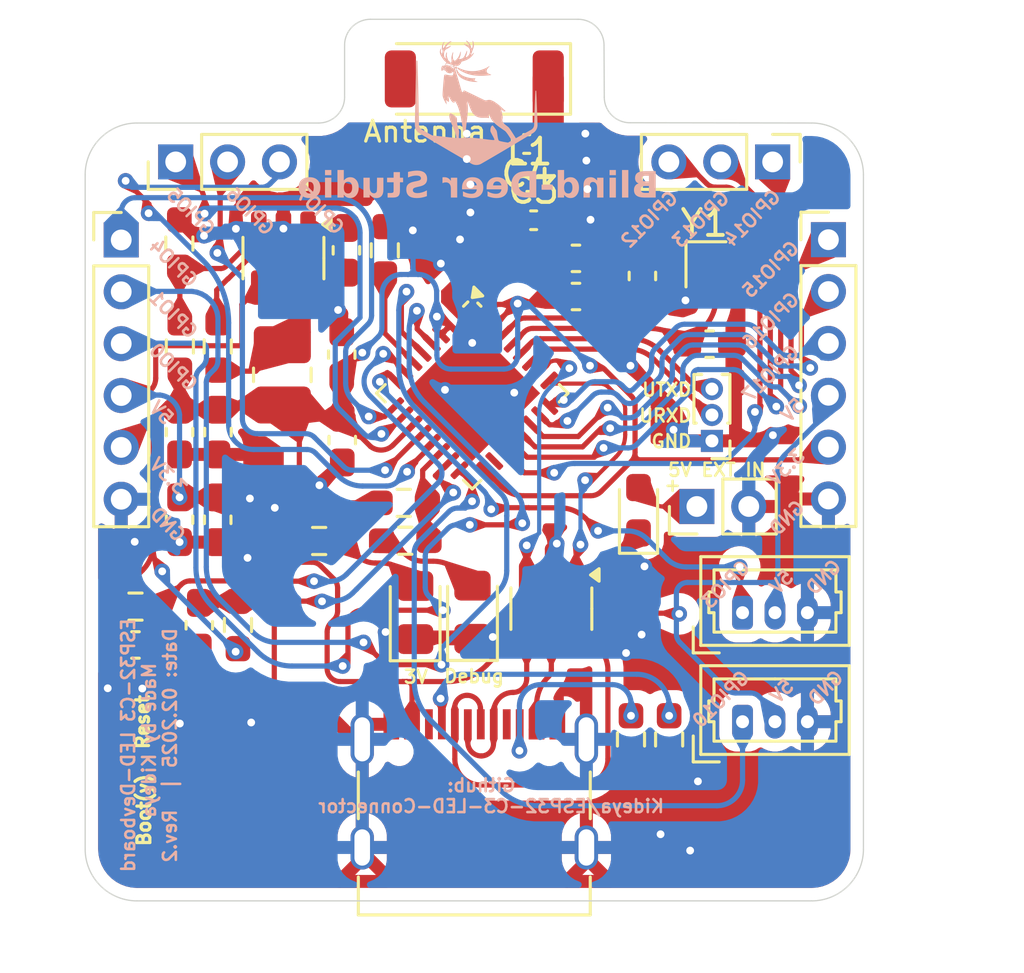
<source format=kicad_pcb>
(kicad_pcb (version 20240108) (generator "pcbnew") (generator_version "8.0")
  (title_block (title "ESP32-C3 LED Board") (date "2025-01-07") (rev "1") (company "Netz39 e.V."))
  (layers (0 "F.Cu" signal) (31 "B.Cu" signal) (34 "B.Paste" user) (35 "F.Paste" user) (36 "B.SilkS" user "B.Silkscreen") (37 "F.SilkS" user "F.Silkscreen") (38 "B.Mask" user) (39 "F.Mask" user) (44 "Edge.Cuts" user))
  (net 0 "")
  (net 1 "+5V")
  (net 2 "GND")
  (net 3 "+3.3V")
  (net 4 "Net-(D1-A)")
  (net 5 "Net-(D2-A)")
  (net 6 "/GPIO 13")
  (net 7 "/GPIO 0")
  (net 8 "/GPIO 14")
  (net 9 "/GPIO 4")
  (net 10 "/GPIO 5")
  (net 11 "VFB")
  (net 12 "Net-(U1-SW)")
  (net 13 "D+")
  (net 14 "D-")
  (net 16 "/GPIO 12")
  (net 17 "/GPIO 1")
  (net 18 "/GPIO 15")
  (net 19 "/GPIO 7")
  (net 20 "/GPIO 16")
  (net 21 "/GPIO 6")
  (net 22 "/GPIO 17")
  (net 23 "Net-(AE1-FEED)")
  (net 24 "/Antenna")
  (net 25 "/LED2")
  (net 26 "/LED1")
  (net 27 "/XTAL_N")
  (net 28 "/CHIP_EN")
  (net 29 "Net-(U1-VBST)")
  (net 30 "Net-(C11-Pad2)")
  (net 31 "/XTAL_P")
  (net 32 "Net-(D3-A)")
  (net 33 "/U0TXD")
  (net 34 "/U0RXD")
  (net 35 "Net-(J7-CC1)")
  (net 36 "Net-(J7-D--PadA7)")
  (net 37 "Net-(J7-D+-PadA6)")
  (net 38 "Net-(J7-CC2)")
  (net 41 "Net-(U3-GPIO2)")
  (net 42 "Net-(U3-GPIO8)")
  (net 44 "/Boot")
  (footprint "Micro_button:RKB2SJK250SMTR LFS" (layer "F.Cu") (at 98.090001 111.660001)
    (property "Reference" "SW1" (hide yes))
    (property "Value" "Reset")
  )
  (footprint "Capacitor_SMD:C_0603_1608Metric_Pad1.08x0.95mm_HandSolder" (layer "F.Cu") (at 93.740001 104.530001 180)
    (property "Reference" "C1" (hide yes))
    (property "Value" "100 nF")
  )
  (footprint "Resistor_SMD:R_0603_1608Metric_Pad0.98x0.95mm_HandSolder" (layer "F.Cu") (at 104.080001 99.050001)
    (property "Reference" "R7" (hide yes))
    (property "Value" "10kΩ")
  )
  (footprint "Resistor_SMD:R_0603_1608Metric_Pad0.98x0.95mm_HandSolder" (layer "F.Cu") (at 103.350001 89.310001 -90)
    (property "Reference" "R6" (hide yes))
    (property "Value" "10kΩ")
  )
  (footprint "Connector_PinHeader_2.00mm:PinHeader_1x02_P2.00mm_Vertical" (layer "F.Cu") (at 115.380001 99.190001 90)
    (property "Reference" "J6" (hide yes))
    (property "Value" "Conn_01x02_Pin")
  )
  (footprint "Connector_PinHeader_2.00mm:PinHeader_1x06_P2.00mm_Vertical" (layer "F.Cu") (at 120.450001 88.900001)
    (property "Reference" "J4" (hide yes))
    (property "Value" "Conn_01x06")
  )
  (footprint "Capacitor_SMD:C_0402_1005Metric_Pad0.74x0.62mm_HandSolder" (layer "F.Cu") (at 108.820001 85.210001 180)
    (property "Reference" "C4")
    (property "Value" "1p2")
  )
  (footprint "Resistor_SMD:R_0603_1608Metric_Pad0.98x0.95mm_HandSolder" (layer "F.Cu") (at 100.820001 100.520001)
    (property "Reference" "R10" (hide yes))
    (property "Value" "560Ω")
  )
  (footprint "Capacitor_SMD:C_0603_1608Metric_Pad1.08x0.95mm_HandSolder" (layer "F.Cu") (at 96.200001 103.770001 -90)
    (property "Reference" "C2" (hide yes))
    (property "Value" "100 nF")
  )
  (footprint "Capacitor_SMD:C_0603_1608Metric_Pad1.08x0.95mm_HandSolder" (layer "F.Cu") (at 101.870001 89.310001 -90)
    (property "Reference" "C11" (hide yes))
    (property "Value" "100 nF")
  )
  (footprint "Resistor_SMD:R_0603_1608Metric_Pad0.98x0.95mm_HandSolder" (layer "F.Cu") (at 114.310001 108.172501 90)
    (property "Reference" "R5" (hide yes))
    (property "Value" "5.1 kΩ")
  )
  (footprint "Capacitor_SMD:C_0603_1608Metric_Pad1.08x0.95mm_HandSolder" (layer "F.Cu") (at 113.280001 90.300001 90)
    (property "Reference" "C5" (hide yes))
    (property "Value" "26pF")
  )
  (footprint "Connector_Molex:Molex_PicoBlade_53047-0310_1x03_P1.25mm_Vertical" (layer "F.Cu") (at 117.140001 107.490001)
    (property "Reference" "J10" (hide yes))
    (property "Value" "Conn_01x03_MountingPin")
  )
  (footprint "Connector_PinHeader_2.00mm:PinHeader_1x03_P2.00mm_Vertical" (layer "F.Cu") (at 95.290001 85.900001 90)
    (property "Reference" "J5" (hide yes))
    (property "Value" "Conn_01x03_Pin")
  )
  (footprint "Connector_USB:USB_C_Receptacle_Palconn_UTC16-G" (layer "F.Cu") (at 106.800001 110.100001)
    (property "Reference" "J7" (hide yes))
    (property "Value" "USB_C_Receptacle_USB2.0_16P")
  )
  (footprint "Connector_PinHeader_2.00mm:PinHeader_1x03_P2.00mm_Vertical" (layer "F.Cu") (at 118.300001 85.900001 -90)
    (property "Reference" "J2" (hide yes))
    (property "Value" "Conn_01x03_Pin")
  )
  (footprint "Inductor_SMD:L_1008_2520Metric_Pad1.43x2.20mm_HandSolder" (layer "F.Cu") (at 99.400001 94.112501 90)
    (property "Reference" "L2" (hide yes))
    (property "Value" "10 uH")
  )
  (footprint "Micro_button:RKB2SJK250SMTR LFS" (layer "F.Cu") (at 98.110001 107.525001)
    (property "Reference" "SW2" (hide yes))
    (property "Value" "Boot")
  )
  (footprint "Package_TO_SOT_SMD:SOT-23-6" (layer "F.Cu") (at 99.442501 89.610001 -90)
    (property "Reference" "U1" (hide yes))
    (property "Value" "TPP361061-T6TR")
  )
  (footprint "Resistor_SMD:R_0603_1608Metric_Pad0.98x0.95mm_HandSolder" (layer "F.Cu") (at 97.690001 103.760001 90)
    (property "Reference" "R2" (hide yes))
    (property "Value" "10k")
  )
  (footprint "Resistor_SMD:R_0603_1608Metric_Pad0.98x0.95mm_HandSolder" (layer "F.Cu") (at 104.140001 100.510001)
    (property "Reference" "R8" (hide yes))
    (property "Value" "560Ω")
  )
  (footprint "RF_Antenna:Johanson_2450AT43F0100" (layer "F.Cu") (at 106.800001 82.700001 180)
    (property "Reference" "AE1" (hide yes))
    (property "Value" "Antenna_Chip")
  )
  (footprint "Connector_PinHeader_2.00mm:PinHeader_1x06_P2.00mm_Vertical" (layer "F.Cu") (at 93.190001 88.910001)
    (property "Reference" "J3" (hide yes))
    (property "Value" "Conn_01x06")
  )
  (footprint "Resistor_SMD:R_0603_1608Metric_Pad0.98x0.95mm_HandSolder" (layer "F.Cu") (at 95.450001 93.020001 90)
    (property "Reference" "R9" (hide yes))
    (property "Value" "68kΩ")
  )
  (footprint "Capacitor_SMD:C_0603_1608Metric_Pad1.08x0.95mm_HandSolder" (layer "F.Cu") (at 101.690001 93.330001 90)
    (property "Reference" "C7" (hide yes))
    (property "Value" "100 nF")
  )
  (footprint "Inductor_SMD:L_0402_1005Metric_Pad0.77x0.64mm_HandSolder" (layer "F.Cu") (at 108.927501 86.680001)
    (property "Reference" "L1")
    (property "Value" "3n9")
  )
  (footprint "Resistor_SMD:R_0603_1608Metric_Pad0.98x0.95mm_HandSolder" (layer "F.Cu") (at 95.430001 89.050001 -90)
    (property "Reference" "R11" (hide yes))
    (property "Value" "15kΩ")
  )
  (footprint "LED_SMD:LED_0805_2012Metric_Pad1.15x1.40mm_HandSolder" (layer "F.Cu") (at 104.520001 103.280001 90)
    (property "Reference" "D3" (hide yes))
    (property "Value" "LED")
  )
  (footprint "Package_TO_SOT_SMD:SOT-23-6" (layer "F.Cu") (at 109.770001 103.130001 -90)
    (property "Reference" "U2" (hide yes))
    (property "Value" "USBLC6-2SC6")
  )
  (footprint "Resistor_SMD:R_0603_1608Metric_Pad0.98x0.95mm_HandSolder" (layer "F.Cu") (at 96.910001 93.017501 -90)
    (property "Reference" "R3" (hide yes))
    (property "Value" "0 Ω")
  )
  (footprint "Resistor_SMD:R_0603_1608Metric_Pad0.98x0.95mm_HandSolder" (layer "F.Cu") (at 112.840001 108.172501 90)
    (property "Reference" "R4" (hide yes))
    (property "Value" "5.1 kΩ")
  )
  (footprint "Connector_Molex:Molex_PicoBlade_53047-0310_1x03_P1.25mm_Vertical" (layer "F.Cu") (at 117.140001 103.285001)
    (property "Reference" "J9" (hide yes))
    (property "Value" "Conn_01x03_MountingPin")
  )
  (footprint "Capacitor_SMD:C_0603_1608Metric_Pad1.08x0.95mm_HandSolder" (layer "F.Cu") (at 101.710001 96.630001 -90)
    (property "Reference" "C8" (hide yes))
    (property "Value" "100 nF")
  )
  (footprint "Capacitor_SMD:C_0603_1608Metric_Pad1.08x0.95mm_HandSolder" (layer "F.Cu") (at 110.719386 91.090783)
    (property "Reference" "C9" (hide yes))
    (property "Value" "100 nF")
  )
  (footprint "Capacitor_SMD:C_0603_1608Metric_Pad1.08x0.95mm_HandSolder" (layer "F.Cu") (at 110.7175 89.620001)
    (property "Reference" "C10" (hide yes))
    (property "Value" "10 uF")
  )
  (footprint "Capacitor_SMD:C_0402_1005Metric_Pad0.74x0.62mm_HandSolder" (layer "F.Cu") (at 109.087501 88.150001)
    (property "Reference" "C3")
    (property "Value" "1p2")
  )
  (footprint "Package_DFN_QFN:QFN-32-1EP_5x5mm_P0.5mm_EP3.7x3.7mm" (layer "F.Cu") (at 106.721292 94.821292 -45)
    (property "Reference" "U3" (hide yes))
    (property "Value" "ESP32-C3")
  )
  (footprint "Capacitor_SMD:C_0603_1608Metric_Pad1.08x0.95mm_HandSolder" (layer "F.Cu") (at 96.920001 96.320001 90)
    (property "Reference" "C15" (hide yes))
    (property "Value" "22  μF")
  )
  (footprint "Diode_SMD:D_0603_1608Metric_Pad1.05x0.95mm_HandSolder" (layer "F.Cu") (at 113.130001 99.335001 90)
    (property "Reference" "D1" (hide yes))
    (property "Value" "D")
  )
  (footprint "Capacitor_SMD:C_0603_1608Metric_Pad1.08x0.95mm_HandSolder" (layer "F.Cu") (at 95.440001 99.700001 90)
    (property "Reference" "C12" (hide yes))
    (property "Value" "10 uF")
  )
  (footprint "Resistor_SMD:R_0603_1608Metric_Pad0.98x0.95mm_HandSolder" (layer "F.Cu") (at 93.740001 103.050001)
    (property "Reference" "R1" (hide yes))
    (property "Value" "10k")
  )
  (footprint "Capacitor_SMD:C_0603_1608Metric_Pad1.08x0.95mm_HandSolder" (layer "F.Cu") (at 96.910001 99.702501 90)
    (property "Reference" "C13" (hide yes))
    (property "Value" "100 nF")
  )
  (footprint "Capacitor_SMD:C_0603_1608Metric_Pad1.08x0.95mm_HandSolder" (layer "F.Cu") (at 115.870001 92.930001)
    (property "Reference" "C6" (hide yes))
    (property "Value" "26pF")
  )
  (footprint "Capacitor_SMD:C_0603_1608Metric_Pad1.08x0.95mm_HandSolder" (layer "F.Cu") (at 95.440001 96.320001 90)
    (property "Reference" "C14" (hide yes))
    (property "Value" "22 μF")
  )
  (footprint "Crystal:Crystal_SMD_1210-4Pin_1.2x1.0mm" (layer "F.Cu") (at 115.790001 89.910001)
    (property "Reference" "Y1")
    (property "Value" "40.0MHz")
  )
  (footprint "Connector_PinHeader_1.00mm:PinHeader_1x03_P1.00mm_Vertical" (layer "F.Cu") (at 115.960001 96.660001 180)
    (property "Reference" "J1" (hide yes))
    (property "Value" "Conn_01x03_Pin")
  )
  (footprint "LED_SMD:LED_0805_2012Metric_Pad1.15x1.40mm_HandSolder" (layer "F.Cu") (at 106.730001 103.267501 90)
    (property "Reference" "D2" (hide yes))
    (property "Value" "LED")
  )
  (gr_line (start 106.180001 91.770001) (end 106.910001 91.060001) (stroke (width 0.2)) (layer "F.Cu") (net 24))
  (gr_line (start 105.620001 90.910001) (end 106.350001 90.200001) (stroke (width 0.2)) (layer "F.Cu") (net 24))
  (gr_poly (pts (xy 106.492445 81.226403) (xy 106.489425 81.227514) (xy 106.486934 81.229551) (xy 106.485012 81.232573) (xy 106.483701 81.236636) (xy 106.483839 81.238027) (xy 106.484692 81.239951) (xy 106.48834 81.24529) (xy 106.494245 81.252444) (xy 106.502009 81.261201) (xy 106.52151 81.282679) (xy 106.543645 81.30804) (xy 106.554701 81.321649) (xy 106.565216 81.335596) (xy 106.57479 81.34967) (xy 106.583024 81.363661) (xy 106.586513 81.370559) (xy 106.589518 81.377357) (xy 106.591987 81.384028) (xy 106.593871 81.390547) (xy 106.595121 81.396887) (xy 106.595685 81.403021) (xy 106.595515 81.408924) (xy 106.594559 81.414568) (xy 106.400223 81.330299) (xy 106.40464 81.342857) (xy 106.41046 81.354641) (xy 106.417556 81.365734) (xy 106.425798 81.376219) (xy 106.435058 81.38618) (xy 106.445209 81.395699) (xy 106.45612 81.404861) (xy 106.467664 81.413748) (xy 106.492135 81.431029) (xy 106.517594 81.44821) (xy 106.543012 81.465955) (xy 106.567361 81.484931) (xy 106.578813 81.495088) (xy 106.589613 81.505802) (xy 106.59963 81.517157) (xy 106.608738 81.529236) (xy 106.616807 81.542121) (xy 106.623709 81.555896) (xy 106.629315 81.570645) (xy 106.633497 81.58645) (xy 106.636126 81.603395) (xy 106.637073 81.621562) (xy 106.636211 81.641036) (xy 106.63341 81.661899) (xy 106.628542 81.684234) (xy 106.621479 81.708126) (xy 106.612091 81.733656) (xy 106.600251 81.760908) (xy 106.598577 81.764204) (xy 106.596451 81.767818) (xy 106.590968 81.775867) (xy 106.584042 81.784787) (xy 106.575914 81.794309) (xy 106.566828 81.804166) (xy 106.557022 81.814088) (xy 106.546741 81.823808) (xy 106.536223 81.833056) (xy 106.525712 81.841565) (xy 106.515449 81.849067) (xy 106.505675 81.855291) (xy 106.501046 81.857841) (xy 106.496631 81.859972) (xy 106.492458 81.861649) (xy 106.488559 81.862839) (xy 106.484963 81.863508) (xy 106.481701 81.863624) (xy 106.478802 81.863153) (xy 106.476297 81.86206) (xy 106.474216 81.860313) (xy 106.47259 81.857877) (xy 106.472415 81.854382) (xy 106.473637 81.84779) (xy 106.47945 81.826665) (xy 106.498785 81.762065) (xy 106.509015 81.723974) (xy 106.51355 81.704657) (xy 106.517425 81.685609) (xy 106.520433 81.667166) (xy 106.522368 81.649663) (xy 106.523026 81.633438) (xy 106.522199 81.618826) (xy 106.521188 81.612914) (xy 106.519841 81.60928) (xy 106.51816 81.607792) (xy 106.516144 81.608322) (xy 106.513796 81.610739) (xy 106.511115 81.614913) (xy 106.504761 81.62801) (xy 106.466226 81.724643) (xy 106.453346 81.754656) (xy 106.439182 81.784929) (xy 106.423741 81.814419) (xy 106.407028 81.842087) (xy 106.398197 81.854912) (xy 106.38905 81.866891) (xy 106.37959 81.877893) (xy 106.369816 81.887789) (xy 106.359729 81.896448) (xy 106.34933 81.90374) (xy 106.338621 81.909536) (xy 106.327601 81.913704) (xy 106.319129 81.916607) (xy 106.305071 81.920656) (xy 106.287433 81.925259) (xy 106.268218 81.929827) (xy 106.249431 81.933769) (xy 106.240824 81.93532) (xy 106.233076 81.936493) (xy 106.226437 81.937215) (xy 106.221158 81.93741) (xy 106.219106 81.937288) (xy 106.217489 81.937007) (xy 106.216336 81.936557) (xy 106.215681 81.935929) (xy 106.215522 81.935107) (xy 106.215632 81.933752) (xy 106.216589 81.929568) (xy 106.221014 81.916174) (xy 106.227931 81.897729) (xy 106.236318 81.876216) (xy 106.253409 81.831917) (xy 106.260066 81.813096) (xy 106.262475 81.805386) (xy 106.2641 81.799139) (xy 106.266896 81.785655) (xy 106.269657 81.770885) (xy 106.272273 81.755256) (xy 106.274632 81.739194) (xy 106.276627 81.723127) (xy 106.278145 81.707479) (xy 106.279077 81.692679) (xy 106.279289 81.685729) (xy 106.279313 81.67915) (xy 106.278649 81.661811) (xy 106.277171 81.650632) (xy 106.276159 81.647151) (xy 106.274981 81.644966) (xy 106.273649 81.643996) (xy 106.272178 81.64416) (xy 106.270578 81.645376) (xy 106.268863 81.647564) (xy 106.265137 81.654529) (xy 106.261102 81.664404) (xy 106.256857 81.676538) (xy 106.227454 81.776914) (xy 106.222001 81.789825) (xy 106.214753 81.80481) (xy 106.205909 81.821448) (xy 106.195667 81.839319) (xy 106.184228 81.858) (xy 106.171788 81.877071) (xy 106.158548 81.89611) (xy 106.144706 81.914696) (xy 106.130461 81.932407) (xy 106.116012 81.948823) (xy 106.101557 81.963522) (xy 106.09439 81.970096) (xy 106.087296 81.976083) (xy 106.0803 81.98143) (xy 106.073427 81.986084) (xy 106.066701 81.989994) (xy 106.060149 81.993105) (xy 106.053793 81.995366) (xy 106.04766 81.996723) (xy 106.041775 81.997125) (xy 106.036161 81.996518) (xy 106.030979 81.995058) (xy 106.026048 81.992911) (xy 106.021362 81.990112) (xy 106.016917 81.986699) (xy 106.012709 81.982706) (xy 106.008732 81.978172) (xy 106.004981 81.973131) (xy 106.001452 81.967621) (xy 105.995042 81.955337) (xy 105.989463 81.94161) (xy 105.984678 81.926731) (xy 105.980648 81.910992) (xy 105.977335 81.894681) (xy 105.974703 81.878091) (xy 105.972713 81.861512) (xy 105.971327 81.845234) (xy 105.970508 81.829549) (xy 105.970218 81.814746) (xy 105.970419 81.801117) (xy 105.971073 81.788953) (xy 105.972617 81.779746) (xy 105.975827 81.763245) (xy 105.979765 81.742288) (xy 105.983494 81.719715) (xy 105.984986 81.708709) (xy 105.986075 81.698363) (xy 105.986642 81.689032) (xy 105.986571 81.681071) (xy 105.98626 81.677715) (xy 105.985745 81.674835) (xy 105.985011 81.672474) (xy 105.984045 81.670678) (xy 105.982831 81.669491) (xy 105.981355 81.668956) (xy 105.979602 81.669118) (xy 105.977558 81.670023) (xy 105.97564 81.671524) (xy 105.973638 81.673815) (xy 105.969417 81.680565) (xy 105.964965 81.689884) (xy 105.960353 81.701382) (xy 105.955652 81.714667) (xy 105.950933 81.729351) (xy 105.941722 81.761353) (xy 105.933287 81.794267) (xy 105.926192 81.824971) (xy 105.921005 81.850346) (xy 105.91829 81.867269) (xy 105.917529 81.875686) (xy 105.917083 81.884066) (xy 105.916919 81.892401) (xy 105.917003 81.900683) (xy 105.917783 81.917061) (xy 105.919156 81.93314) (xy 105.922608 81.964168) (xy 105.924153 81.978998) (xy 105.925219 81.993293) (xy 105.925539 82.006995) (xy 105.925336 82.013605) (xy 105.924846 82.020044) (xy 105.924036 82.026305) (xy 105.922872 82.032381) (xy 105.921321 82.038264) (xy 105.91935 82.043947) (xy 105.916924 82.049422) (xy 105.914011 82.054682) (xy 105.910577 82.05972) (xy 105.906589 82.064528) (xy 105.902012 82.069099) (xy 105.896814 82.073426) (xy 105.890962 82.077501) (xy 105.884421 82.081316) (xy 105.870548 82.060266) (xy 105.86048 82.045096) (xy 105.854789 82.036735) (xy 105.852067 82.033482) (xy 105.849088 82.03036) (xy 105.84589 82.027351) (xy 105.842515 82.024436) (xy 105.839002 82.021596) (xy 105.835391 82.018815) (xy 105.828034 82.013352) (xy 105.820763 82.007901) (xy 105.817261 82.005135) (xy 105.8139 82.002318) (xy 105.81072 81.99943) (xy 105.807761 81.996455) (xy 105.805064 81.993373) (xy 105.803826 81.991787) (xy 105.802668 81.990167) (xy 105.79851 81.983249) (xy 105.793893 81.974147) (xy 105.788918 81.963151) (xy 105.783687 81.950552) (xy 105.772864 81.921709) (xy 105.762237 81.88994) (xy 105.752622 81.85757) (xy 105.748447 81.841885) (xy 105.744831 81.826922) (xy 105.741874 81.81297) (xy 105.739679 81.80032) (xy 105.738347 81.789262) (xy 105.73798 81.780088) (xy 105.746941 81.699225) (xy 105.747328 81.689276) (xy 105.74708 81.681017) (xy 105.746674 81.677676) (xy 105.746057 81.674945) (xy 105.74521 81.672884) (xy 105.744116 81.671555) (xy 105.742758 81.671022) (xy 105.741117 81.671346) (xy 105.739176 81.672589) (xy 105.736917 81.674813) (xy 105.734323 81.67808) (xy 105.731375 81.682452) (xy 105.724351 81.69476) (xy 105.718493 81.706962) (xy 105.713396 81.719754) (xy 105.70902 81.73306) (xy 105.705325 81.746802) (xy 105.702272 81.760905) (xy 105.699822 81.775292) (xy 105.697934 81.789887) (xy 105.696569 81.804612) (xy 105.695688 81.819391) (xy 105.695252 81.834148) (xy 105.695219 81.848806) (xy 105.695552 81.863289) (xy 105.697155 81.891423) (xy 105.699744 81.917936) (xy 105.692753 81.912855) (xy 105.686186 81.90737) (xy 105.680037 81.9015) (xy 105.674297 81.895261) (xy 105.668959 81.88867) (xy 105.664016 81.881744) (xy 105.659461 81.8745) (xy 105.655286 81.866956) (xy 105.648047 81.851035) (xy 105.64224 81.834116) (xy 105.637807 81.816336) (xy 105.634689 81.797832) (xy 105.632827 81.77874) (xy 105.632161 81.759198) (xy 105.632634 81.739341) (xy 105.634185 81.719306) (xy 105.636757 81.699231) (xy 105.64029 81.679251) (xy 105.644725 81.659503) (xy 105.650004 81.640124) (xy 105.652424 81.632776) (xy 105.655207 81.625756) (xy 105.658335 81.619051) (xy 105.661789 81.612646) (xy 105.665551 81.606529) (xy 105.669604 81.600687) (xy 105.673927 81.595105) (xy 105.678504 81.58977) (xy 105.683316 81.58467) (xy 105.688344 81.57979) (xy 105.698977 81.57064) (xy 105.710256 81.562212) (xy 105.722036 81.554399) (xy 105.734169 81.547095) (xy 105.746509 81.540192) (xy 105.771223 81.527164) (xy 105.795008 81.514457) (xy 105.806185 81.507958) (xy 105.816691 81.501218) (xy 105.840382 81.484412) (xy 105.857761 81.471242) (xy 105.866501 81.46421) (xy 105.874766 81.457164) (xy 105.882175 81.450316) (xy 105.888347 81.44388) (xy 105.89085 81.440882) (xy 105.892902 81.438067) (xy 105.894453 81.435461) (xy 105.895457 81.433091) (xy 105.895867 81.430983) (xy 105.895634 81.429165) (xy 105.89471 81.427662) (xy 105.893049 81.426501) (xy 105.890602 81.425709) (xy 105.887323 81.425312) (xy 105.883162 81.425337) (xy 105.878074 81.425811) (xy 105.872582 81.427109) (xy 105.864503 81.429854) (xy 105.842159 81.438759) (xy 105.783734 81.463713) (xy 105.753944 81.47604) (xy 105.740281 81.481353) (xy 105.727963 81.485789) (xy 105.717384 81.489114) (xy 105.708936 81.491097) (xy 105.705635 81.491512) (xy 105.703014 81.491505) (xy 105.701122 81.491045) (xy 105.70001 81.490105) (xy 105.699414 81.48803) (xy 105.699628 81.485262) (xy 105.700603 81.481846) (xy 105.702293 81.477829) (xy 105.707621 81.468182) (xy 105.715227 81.456693) (xy 105.724726 81.443737) (xy 105.735732 81.42969) (xy 105.747862 81.414924) (xy 105.760731 81.399815) (xy 105.787143 81.370065) (xy 105.81189 81.343434) (xy 105.831893 81.322918) (xy 105.839154 81.315888) (xy 105.844074 81.311511) (xy 105.849953 81.307835) (xy 105.861193 81.30133) (xy 105.87549 81.292826) (xy 105.883064 81.288082) (xy 105.89054 81.28315) (xy 105.897628 81.278133) (xy 105.90404 81.273134) (xy 105.909488 81.268257) (xy 105.911762 81.265897) (xy 105.913686 81.263606) (xy 105.915225 81.261398) (xy 105.916344 81.259285) (xy 105.917005 81.25728) (xy 105.917174 81.255396) (xy 105.916814 81.253647) (xy 105.91589 81.252045) (xy 105.914364 81.250602) (xy 105.912202 81.249333) (xy 105.907692 81.247756) (xy 105.902624 81.246991) (xy 105.897035 81.246997) (xy 105.890965 81.247734) (xy 105.884454 81.24916) (xy 105.877539 81.251236) (xy 105.870262 81.25392) (xy 105.862659 81.257172) (xy 105.846638 81.265216) (xy 105.829789 81.275044) (xy 105.812426 81.286328) (xy 105.79486 81.298744) (xy 105.777407 81.311967) (xy 105.760378 81.32567) (xy 105.744087 81.339528) (xy 105.728847 81.353215) (xy 105.714972 81.366407) (xy 105.702773 81.378777) (xy 105.692566 81.389999) (xy 105.684662 81.399749) (xy 105.681769 81.403955) (xy 105.678041 81.409844) (xy 105.668604 81.425589) (xy 105.645502 81.465382) (xy 105.633945 81.485104) (xy 105.62379 81.501826) (xy 105.619567 81.508387) (xy 105.61609 81.513386) (xy 105.61349 81.516554) (xy 105.61256 81.517367) (xy 105.611899 81.517621) (xy 105.608962 81.516973) (xy 105.606343 81.515578) (xy 105.604029 81.513481) (xy 105.602009 81.510726) (xy 105.60027 81.507357) (xy 105.5988 81.503418) (xy 105.597587 81.498954) (xy 105.596618 81.494009) (xy 105.595366 81.482852) (xy 105.594946 81.470301) (xy 105.595259 81.456709) (xy 105.596208 81.44243) (xy 105.597694 81.427817) (xy 105.599621 81.413226) (xy 105.60189 81.399008) (xy 105.604403 81.385517) (xy 105.607063 81.373108) (xy 105.609771 81.362134) (xy 105.61243 81.352949) (xy 105.614942 81.345906) (xy 105.644277 81.293535) (xy 105.647655 81.286372) (xy 105.650161 81.28005) (xy 105.651012 81.277296) (xy 105.651554 81.274862) (xy 105.651757 81.272785) (xy 105.65159 81.271101) (xy 105.651024 81.269847) (xy 105.650028 81.26906) (xy 105.648572 81.268776) (xy 105.646625 81.269031) (xy 105.644158 81.269864) (xy 105.64114 81.27131) (xy 105.63754 81.273406) (xy 105.633329 81.276188) (xy 105.627594 81.280493) (xy 105.62205 81.285302) (xy 105.616697 81.29059) (xy 105.611537 81.296329) (xy 105.601804 81.309056) (xy 105.592865 81.323267) (xy 105.584731 81.33875) (xy 105.577417 81.35529) (xy 105.570935 81.372674) (xy 105.565299 81.390687) (xy 105.560522 81.409115) (xy 105.556617 81.427745) (xy 105.553597 81.446362) (xy 105.551476 81.464753) (xy 105.550266 81.482704) (xy 105.549981 81.500001) (xy 105.550634 81.516429) (xy 105.552238 81.531776) (xy 105.553207 81.53713) (xy 105.554583 81.542788) (xy 105.5563 81.548691) (xy 105.558295 81.554782) (xy 105.562856 81.567304) (xy 105.567749 81.579897) (xy 105.572456 81.592106) (xy 105.574578 81.597924) (xy 105.576459 81.603474) (xy 105.578035 81.608701) (xy 105.579241 81.613546) (xy 105.580012 81.617954) (xy 105.580283 81.621867) (xy 105.579424 81.628759) (xy 105.577129 81.641861) (xy 105.569932 81.67814) (xy 105.565879 81.697042) (xy 105.56209 81.713601) (xy 105.558989 81.725679) (xy 105.55783 81.72937) (xy 105.557001 81.731139) (xy 105.555767 81.732155) (xy 105.554379 81.732593) (xy 105.552852 81.732484) (xy 105.551199 81.731857) (xy 105.549434 81.730744) (xy 105.547571 81.729172) (xy 105.543602 81.724779) (xy 105.539403 81.718918) (xy 105.535081 81.711831) (xy 105.530746 81.703759) (xy 105.526507 81.694941) (xy 105.522473 81.68562) (xy 105.518752 81.676036) (xy 105.515454 81.666429) (xy 105.512687 81.657042) (xy 105.51056 81.648114) (xy 105.509182 81.639887) (xy 105.508663 81.632601) (xy 105.508759 81.629386) (xy 105.50911 81.626497) (xy 105.525248 81.536407) (xy 105.515461 81.525426) (xy 105.507023 81.538991) (xy 105.499573 81.552382) (xy 105.493079 81.565604) (xy 105.487509 81.578666) (xy 105.482831 81.591572) (xy 105.479015 81.60433) (xy 105.476028 81.616946) (xy 105.473838 81.629428) (xy 105.472414 81.641781) (xy 105.471724 81.654013) (xy 105.471737 81.666129) (xy 105.472421 81.678138) (xy 105.473743 81.690044) (xy 105.475674 81.701855) (xy 105.478179 81.713578) (xy 105.481229 81.72522) (xy 105.484792 81.736785) (xy 105.488834 81.748283) (xy 105.498236 81.771098) (xy 105.509179 81.793719) (xy 105.521412 81.816199) (xy 105.534681 81.83859) (xy 105.548731 81.860946) (xy 105.578165 81.905765) (xy 105.585972 81.918277) (xy 105.593872 81.930242) (xy 105.601879 81.941699) (xy 105.610005 81.952685) (xy 105.618264 81.963239) (xy 105.626668 81.9734) (xy 105.635231 81.983206) (xy 105.643965 81.992697) (xy 105.652884 82.001909) (xy 105.662 82.010883) (xy 105.671326 82.019657) (xy 105.680876 82.028269) (xy 105.690663 82.036757) (xy 105.700699 82.045161) (xy 105.72157 82.061868) (xy 105.650266 82.189266) (xy 105.645124 82.189851) (xy 105.639999 82.19033) (xy 105.634875 82.190719) (xy 105.629732 82.191035) (xy 105.619314 82.191517) (xy 105.608597 82.191911) (xy 105.602923 82.192051) (xy 105.597643 82.192111) (xy 105.588169 82.192221) (xy 105.583925 82.192385) (xy 105.579978 82.192697) (xy 105.578109 82.192927) (xy 105.576304 82.193215) (xy 105.574561 82.193569) (xy 105.572877 82.193995) (xy 105.571248 82.194501) (xy 105.569673 82.195094) (xy 105.568147 82.195782) (xy 105.566668 82.19657) (xy 105.565232 82.197467) (xy 105.563837 82.198479) (xy 105.56248 82.199614) (xy 105.561157 82.200878) (xy 105.559865 82.20228) (xy 105.558602 82.203825) (xy 105.557364 82.205521) (xy 105.556149 82.207376) (xy 105.554952 82.209395) (xy 105.553772 82.211588) (xy 105.552604 82.213959) (xy 105.551447 82.216518) (xy 105.546886 82.227084) (xy 105.543507 82.235679) (xy 105.539871 82.246085) (xy 105.538068 82.251874) (xy 105.536334 82.258003) (xy 105.534714 82.264437) (xy 105.533253 82.271137) (xy 105.531994 82.278067) (xy 105.530984 82.285189) (xy 105.530265 82.292466) (xy 105.529883 82.299861) (xy 105.529748 82.313461) (xy 105.529855 82.320406) (xy 105.530091 82.327374) (xy 105.530469 82.334309) (xy 105.530996 82.341156) (xy 105.531685 82.34786) (xy 105.532545 82.354366) (xy 105.533586 82.360616) (xy 105.534819 82.366558) (xy 105.536254 82.372134) (xy 105.537901 82.377289) (xy 105.539771 82.381969) (xy 105.540792 82.384113) (xy 105.541873 82.386117) (xy 105.543015 82.387975) (xy 105.544219 82.389679) (xy 105.545486 82.391222) (xy 105.546818 82.392598) (xy 105.546954 82.392686) (xy 105.547164 82.392747) (xy 105.547443 82.392779) (xy 105.547787 82.392776) (xy 105.548192 82.392734) (xy 105.548652 82.392649) (xy 105.549165 82.392517) (xy 105.549726 82.392333) (xy 105.55033 82.392094) (xy 105.550973 82.391794) (xy 105.551651 82.39143) (xy 105.552359 82.390998) (xy 105.553094 82.390492) (xy 105.553851 82.38991) (xy 105.554626 82.389246) (xy 105.555414 82.388496) (xy 105.557109 82.386615) (xy 105.558802 82.384521) (xy 105.56237 82.379863) (xy 105.564341 82.377381) (xy 105.5665 82.374853) (xy 105.568894 82.372322) (xy 105.571571 82.369827) (xy 105.574578 82.367412) (xy 105.577963 82.365117) (xy 105.579812 82.364028) (xy 105.581773 82.362985) (xy 105.583853 82.361993) (xy 105.586056 82.361057) (xy 105.588389 82.360182) (xy 105.590859 82.359374) (xy 105.59347 82.358638) (xy 105.596229 82.357979) (xy 105.599142 82.357402) (xy 105.602215 82.356913) (xy 105.605453 82.356516) (xy 105.608863 82.356217) (xy 105.61323 82.356039) (xy 105.617595 82.356114) (xy 105.621951 82.35643) (xy 105.626289 82.356972) (xy 105.630603 82.357727) (xy 105.634885 82.358683) (xy 105.639128 82.359824) (xy 105.643324 82.361137) (xy 105.647466 82.36261) (xy 105.651546 82.364228) (xy 105.655557 82.365977) (xy 105.659491 82.367845) (xy 105.663341 82.369817) (xy 105.6671 82.371881) (xy 105.674312 82.376227) (xy 105.681069 82.380774) (xy 105.687311 82.385415) (xy 105.692977 82.39004) (xy 105.698008 82.394541) (xy 105.702345 82.398809) (xy 105.705928 82.402737) (xy 105.708698 82.406214) (xy 105.710593 82.409134) (xy 105.714998 82.416346) (xy 105.720097 82.423264) (xy 105.725845 82.429872) (xy 105.732197 82.436154) (xy 105.739108 82.442094) (xy 105.746533 82.447677) (xy 105.754427 82.452888) (xy 105.762745 82.45771) (xy 105.771443 82.462129) (xy 105.780476 82.466128) (xy 105.789798 82.469692) (xy 105.799365 82.472805) (xy 105.809132 82.475452) (xy 105.819053 82.477617) (xy 105.829085 82.479285) (xy 105.839181 82.48044) (xy 105.849298 82.481066) (xy 105.85939 82.481147) (xy 105.869412 82.480669) (xy 105.87932 82.479616) (xy 105.889068 82.477971) (xy 105.898612 82.47572) (xy 105.907907 82.472847) (xy 105.916907 82.469335) (xy 105.925568 82.465171) (xy 105.933845 82.460337) (xy 105.941694 82.454818) (xy 105.949068 82.4486) (xy 105.955923 82.441665) (xy 105.962215 82.433999) (xy 105.967899 82.425586) (xy 105.972928 82.41641) (xy 105.97645 82.418232) (xy 105.979652 82.420412) (xy 105.982544 82.422931) (xy 105.985133 82.425769) (xy 105.987428 82.428907) (xy 105.989436 82.432326) (xy 105.991167 82.436007) (xy 105.992628 82.439931) (xy 105.993827 82.444079) (xy 105.994773 82.448432) (xy 105.995473 82.45297) (xy 105.995937 82.457675) (xy 105.996185 82.467508) (xy 105.995584 82.477777) (xy 105.994198 82.48833) (xy 105.992093 82.499014) (xy 105.989334 82.509676) (xy 105.985988 82.520162) (xy 105.982119 82.530321) (xy 105.977794 82.539999) (xy 105.973076 82.549044) (xy 105.968033 82.557301) (xy 105.967362 82.558243) (xy 105.967044 82.558677) (xy 105.966738 82.559085) (xy 105.966442 82.559467) (xy 105.966157 82.559824) (xy 105.965882 82.560154) (xy 105.965617 82.560459) (xy 105.965361 82.560737) (xy 105.965114 82.560989) (xy 105.964876 82.561214) (xy 105.964645 82.561412) (xy 105.964423 82.561583) (xy 105.964208 82.561726) (xy 105.964103 82.561788) (xy 105.963999 82.561842) (xy 105.963898 82.56189) (xy 105.963798 82.561931) (xy 105.955827 82.564293) (xy 105.947161 82.566001) (xy 105.937854 82.567104) (xy 105.927964 82.567647) (xy 105.906662 82.567244) (xy 105.883708 82.565168) (xy 105.859556 82.561795) (xy 105.834661 82.557499) (xy 105.784457 82.547644) (xy 105.736728 82.538607) (xy 105.714926 82.535335) (xy 105.695105 82.533394) (xy 105.677718 82.533159) (xy 105.67008 82.5338) (xy 105.663221 82.535007) (xy 105.657197 82.53683) (xy 105.652066 82.539313) (xy 105.647885 82.542506) (xy 105.644709 82.546453) (xy 105.640482 82.560146) (xy 105.635629 82.587325) (xy 105.624585 82.674646) (xy 105.612652 82.793422) (xy 105.600902 82.92866) (xy 105.582255 83.188553) (xy 105.577505 83.283222) (xy 105.577238 83.334382) (xy 105.580051 83.355129) (xy 105.584519 83.376829) (xy 105.590489 83.39932) (xy 105.597808 83.422439) (xy 105.606322 83.446022) (xy 105.61588 83.469908) (xy 105.626328 83.493934) (xy 105.637514 83.517936) (xy 105.649283 83.541753) (xy 105.661485 83.56522) (xy 105.68657 83.610458) (xy 105.711548 83.652347) (xy 105.735193 83.689585) (xy 105.715351 83.505038) (xy 105.732811 83.525105) (xy 105.748462 83.541844) (xy 105.762393 83.555429) (xy 105.77469 83.566038) (xy 105.78544 83.573845) (xy 105.794731 83.579027) (xy 105.802649 83.581761) (xy 105.809283 83.582222) (xy 105.814718 83.580586) (xy 105.819043 83.577029) (xy 105.822343 83.571727) (xy 105.824708 83.564857) (xy 105.826223 83.556595) (xy 105.826976 83.547116) (xy 105.826543 83.525212) (xy 105.824108 83.500555) (xy 105.820367 83.474554) (xy 105.811756 83.42415) (xy 105.808281 83.402564) (xy 105.806289 83.385267) (xy 105.806477 83.373668) (xy 105.807607 83.370445) (xy 105.809543 83.369174) (xy 105.811009 83.369592) (xy 105.812862 83.37105) (xy 105.817664 83.376847) (xy 105.823805 83.386072) (xy 105.831143 83.398233) (xy 105.869622 83.466409) (xy 105.892342 83.505329) (xy 105.904074 83.524276) (xy 105.915863 83.542224) (xy 105.927568 83.558683) (xy 105.939046 83.57316) (xy 105.950155 83.585164) (xy 105.955526 83.590085) (xy 105.960752 83.594202) (xy 105.974618 83.603779) (xy 105.98669 83.611279) (xy 105.992095 83.614274) (xy 105.997102 83.616779) (xy 106.001728 83.618804) (xy 106.005989 83.620359) (xy 106.009902 83.621453) (xy 106.013484 83.622095) (xy 106.016752 83.622296) (xy 106.019722 83.622066) (xy 106.022412 83.621413) (xy 106.024838 83.620349) (xy 106.027016 83.618882) (xy 106.028964 83.617023) (xy 106.030699 83.61478) (xy 106.032237 83.612165) (xy 106.033595 83.609186) (xy 106.03479 83.605853) (xy 106.036757 83.598165) (xy 106.038273 83.589179) (xy 106.039472 83.578974) (xy 106.040488 83.567626) (xy 106.042509 83.541815) (xy 106.065232 83.571068) (xy 106.086797 83.602839) (xy 106.126631 83.673317) (xy 106.162361 83.752014) (xy 106.194338 83.837691) (xy 106.222915 83.929113) (xy 106.248441 84.025043) (xy 106.271267 84.124245) (xy 106.291746 84.225481) (xy 106.41319 84.960246) (xy 106.412419 84.961374) (xy 106.410596 84.962524) (xy 106.404073 84.964867) (xy 106.394175 84.967234) (xy 106.381453 84.969585) (xy 106.349748 84.974073) (xy 106.313377 84.978006) (xy 106.276757 84.981058) (xy 106.244308 84.982905) (xy 106.220447 84.983219) (xy 106.213117 84.9827) (xy 106.210845 84.982254) (xy 106.209592 84.981677) (xy 106.207814 84.979473) (xy 106.206314 84.976347) (xy 106.204084 84.967553) (xy 106.202782 84.955742) (xy 106.202283 84.941363) (xy 106.202466 84.924864) (xy 106.203207 84.906693) (xy 106.205874 84.867129) (xy 106.212516 84.78766) (xy 106.214527 84.754928) (xy 106.214775 84.741882) (xy 106.214356 84.731645) (xy 106.212482 84.715581) (xy 106.209759 84.698757) (xy 106.206291 84.681269) (xy 106.202185 84.663211) (xy 106.192479 84.62577) (xy 106.181482 84.587199) (xy 106.158993 84.509724) (xy 106.149187 84.472348) (xy 106.145013 84.454335) (xy 106.141465 84.436899) (xy 106.139225 84.422839) (xy 106.137598 84.408429) (xy 106.136485 84.393722) (xy 106.135785 84.378775) (xy 106.135229 84.348381) (xy 106.13513 84.317688) (xy 106.13469 84.287137) (xy 106.134092 84.272053) (xy 106.133111 84.25717) (xy 106.131644 84.242545) (xy 106.129594 84.22823) (xy 106.126859 84.214283) (xy 106.12334 84.200758) (xy 106.121929 84.197622) (xy 106.119384 84.193779) (xy 106.111185 84.184189) (xy 106.099341 84.172417) (xy 106.084447 84.15889) (xy 106.067098 84.144037) (xy 106.047889 84.128286) (xy 106.006277 84.095802) (xy 105.964372 84.064861) (xy 105.926941 84.038889) (xy 105.911391 84.028837) (xy 105.898746 84.021311) (xy 105.889602 84.016739) (xy 105.886528 84.015695) (xy 105.884553 84.01555) (xy 105.86876 84.028966) (xy 105.856375 84.044932) (xy 105.847201 84.0633) (xy 105.841044 84.083924) (xy 105.837708 84.106656) (xy 105.836997 84.131349) (xy 105.838717 84.157857) (xy 105.842671 84.186031) (xy 105.8565 84.246792) (xy 105.876921 84.312455) (xy 105.902371 84.381845) (xy 105.931285 84.453783) (xy 105.993251 84.600599) (xy 106.023176 84.673122) (xy 106.05031 84.743487) (xy 106.073089 84.810517) (xy 106.089949 84.873034) (xy 106.095671 84.902233) (xy 106.099327 84.929862) (xy 106.100721 84.955775) (xy 106.099659 84.979824) (xy 105.173484 84.877166) (xy 104.891968 84.718283) (xy 104.828333 84.682697) (xy 104.796454 84.66497) (xy 104.780579 84.656139) (xy 104.773422 84.652059) (xy 104.770397 84.650265) (xy 104.767878 84.648698) (xy 104.756891 84.641609) (xy 104.746418 84.633816) (xy 104.736486 84.625362) (xy 104.727118 84.61629) (xy 104.71834 84.606643) (xy 104.710177 84.596464) (xy 104.702654 84.585795) (xy 104.695796 84.574681) (xy 104.689628 84.563163) (xy 104.684174 84.551285) (xy 104.679461 84.53909) (xy 104.675512 84.526622) (xy 104.672353 84.513922) (xy 104.670009 84.501034) (xy 104.668505 84.488001) (xy 104.667866 84.474867) (xy 104.665751 84.329213) (xy 104.642914 83.162913) (xy 104.627037 82.57972) (xy 104.606882 81.996514) (xy 104.569183 81.996514) (xy 104.547936 82.615973) (xy 104.53135 83.235646) (xy 104.508198 84.475004) (xy 104.508261 84.486615) (xy 104.508697 84.498224) (xy 104.509503 84.50982) (xy 104.510675 84.521391) (xy 104.512212 84.532925) (xy 104.514111 84.544411) (xy 104.516368 84.555838) (xy 104.518982 84.567194) (xy 104.521949 84.578468) (xy 104.525266 84.589649) (xy 104.528932 84.600724) (xy 104.532943 84.611683) (xy 104.537296 84.622514) (xy 104.541989 84.633206) (xy 104.547019 84.643747) (xy 104.552384 84.654126) (xy 104.55909 84.666473) (xy 104.566387 84.678552) (xy 104.57424 84.690349) (xy 104.582619 84.701849) (xy 104.591488 84.713038) (xy 104.600816 84.723901) (xy 104.61057 84.734426) (xy 104.620716 84.744598) (xy 104.631221 84.754402) (xy 104.642053 84.763824) (xy 104.653179 84.772851) (xy 104.664566 84.781468) (xy 104.676181 84.789661) (xy 104.68799 84.797416) (xy 104.699961 84.804718) (xy 104.712061 84.811554) (xy 105.810877 85.45965) (xy 106.685721 85.968047) (xy 106.708039 85.980011) (xy 106.73107 85.990399) (xy 106.754714 85.999209) (xy 106.778868 86.006439) (xy 106.80343 86.012085) (xy 106.828299 86.016144) (xy 106.853373 86.018614) (xy 106.87855 86.019492) (xy 106.903729 86.018775) (xy 106.928808 86.016459) (xy 106.953685 86.012542) (xy 106.978259 86.007022) (xy 107.002427 85.999894) (xy 107.026088 85.991157) (xy 107.04914 85.980807) (xy 107.071482 85.968841) (xy 107.450364 85.748708) (xy 107.84643 85.516713) (xy 108.250447 85.277154) (xy 108.589516 85.073486) (xy 108.247809 85.073486) (xy 108.099775 85.156301) (xy 107.98366 85.136686) (xy 107.928301 85.126816) (xy 107.877094 85.11696) (xy 107.831803 85.10716) (xy 107.811928 85.102294) (xy 107.794193 85.097458) (xy 107.778819 85.092656) (xy 107.766027 85.087895) (xy 107.756037 85.083179) (xy 107.752162 85.080839) (xy 107.74907 85.078513) (xy 107.744053 85.073432) (xy 107.739335 85.067166) (xy 107.734899 85.059788) (xy 107.73073 85.051371) (xy 107.723126 85.031708) (xy 107.716397 85.008761) (xy 107.710411 84.983108) (xy 107.705043 84.955333) (xy 107.695641 84.895736) (xy 107.678581 84.776635) (xy 107.67393 84.750268) (xy 107.668868 84.726428) (xy 107.663266 84.705695) (xy 107.656995 84.688651) (xy 107.649814 84.67735) (xy 107.633825 84.654379) (xy 107.611856 84.62378) (xy 107.586731 84.589597) (xy 107.561278 84.555873) (xy 107.538323 84.526651) (xy 107.528665 84.514992) (xy 107.520691 84.505974) (xy 107.514755 84.500104) (xy 107.512661 84.498507) (xy 107.51121 84.497886) (xy 107.504158 84.497679) (xy 107.497412 84.498436) (xy 107.490969 84.500108) (xy 107.484825 84.502643) (xy 107.478978 84.50599) (xy 107.473423 84.510098) (xy 107.468157 84.514916) (xy 107.463177 84.520392) (xy 107.45848 84.526476) (xy 107.454063 84.533117) (xy 107.449921 84.540263) (xy 107.446053 84.547864) (xy 107.439121 84.564225) (xy 107.43324 84.581792) (xy 107.428383 84.600155) (xy 107.424525 84.618907) (xy 107.421639 84.637638) (xy 107.419698 84.655941) (xy 107.418675 84.673407) (xy 107.418545 84.689627) (xy 107.419279 84.704193) (xy 107.420853 84.716696) (xy 107.424468 84.729674) (xy 107.431207 84.746569) (xy 107.440563 84.766769) (xy 107.452033 84.789661) (xy 107.508961 84.895902) (xy 107.536987 84.949249) (xy 107.549125 84.973836) (xy 107.559339 84.996214) (xy 107.567126 85.015772) (xy 107.571981 85.031896) (xy 107.573151 85.038479) (xy 107.573399 85.043974) (xy 107.572661 85.048305) (xy 107.570875 85.051394) (xy 107.564875 85.054444) (xy 107.554095 85.056286) (xy 107.519389 85.056694) (xy 107.405752 85.046863) (xy 107.068462 85.004231) (xy 106.883026 84.982643) (xy 106.711874 84.968347) (xy 106.637626 84.965686) (xy 106.574115 84.96695) (xy 106.52373 84.97284) (xy 106.504206 84.977739) (xy 106.488859 84.984057) (xy 106.479706 84.893356) (xy 106.475867 84.803084) (xy 106.476532 84.713179) (xy 106.48089 84.623585) (xy 106.488131 84.53424) (xy 106.497446 84.445087) (xy 106.519056 84.267119) (xy 106.53924 84.089206) (xy 106.546772 84.000122) (xy 106.551517 83.910876) (xy 106.552666 83.821407) (xy 106.549408 83.731656) (xy 106.540933 83.641565) (xy 106.526432 83.551074) (xy 106.548639 83.595923) (xy 106.569095 83.64234) (xy 106.588352 83.689838) (xy 106.606963 83.737933) (xy 106.644456 83.83397) (xy 106.664443 83.880941) (xy 106.685993 83.926566) (xy 106.70966 83.970361) (xy 106.722459 83.99142) (xy 106.735995 84.011839) (xy 106.750336 84.031558) (xy 106.765552 84.050516) (xy 106.78171 84.068652) (xy 106.798882 84.085905) (xy 106.817134 84.102216) (xy 106.836538 84.117522) (xy 106.857161 84.131764) (xy 106.879073 84.144881) (xy 106.902342 84.156812) (xy 106.927039 84.167496) (xy 106.953231 84.176873) (xy 106.980988 84.184882) (xy 107.005458 84.190356) (xy 107.029766 84.19436) (xy 107.053932 84.197096) (xy 107.077975 84.198765) (xy 107.101914 84.199569) (xy 107.125766 84.19971) (xy 107.173289 84.198806) (xy 107.220694 84.197667) (xy 107.244399 84.197513) (xy 107.268132 84.197905) (xy 107.29191 84.199044) (xy 107.315752 84.201132) (xy 107.339678 84.20437) (xy 107.363706 84.20896) (xy 107.365434 84.208267) (xy 107.366746 84.206934) (xy 107.367677 84.205003) (xy 107.36826 84.202517) (xy 107.368532 84.199518) (xy 107.368526 84.196046) (xy 107.36782 84.187855) (xy 107.360796 84.1446) (xy 107.359373 84.132839) (xy 107.358635 84.121371) (xy 107.358609 84.115851) (xy 107.358859 84.110529) (xy 107.359418 84.105448) (xy 107.360321 84.10065) (xy 107.361603 84.096176) (xy 107.363298 84.092069) (xy 107.365441 84.088369) (xy 107.368066 84.08512) (xy 107.371208 84.082363) (xy 107.374901 84.080139) (xy 107.37918 84.078492) (xy 107.38408 84.077462) (xy 107.39108 84.105523) (xy 107.399419 84.132797) (xy 107.409039 84.159308) (xy 107.419883 84.185082) (xy 107.431893 84.210145) (xy 107.445013 84.234523) (xy 107.459185 84.25824) (xy 107.474353 84.281322) (xy 107.507445 84.325683) (xy 107.543833 84.36781) (xy 107.58306 84.407906) (xy 107.624667 84.446176) (xy 107.668198 84.482822) (xy 107.713196 84.518049) (xy 107.759204 84.55206) (xy 107.805764 84.585059) (xy 107.988386 84.711007) (xy 107.988648 84.711139) (xy 108.005211 84.728459) (xy 108.021624 84.747051) (xy 108.03791 84.766794) (xy 108.05409 84.787569) (xy 108.086218 84.83173) (xy 108.11818 84.878571) (xy 108.182294 84.976444) (xy 108.21479 85.02555) (xy 108.247809 85.073486) (xy 108.589516 85.073486) (xy 109.048051 84.79806) (xy 109.06006 84.791014) (xy 109.071819 84.783528) (xy 109.083307 84.775614) (xy 109.094507 84.767283) (xy 109.105399 84.758549) (xy 109.115964 84.749423) (xy 109.126185 84.739918) (xy 109.136041 84.730045) (xy 109.145514 84.719818) (xy 109.154585 84.709247) (xy 109.163236 84.698346) (xy 109.171448 84.687127) (xy 109.179201 84.675601) (xy 109.186478 84.663782) (xy 109.193259 84.651681) (xy 109.199525 84.63931) (xy 109.203719 84.6304) (xy 109.20767 84.621384) (xy 109.211373 84.61227) (xy 109.214827 84.603064) (xy 109.218029 84.593771) (xy 109.220977 84.584399) (xy 109.223667 84.574954) (xy 109.226098 84.565441) (xy 109.228268 84.555869) (xy 109.230172 84.546242) (xy 109.23181 84.536567) (xy 109.233178 84.526851) (xy 109.234274 84.517101) (xy 109.235095 84.507321) (xy 109.23564 84.49752) (xy 109.235905 84.487703) (xy 109.236108 84.475506) (xy 109.235825 84.456081) (xy 109.234382 84.405087) (xy 109.232742 84.353795) (xy 109.232068 84.32128) (xy 109.226292 84.108927) (xy 109.218606 83.88442) (xy 109.201771 83.446568) (xy 109.195173 83.300782) (xy 109.187882 83.154997) (xy 109.153748 83.154997) (xy 109.14011 83.442992) (xy 109.128282 83.738105) (xy 109.109562 84.321413) (xy 109.105726 84.467198) (xy 109.105702 84.469019) (xy 109.105639 84.470979) (xy 109.105427 84.475119) (xy 109.104929 84.482941) (xy 109.104428 84.489431) (xy 109.103721 84.495901) (xy 109.1017 84.508758) (xy 109.098892 84.521472) (xy 109.09532 84.534001) (xy 109.091009 84.546306) (xy 109.085984 84.558346) (xy 109.080269 84.570079) (xy 109.07389 84.581465) (xy 109.066871 84.592464) (xy 109.059235 84.603034) (xy 109.051009 84.613136) (xy 109.042217 84.622728) (xy 109.032882 84.631769) (xy 109.023031 84.64022) (xy 109.012686 84.648039) (xy 109.007337 84.651698) (xy 109.001874 84.655185) (xy 108.402726 84.986973) (xy 108.326564 84.865765) (xy 108.25421 84.75232) (xy 108.221488 84.701928) (xy 108.192151 84.657579) (xy 108.167009 84.62064) (xy 108.146873 84.592479) (xy 108.141105 84.585167) (xy 108.134746 84.577907) (xy 108.120428 84.563504) (xy 108.10427 84.549183) (xy 108.086624 84.534858) (xy 108.008181 84.475798) (xy 107.988362 84.460163) (xy 107.969163 84.444008) (xy 107.950935 84.427246) (xy 107.93403 84.409793) (xy 107.926182 84.400779) (xy 107.918797 84.391561) (xy 107.911919 84.382126) (xy 107.90559 84.372465) (xy 107.899855 84.362566) (xy 107.894759 84.352418) (xy 107.890344 84.342012) (xy 107.886655 84.331336) (xy 107.884981 84.325411) (xy 107.883593 84.319589) (xy 107.882476 84.313865) (xy 107.881611 84.308234) (xy 107.880984 84.302691) (xy 107.880578 84.297232) (xy 107.880359 84.286544) (xy 107.880825 84.276132) (xy 107.881842 84.265956) (xy 107.883278 84.255977) (xy 107.885002 84.246156) (xy 107.888782 84.226834) (xy 107.890574 84.217255) (xy 107.892124 84.207678) (xy 107.893301 84.198064) (xy 107.893972 84.188376) (xy 107.894005 84.178573) (xy 107.893741 84.173616) (xy 107.893268 84.168617) (xy 107.888243 84.131957) (xy 107.881862 84.094318) (xy 107.87452 84.056009) (xy 107.866611 84.017341) (xy 107.850666 83.940165) (xy 107.843418 83.902278) (xy 107.837177 83.865272) (xy 107.842575 83.869417) (xy 107.847771 83.873746) (xy 107.857631 83.882834) (xy 107.86692 83.892294) (xy 107.875796 83.901884) (xy 107.892953 83.920487) (xy 107.901554 83.929017) (xy 107.905931 83.932983) (xy 107.910385 83.93671) (xy 107.914936 83.940166) (xy 107.919604 83.943323) (xy 107.92441 83.94615) (xy 107.929373 83.948616) (xy 107.934513 83.950691) (xy 107.939851 83.952346) (xy 107.945406 83.953549) (xy 107.951199 83.954271) (xy 107.95725 83.954482) (xy 107.963578 83.95415) (xy 107.970203 83.953247) (xy 107.977147 83.951741) (xy 107.984428 83.949603) (xy 107.992066 83.946802) (xy 108.000083 83.943308) (xy 108.008497 83.939091) (xy 107.946311 83.883727) (xy 107.87912 83.822416) (xy 107.807821 83.758434) (xy 107.770912 83.726467) (xy 107.733312 83.695062) (xy 107.695134 83.664629) (xy 107.65649 83.635578) (xy 107.617492 83.608319) (xy 107.578252 83.583261) (xy 107.538883 83.560815) (xy 107.499497 83.54139) (xy 107.460206 83.525397) (xy 107.440631 83.518815) (xy 107.421122 83.513244) (xy 107.41274 83.511254) (xy 107.404623 83.509681) (xy 107.396756 83.508498) (xy 107.389122 83.507678) (xy 107.381703 83.507193) (xy 107.374485 83.507017) (xy 107.36745 83.507123) (xy 107.360582 83.507483) (xy 107.34728 83.508858) (xy 107.334448 83.510925) (xy 107.321954 83.513468) (xy 107.309666 83.51627) (xy 107.285182 83.521782) (xy 107.272722 83.524059) (xy 107.259941 83.525727) (xy 107.246707 83.526569) (xy 107.23988 83.526613) (xy 107.232889 83.526369) (xy 107.22572 83.525811) (xy 107.218355 83.52491) (xy 107.210778 83.523641) (xy 107.202973 83.521975) (xy 106.423643 83.147457) (xy 106.421393 83.14649) (xy 106.419182 83.145717) (xy 106.417014 83.145133) (xy 106.41489 83.14473) (xy 106.412812 83.144503) (xy 106.410781 83.144445) (xy 106.408801 83.14455) (xy 106.406872 83.144812) (xy 106.404997 83.145224) (xy 106.403178 83.14578) (xy 106.401417 83.146474) (xy 106.399716 83.147299) (xy 106.398076 83.14825) (xy 106.396501 83.14932) (xy 106.394991 83.150502) (xy 106.393548 83.15179) (xy 106.392176 83.153179) (xy 106.390875 83.154661) (xy 106.389648 83.15623) (xy 106.388497 83.157881) (xy 106.387424 83.159606) (xy 106.38643 83.1614) (xy 106.385518 83.163256) (xy 106.384689 83.165168) (xy 106.383946 83.16713) (xy 106.383291 83.169135) (xy 106.382726 83.171177) (xy 106.382252 83.173249) (xy 106.381871 83.175346) (xy 106.381586 83.177461) (xy 106.381399 83.179588) (xy 106.381312 83.181721) (xy 106.380582 83.184888) (xy 106.379619 83.187864) (xy 106.378436 83.190649) (xy 106.37705 83.193241) (xy 106.375474 83.195642) (xy 106.373724 83.197848) (xy 106.371815 83.199861) (xy 106.369761 83.201678) (xy 106.367578 83.203301) (xy 106.365281 83.204727) (xy 106.362884 83.205956) (xy 106.360402 83.206987) (xy 106.35785 83.20782) (xy 106.355244 83.208454) (xy 106.352597 83.208888) (xy 106.349926 83.209122) (xy 106.347244 83.209155) (xy 106.344568 83.208985) (xy 106.341911 83.208614) (xy 106.339289 83.208039) (xy 106.336716 83.20726) (xy 106.334208 83.206276) (xy 106.331779 83.205087) (xy 106.329445 83.203692) (xy 106.32722 83.20209) (xy 106.325119 83.200281) (xy 106.323158 83.198263) (xy 106.32135 83.196037) (xy 106.319711 83.193601) (xy 106.318256 83.190954) (xy 106.317 83.188097) (xy 106.315958 83.185028) (xy 106.071869 82.355686) (xy 105.71482 82.355686) (xy 105.648939 82.326318) (xy 105.643147 82.324212) (xy 105.640258 82.323242) (xy 105.637375 82.322349) (xy 105.634495 82.321549) (xy 105.631618 82.320858) (xy 105.628744 82.320292) (xy 105.625872 82.319868) (xy 105.623001 82.319603) (xy 105.620131 82.319512) (xy 105.617262 82.319611) (xy 105.614393 82.319918) (xy 105.611523 82.320448) (xy 105.608652 82.321217) (xy 105.607215 82.321697) (xy 105.605778 82.322242) (xy 105.604341 82.322856) (xy 105.602903 82.32354) (xy 105.600996 82.324537) (xy 105.598999 82.325676) (xy 105.594742 82.328277) (xy 105.59015 82.331139) (xy 105.585242 82.334056) (xy 105.582675 82.335472) (xy 105.580036 82.336825) (xy 105.577327 82.33809) (xy 105.574551 82.33924) (xy 105.571709 82.340252) (xy 105.568805 82.341098) (xy 105.565841 82.341753) (xy 105.562818 82.342192) (xy 105.568495 82.335658) (xy 105.575289 82.328217) (xy 105.579052 82.324369) (xy 105.583029 82.320549) (xy 105.5872 82.316843) (xy 105.591543 82.313336) (xy 105.596036 82.310112) (xy 105.600658 82.307258) (xy 105.60301 82.305995) (xy 105.605387 82.304857) (xy 105.607785 82.303853) (xy 105.610202 82.302995) (xy 105.612635 82.302292) (xy 105.615081 82.301757) (xy 105.617538 82.301398) (xy 105.620003 82.301228) (xy 105.622473 82.301256) (xy 105.624946 82.301493) (xy 105.627419 82.30195) (xy 105.62989 82.302638) (xy 105.635154 82.304206) (xy 105.64069 82.30629) (xy 105.64644 82.308829) (xy 105.652349 82.311764) (xy 105.658358 82.315032) (xy 105.664412 82.318574) (xy 105.670452 82.322328) (xy 105.676422 82.326235) (xy 105.682265 82.330233) (xy 105.687924 82.334262) (xy 105.698461 82.34217) (xy 105.707579 82.349473) (xy 105.71482 82.355686) (xy 106.071869 82.355686) (xy 106.053804 82.294305) (xy 106.019611 82.294305) (xy 106.01955 82.294515) (xy 106.019415 82.294749) (xy 106.019208 82.295003) (xy 106.018932 82.295276) (xy 106.018586 82.295566) (xy 106.018172 82.295872) (xy 106.017693 82.296191) (xy 106.017148 82.29652) (xy 106.01654 82.29686) (xy 106.015869 82.297206) (xy 106.015138 82.297558) (xy 106.014348 82.297914) (xy 106.013499 82.298271) (xy 106.012593 82.298627) (xy 106.011633 82.298982) (xy 106.010618 82.299332) (xy 106.007043 82.300252) (xy 106.003479 82.300721) (xy 105.999918 82.300757) (xy 105.996349 82.300381) (xy 105.992763 82.299612) (xy 105.989149 82.29847) (xy 105.985497 82.296976) (xy 105.981799 82.295148) (xy 105.974221 82.290573) (xy 105.966337 82.284905) (xy 105.958067 82.278301) (xy 105.949334 82.270922) (xy 105.93016 82.254471) (xy 105.926952 82.25182) (xy 105.703625 82.25182) (xy 105.703591 82.252217) (xy 105.703522 82.252605) (xy 105.703417 82.252982) (xy 105.703275 82.253347) (xy 105.703098 82.253698) (xy 105.702886 82.254033) (xy 105.702638 82.254349) (xy 105.702354 82.254646) (xy 105.702035 82.254921) (xy 105.70168 82.255172) (xy 105.70129 82.255397) (xy 105.700865 82.255594) (xy 105.700405 82.255762) (xy 105.699909 82.255899) (xy 105.699379 82.256002) (xy 105.698813 82.25607) (xy 105.671827 82.258584) (xy 105.671491 82.258614) (xy 105.671154 82.258629) (xy 105.670817 82.258631) (xy 105.67048 82.258618) (xy 105.670144 82.258593) (xy 105.669808 82.258554) (xy 105.669475 82.258502) (xy 105.669143 82.258437) (xy 105.668814 82.258361) (xy 105.668489 82.258272) (xy 105.668167 82.258172) (xy 105.66785 82.258061) (xy 105.667537 82.257939) (xy 105.66723 82.257806) (xy 105.666929 82.257663) (xy 105.666634 82.257509) (xy 105.666346 82.257346) (xy 105.666066 82.257174) (xy 105.665794 82.256993) (xy 105.66553 82.256803) (xy 105.665275 82.256604) (xy 105.66503 82.256398) (xy 105.664796 82.256183) (xy 105.664572 82.255961) (xy 105.664359 82.255732) (xy 105.664157 82.255496) (xy 105.663969 82.255254) (xy 105.663792 82.255005) (xy 105.66363 82.25475) (xy 105.663481 82.25449) (xy 105.663346 82.254225) (xy 105.663227 82.253954) (xy 105.655686 82.235963) (xy 105.655686 82.235829) (xy 105.655521 82.235399) (xy 105.655399 82.234978) (xy 105.655317 82.234566) (xy 105.655274 82.234164) (xy 105.65527 82.233773) (xy 105.655302 82.233394) (xy 105.65537 82.233028) (xy 105.655472 82.232675) (xy 105.655607 82.232337) (xy 105.655773 82.232014) (xy 105.655831 82.231923) (xy 105.609676 82.231923) (xy 105.609669 82.232314) (xy 105.609625 82.232716) (xy 105.609541 82.233128) (xy 105.609418 82.233549) (xy 105.609254 82.233979) (xy 105.601447 82.251839) (xy 105.601316 82.252109) (xy 105.601171 82.252375) (xy 105.600839 82.252889) (xy 105.600457 82.253381) (xy 105.600028 82.253846) (xy 105.599556 82.254282) (xy 105.599045 82.254687) (xy 105.5985 82.255059) (xy 105.597925 82.255394) (xy 105.597323 82.25569) (xy 105.596699 82.255945) (xy 105.596057 82.256157) (xy 105.595401 82.256322) (xy 105.594734 82.256438) (xy 105.594062 82.256503) (xy 105.593388 82.256514) (xy 105.592716 82.256468) (xy 105.565726 82.25369) (xy 105.565149 82.25361) (xy 105.564609 82.253495) (xy 105.564105 82.253348) (xy 105.563637 82.253171) (xy 105.563206 82.252964) (xy 105.562812 82.252731) (xy 105.562454 82.252472) (xy 105.562133 82.252191) (xy 105.561848 82.251889) (xy 105.5616 82.251567) (xy 105.561389 82.251228) (xy 105.561214 82.250874) (xy 105.561076 82.250506) (xy 105.560975 82.250127) (xy 105.56091 82.249738) (xy 105.560882 82.249341) (xy 105.560892 82.248938) (xy 105.560937 82.248532) (xy 105.56102 82.248123) (xy 105.56114 82.247715) (xy 105.561297 82.247308) (xy 105.56149 82.246905) (xy 105.561721 82.246508) (xy 105.561988 82.246118) (xy 105.562293 82.245738) (xy 105.562635 82.245369) (xy 105.563013 82.245014) (xy 105.563429 82.244674) (xy 105.563882 82.244351) (xy 105.564372 82.244047) (xy 105.564899 82.243764) (xy 105.565464 82.243504) (xy 105.600126 82.228422) (xy 105.600391 82.228423) (xy 105.600911 82.228217) (xy 105.601428 82.228043) (xy 105.601941 82.2279) (xy 105.602448 82.227789) (xy 105.602949 82.227707) (xy 105.603441 82.227655) (xy 105.603925 82.227632) (xy 105.604398 82.227636) (xy 105.604859 82.227667) (xy 105.605307 82.227724) (xy 105.60574 82.227807) (xy 105.606158 82.227914) (xy 105.606559 82.228045) (xy 105.606942 82.228199) (xy 105.607305 82.228375) (xy 105.607648 82.228572) (xy 105.607968 82.22879) (xy 105.608265 82.229028) (xy 105.608538 82.229284) (xy 105.608784 82.229559) (xy 105.609004 82.229851) (xy 105.609194 82.23016) (xy 105.609355 82.230484) (xy 105.609485 82.230823) (xy 105.609583 82.231176) (xy 105.609647 82.231543) (xy 105.609676 82.231923) (xy 105.655831 82.231923) (xy 105.655969 82.231706) (xy 105.656194 82.231416) (xy 105.656447 82.231143) (xy 105.656725 82.230889) (xy 105.657029 82.230654) (xy 105.657355 82.230439) (xy 105.657704 82.230245) (xy 105.658074 82.230073) (xy 105.658463 82.229923) (xy 105.65887 82.229797) (xy 105.659294 82.229694) (xy 105.659733 82.229617) (xy 105.660187 82.229566) (xy 105.660653 82.229542) (xy 105.661131 82.229545) (xy 105.661619 82.229576) (xy 105.662115 82.229637) (xy 105.662619 82.229727) (xy 105.663129 82.229848) (xy 105.663644 82.230001) (xy 105.664162 82.230187) (xy 105.664683 82.230406) (xy 105.69921 82.245883) (xy 105.699762 82.246155) (xy 105.700277 82.24645) (xy 105.700755 82.246764) (xy 105.701195 82.247097) (xy 105.701599 82.247446) (xy 105.701966 82.24781) (xy 105.702296 82.248186) (xy 105.70259 82.248573) (xy 105.702846 82.248968) (xy 105.703067 82.249371) (xy 105.703251 82.249778) (xy 105.703398 82.250188) (xy 105.703509 82.250599) (xy 105.703584 82.25101) (xy 105.703622 82.251417) (xy 105.703625 82.25182) (xy 105.926952 82.25182) (xy 105.919563 82.245717) (xy 105.908187 82.236823) (xy 105.895954 82.227948) (xy 105.882785 82.21925) (xy 105.868601 82.210889) (xy 105.861104 82.206884) (xy 105.853324 82.203023) (xy 105.838895 82.196229) (xy 105.823797 82.189523) (xy 105.816001 82.186335) (xy 105.808042 82.183329) (xy 105.799921 82.180556) (xy 105.791641 82.178069) (xy 105.783203 82.175922) (xy 105.774609 82.174168) (xy 105.765859 82.172859) (xy 105.756956 82.172048) (xy 105.747901 82.171788) (xy 105.738696 82.172132) (xy 105.729342 82.173133) (xy 105.71984 82.174844) (xy 105.692967 82.181525) (xy 105.690015 82.182087) (xy 105.687245 82.18249) (xy 105.684681 82.182702) (xy 105.683486 82.182728) (xy 105.682352 82.182695) (xy 105.681284 82.1826) (xy 105.680285 82.182438) (xy 105.679357 82.182207) (xy 105.678505 82.181902) (xy 105.677732 82.18152) (xy 105.677041 82.181056) (xy 105.676436 82.180508) (xy 105.675919 82.179871) (xy 105.675722 82.179559) (xy 105.675552 82.17924) (xy 105.67541 82.178914) (xy 105.675295 82.178582) (xy 105.675207 82.178241) (xy 105.675145 82.177892) (xy 105.675109 82.177534) (xy 105.675099 82.177166) (xy 105.675156 82.176399) (xy 105.675312 82.175586) (xy 105.675567 82.174722) (xy 105.675917 82.173803) (xy 105.67636 82.172823) (xy 105.676894 82.171778) (xy 105.677516 82.170663) (xy 105.678224 82.169472) (xy 105.679889 82.166847) (xy 105.68187 82.163864) (xy 105.752912 82.153413) (xy 105.747755 82.149709) (xy 105.688093 82.154471) (xy 105.691736 82.148747) (xy 105.695714 82.142217) (xy 105.697825 82.138615) (xy 105.700015 82.13477) (xy 105.702283 82.130667) (xy 105.704627 82.126293) (xy 105.708463 82.118752) (xy 105.808744 82.13648) (xy 105.807816 82.13132) (xy 105.807633 82.130955) (xy 105.807432 82.130602) (xy 105.807213 82.130263) (xy 105.806978 82.129938) (xy 105.806726 82.129627) (xy 105.806459 82.129332) (xy 105.806176 82.129053) (xy 105.805879 82.12879) (xy 105.805569 82.128545) (xy 105.805244 82.128317) (xy 105.804908 82.128107) (xy 105.804558 82.127916) (xy 105.804198 82.127744) (xy 105.803826 82.127592) (xy 105.803444 82.127461) (xy 105.803052 82.127351) (xy 105.714417 82.107111) (xy 105.715328 82.105439) (xy 105.716229 82.103849) (xy 105.717126 82.102341) (xy 105.718024 82.100915) (xy 105.718929 82.099573) (xy 105.719847 82.098313) (xy 105.720783 82.097138) (xy 105.721743 82.096047) (xy 105.722732 82.095042) (xy 105.723757 82.094123) (xy 105.724284 82.093695) (xy 105.724822 82.09329) (xy 105.725371 82.092906) (xy 105.725933 82.092544) (xy 105.726508 82.092204) (xy 105.727096 82.091886) (xy 105.727699 82.091589) (xy 105.728317 82.091315) (xy 105.728951 82.091064) (xy 105.729602 82.090834) (xy 105.730269 82.090627) (xy 105.730955 82.090442) (xy 105.731809 82.090252) (xy 105.732659 82.090103) (xy 105.733505 82.089992) (xy 105.734344 82.089919) (xy 105.735177 82.08988) (xy 105.736002 82.089875) (xy 105.736819 82.089901) (xy 105.737626 82.089956) (xy 105.738423 82.090038) (xy 105.739209 82.090146) (xy 105.739983 82.090277) (xy 105.740744 82.09043) (xy 105.742223 82.090792) (xy 105.743639 82.091218) (xy 105.744986 82.091692) (xy 105.746256 82.092199) (xy 105.747441 82.092724) (xy 105.748535 82.09325) (xy 105.749531 82.093764) (xy 105.750421 82.094248) (xy 105.751856 82.095071) (xy 105.757913 82.098286) (xy 105.764393 82.101301) (xy 105.771249 82.104141) (xy 105.778434 82.106833) (xy 105.793597 82.111875) (xy 105.809501 82.116635) (xy 105.842007 82.12614) (xy 105.857846 82.131299) (xy 105.865496 82.134072) (xy 105.872901 82.137008) (xy 105.880859 82.140145) (xy 105.888754 82.142988) (xy 105.896578 82.145579) (xy 105.904323 82.147961) (xy 105.919548 82.152274) (xy 105.934368 82.156273) (xy 105.948723 82.160302) (xy 105.955707 82.162437) (xy 105.962552 82.164708) (xy 105.969251 82.167161) (xy 105.975795 82.169837) (xy 105.982178 82.17278) (xy 105.988392 82.176034) (xy 105.988708 82.176212) (xy 105.989013 82.1764) (xy 105.989305 82.176597) (xy 105.989585 82.176803) (xy 105.989854 82.177018) (xy 105.990111 82.177243) (xy 105.990357 82.177477) (xy 105.990592 82.177721) (xy 105.990816 82.177973) (xy 105.991029 82.178235) (xy 105.991232 82.178507) (xy 105.991425 82.178787) (xy 105.991608 82.179077) (xy 105.99178 82.179376) (xy 105.991943 82.179685) (xy 105.992097 82.180003) (xy 105.992867 82.181934) (xy 105.993871 82.184792) (xy 105.996462 82.192917) (xy 105.99965 82.203648) (xy 106.003211 82.216251) (xy 105.855442 82.168096) (xy 105.854776 82.16786) (xy 105.854118 82.167649) (xy 105.853469 82.167469) (xy 105.852832 82.167323) (xy 105.852208 82.167216) (xy 105.851901 82.167178) (xy 105.851599 82.167152) (xy 105.8513 82.167138) (xy 105.851006 82.167135) (xy 105.850717 82.167146) (xy 105.850432 82.16717) (xy 105.850152 82.167208) (xy 105.849878 82.167261) (xy 105.849609 82.167328) (xy 105.849346 82.167412) (xy 105.849089 82.167511) (xy 105.848838 82.167627) (xy 105.848593 82.16776) (xy 105.848354 82.16791) (xy 105.848123 82.168079) (xy 105.847898 82.168267) (xy 105.847681 82.168474) (xy 105.847471 82.1687) (xy 105.847269 82.168947) (xy 105.847075 82.169215) (xy 105.846889 82.169505) (xy 105.846711 82.169816) (xy 105.84433 82.17299) (xy 105.844133 82.17339) (xy 105.84396 82.173794) (xy 105.843812 82.174202) (xy 105.843689 82.174613) (xy 105.843589 82.175026) (xy 105.843514 82.17544) (xy 105.843462 82.175855) (xy 105.843433 82.176269) (xy 105.843426 82.176682) (xy 105.843442 82.177094) (xy 105.84348 82.177502) (xy 105.843539 82.177907) (xy 105.84362 82.178307) (xy 105.843721 82.178702) (xy 105.843843 82.179091) (xy 105.843985 82.179473) (xy 105.844147 82.179847) (xy 105.844328 82.180213) (xy 105.844528 82.180569) (xy 105.844747 82.180916) (xy 105.844984 82.181251) (xy 105.845239 82.181574) (xy 105.845512 82.181884) (xy 105.845802 82.182181) (xy 105.846108 82.182464) (xy 105.846432 82.182731) (xy 105.846771 82.182983) (xy 105.847126 82.183217) (xy 105.847497 82.183434) (xy 105.847882 82.183633) (xy 105.848283 82.183812) (xy 105.848698 82.183971) (xy 106.008906 82.237946) (xy 106.01113 82.247023) (xy 106.013206 82.255888) (xy 106.015083 82.264382) (xy 106.016712 82.272342) (xy 105.964588 82.252763) (xy 105.962607 82.262023) (xy 106.018433 82.282794) (xy 106.018558 82.28286) (xy 106.018683 82.282928) (xy 106.018913 82.284675) (xy 106.019108 82.286342) (xy 106.019268 82.287922) (xy 106.019396 82.28941) (xy 106.019492 82.290798) (xy 106.019559 82.29208) (xy 106.019599 82.293251) (xy 106.019611 82.294305) (xy 106.053804 82.294305) (xy 106.03021 82.21414) (xy 106.030511 82.20635) (xy 106.031784 82.20008) (xy 106.033986 82.19519) (xy 106.037074 82.191541) (xy 106.041007 82.188996) (xy 106.045742 82.187415) (xy 106.051236 82.186661) (xy 106.057447 82.186594) (xy 106.07185 82.18797) (xy 106.088612 82.190434) (xy 106.107394 82.192879) (xy 106.127856 82.194196) (xy 106.138612 82.194086) (xy 106.14966 82.193278) (xy 106.160958 82.191635) (xy 106.172465 82.189017) (xy 106.184137 82.185286) (xy 106.195932 82.180304) (xy 106.207808 82.173931) (xy 106.219722 82.166031) (xy 106.231633 82.156463) (xy 106.243497 82.14509) (xy 106.255272 82.131773) (xy 106.266915 82.116373) (xy 106.278385 82.098753) (xy 106.289639 82.078772) (xy 106.300634 82.056294) (xy 106.311329 82.03118) (xy 106.342094 82.02433) (xy 106.37313 82.016338) (xy 106.404296 82.007144) (xy 106.435454 81.996685) (xy 106.466463 81.984898) (xy 106.497185 81.971723) (xy 106.52748 81.957097) (xy 106.557209 81.940957) (xy 106.586233 81.923242) (xy 106.614411 81.90389) (xy 106.641606 81.88284) (xy 106.667678 81.860027) (xy 106.692487 81.835392) (xy 106.704374 81.822372) (xy 106.715894 81.808872) (xy 106.727028 81.794885) (xy 106.737759 81.780404) (xy 106.748071 81.765421) (xy 106.757944 81.749928) (xy 106.760863 81.744729) (xy 106.765683 81.735773) (xy 106.771269 81.724683) (xy 106.773994 81.718846) (xy 106.776484 81.713085) (xy 106.778597 81.707603) (xy 106.780192 81.702603) (xy 106.78075 81.700347) (xy 106.781125 81.698288) (xy 106.7813 81.696451) (xy 106.781256 81.694862) (xy 106.780976 81.693545) (xy 106.780442 81.692527) (xy 106.779636 81.691832) (xy 106.77854 81.691486) (xy 106.777138 81.691515) (xy 106.77541 81.691943) (xy 106.773339 81.692797) (xy 106.770908 81.694101) (xy 106.768798 81.695454) (xy 106.766588 81.697093) (xy 106.761887 81.701148) (xy 106.756845 81.706099) (xy 106.751499 81.71178) (xy 106.727848 81.738501) (xy 106.72156 81.745351) (xy 106.715199 81.751938) (xy 106.708803 81.758096) (xy 106.702411 81.763659) (xy 106.699228 81.766166) (xy 106.69606 81.768462) (xy 106.692913 81.770527) (xy 106.68979 81.772339) (xy 106.686697 81.773878) (xy 106.683638 81.775124) (xy 106.680619 81.776055) (xy 106.677643 81.776651) (xy 106.684753 81.742566) (xy 106.693721 81.709414) (xy 106.704089 81.677044) (xy 106.7154 81.645304) (xy 106.739016 81.583107) (xy 106.750406 81.552347) (xy 106.760906 81.521609) (xy 106.770059 81.490743) (xy 106.777407 81.459597) (xy 106.782492 81.428018) (xy 106.784043 81.41202) (xy 106.784856 81.395856) (xy 106.784875 81.379508) (xy 106.784041 81.362958) (xy 106.782299 81.346185) (xy 106.77959 81.329172) (xy 106.775857 81.311899) (xy 106.771043 81.294348) (xy 106.765092 81.276498) (xy 106.757944 81.258332) (xy 106.751105 81.243378) (xy 106.74568 81.233479) (xy 106.743456 81.23026) (xy 106.741535 81.228104) (xy 106.739901 81.226945) (xy 106.738536 81.226717) (xy 106.737425 81.227352) (xy 106.736551 81.228785) (xy 106.735896 81.230947) (xy 106.735445 81.233774) (xy 106.735085 81.241149) (xy 106.735338 81.250378) (xy 106.737147 81.272261) (xy 106.739804 81.295149) (xy 106.742242 81.314772) (xy 106.743391 81.326859) (xy 106.743172 81.344944) (xy 106.741961 81.371746) (xy 106.739522 81.40389) (xy 106.737769 81.42091) (xy 106.73562 81.438001) (xy 106.733046 81.45474) (xy 106.730018 81.470705) (xy 106.726507 81.485474) (xy 106.722482 81.498626) (xy 106.720268 81.504463) (xy 106.717915 81.509738) (xy 106.715419 81.514397) (xy 106.712775 81.518389) (xy 106.709982 81.52166) (xy 106.707035 81.524157) (xy 106.703929 81.525828) (xy 106.700663 81.52662) (xy 106.699754 81.526242) (xy 106.698624 81.524994) (xy 106.695753 81.520097) (xy 106.692155 81.512348) (xy 106.687933 81.502166) (xy 106.678035 81.476181) (xy 106.666894 81.445491) (xy 106.644218 81.383409) (xy 106.634352 81.35872) (xy 106.630151 81.349429) (xy 106.626578 81.342734) (xy 106.623345 81.338191) (xy 106.617834 81.331262) (xy 106.601276 81.312054) (xy 106.590881 81.300678) (xy 106.579509 81.288723) (xy 106.567487 81.276639) (xy 106.555139 81.26488) (xy 106.542791 81.253895) (xy 106.530768 81.244137) (xy 106.519397 81.236058) (xy 106.514057 81.232788) (xy 106.509002 81.230108) (xy 106.504273 81.228072) (xy 106.499909 81.226739) (xy 106.495953 81.226164)) (stroke (width -0.000001)) (fill solid) (layer "B.SilkS"))
  (gr_poly (pts (xy 106.108006 82.326487) (xy 106.107305 82.326568) (xy 106.106618 82.32669) (xy 106.105946 82.326851) (xy 106.105291 82.327049) (xy 106.104653 82.327284) (xy 106.104033 82.327553) (xy 106.103433 82.327857) (xy 106.102854 82.328193) (xy 106.102296 82.328559) (xy 106.101761 82.328956) (xy 106.101251 82.329381) (xy 106.100765 82.329834) (xy 106.100305 82.330312) (xy 106.099872 82.330815) (xy 106.099468 82.331341) (xy 106.099093 82.331889) (xy 106.098749 82.332458) (xy 106.098436 82.333046) (xy 106.098156 82.333652) (xy 106.097909 82.334275) (xy 106.097698 82.334913) (xy 106.097522 82.335565) (xy 106.097384 82.33623) (xy 106.097283 82.336907) (xy 106.097222 82.337593) (xy 106.097201 82.338289) (xy 106.097221 82.338992) (xy 106.097284 82.339702) (xy 106.09739 82.340416) (xy 106.097541 82.341134) (xy 106.101642 82.357538) (xy 106.116896 82.413889) (xy 106.127355 82.444941) (xy 106.140582 82.47733) (xy 106.157237 82.510618) (xy 106.177982 82.54437) (xy 106.203475 82.57815) (xy 106.234378 82.611521) (xy 106.252064 82.627917) (xy 106.27135 82.644047) (xy 106.292318 82.659857) (xy 106.315052 82.675292) (xy 106.339633 82.690298) (xy 106.366143 82.70482) (xy 106.394667 82.718803) (xy 106.425285 82.732194) (xy 106.458081 82.744937) (xy 106.493137 82.756978) (xy 106.530536 82.768263) (xy 106.57036 82.778737) (xy 106.612692 82.788345) (xy 106.657613 82.797033) (xy 106.705208 82.804746) (xy 106.755558 82.81143) (xy 106.773511 82.813022) (xy 106.796559 82.814335) (xy 106.822395 82.815391) (xy 106.848709 82.81621) (xy 106.912589 82.817516) (xy 106.913292 82.817509) (xy 106.913962 82.817441) (xy 106.914597 82.817314) (xy 106.915198 82.817132) (xy 106.915764 82.8169) (xy 106.916294 82.816621) (xy 106.916786 82.816297) (xy 106.917242 82.815933) (xy 106.917659 82.815532) (xy 106.918037 82.815098) (xy 106.918376 82.814635) (xy 106.918675 82.814145) (xy 106.918932 82.813632) (xy 106.919148 82.8131) (xy 106.919321 82.812553) (xy 106.919452 82.811993) (xy 106.919538 82.811425) (xy 106.91958 82.810852) (xy 106.919577 82.810278) (xy 106.919528 82.809705) (xy 106.919433 82.809139) (xy 106.91929 82.808581) (xy 106.919099 82.808036) (xy 106.918859 82.807508) (xy 106.91857 82.806999) (xy 106.918231 82.806513) (xy 106.917841 82.806054) (xy 106.917399 82.805626) (xy 106.916905 82.805232) (xy 106.916359 82.804875) (xy 106.915758 82.804559) (xy 106.915104 82.804287) (xy 106.811783 82.767246) (xy 106.810847 82.766885) (xy 106.809946 82.766476) (xy 106.809083 82.766021) (xy 106.808257 82.76552) (xy 106.80747 82.764977) (xy 106.806723 82.764394) (xy 106.806015 82.763773) (xy 106.805348 82.763115) (xy 106.804723 82.762425) (xy 106.804139 82.761702) (xy 106.803599 82.76095) (xy 106.803102 82.760171) (xy 106.80265 82.759367) (xy 106.802242 82.758541) (xy 106.801881 82.757693) (xy 106.801566 82.756827) (xy 106.801298 82.755945) (xy 106.801078 82.755049) (xy 106.800907 82.754141) (xy 106.800786 82.753223) (xy 106.800714 82.752298) (xy 106.800694 82.751367) (xy 106.800725 82.750433) (xy 106.800809 82.749498) (xy 106.800945 82.748564) (xy 106.801136 82.747633) (xy 106.801381 82.746708) (xy 106.801681 82.745791) (xy 106.802037 82.744884) (xy 106.80245 82.743988) (xy 106.802921 82.743107) (xy 106.803449 82.742243) (xy 106.841154 82.684959) (xy 106.84142 82.684522) (xy 106.841651 82.684078) (xy 106.841845 82.683629) (xy 106.842005 82.683176) (xy 106.842131 82.68272) (xy 106.842223 82.682264) (xy 106.842283 82.681808) (xy 106.842311 82.681353) (xy 106.842308 82.680901) (xy 106.842275 82.680454) (xy 106.842212 82.680012) (xy 106.842121 82.679577) (xy 106.842001 82.67915) (xy 106.841855 82.678733) (xy 106.841682 82.678326) (xy 106.841484 82.677932) (xy 106.841261 82.677551) (xy 106.841014 82.677186) (xy 106.840743 82.676836) (xy 106.84045 82.676505) (xy 106.840136 82.676192) (xy 106.8398 82.675899) (xy 106.839445 82.675628) (xy 106.83907 82.675379) (xy 106.838676 82.675155) (xy 106.838265 82.674957) (xy 106.837836 82.674785) (xy 106.837391 82.674642) (xy 106.836931 82.674528) (xy 106.836456 82.674445) (xy 106.835967 82.674394) (xy 106.835465 82.674377) (xy 106.750138 82.674905) (xy 106.713587 82.672806) (xy 106.647982 82.66476) (xy 106.607072 82.65778) (xy 106.562245 82.648442) (xy 106.514615 82.636454) (xy 106.465298 82.621525) (xy 106.415408 82.603366) (xy 106.366062 82.581686) (xy 106.341941 82.569434) (xy 106.318374 82.556193) (xy 106.295501 82.541927) (xy 106.27346 82.526598) (xy 106.252392 82.510171) (xy 106.232435 82.492609) (xy 106.213729 82.473876) (xy 106.196414 82.453936) (xy 106.180628 82.432752) (xy 106.166512 82.410288) (xy 106.154205 82.386507) (xy 106.143845 82.361374) (xy 106.143206 82.359789) (xy 106.142354 82.357943) (xy 106.141324 82.355888) (xy 106.140152 82.353673) (xy 106.137518 82.348961) (xy 106.134733 82.34421) (xy 106.132079 82.339818) (xy 106.129836 82.336185) (xy 106.127704 82.3328) (xy 106.127698 82.332668) (xy 106.127283 82.332014) (xy 106.126833 82.331392) (xy 106.126349 82.330803) (xy 106.125833 82.330249) (xy 106.125286 82.329731) (xy 106.124711 82.329249) (xy 106.12411 82.328806) (xy 106.123483 82.328401) (xy 106.122833 82.328037) (xy 106.122161 82.327715) (xy 106.12147 82.327435) (xy 106.12076 82.327198) (xy 106.120035 82.327007) (xy 106.119294 82.326862) (xy 106.118541 82.326764) (xy 106.117777 82.326714) (xy 106.109446 82.32645) (xy 106.10872 82.326447)) (stroke (width -0.000001)) (fill solid) (layer "B.SilkS"))
  (gr_poly (pts (xy 107.375289 82.207615) (xy 107.374403 82.207724) (xy 107.373496 82.207916) (xy 107.349291 82.224236) (xy 107.279794 82.264357) (xy 107.229523 82.289201) (xy 107.169683 82.315024) (xy 107.100858 82.340169) (xy 107.023634 82.362979) (xy 106.938595 82.381797) (xy 106.846325 82.394966) (xy 106.74741 82.400828) (xy 106.695643 82.400502) (xy 106.642434 82.397728) (xy 106.587855 82.392299) (xy 106.531981 82.384007) (xy 106.474884 82.372646) (xy 106.416637 82.358009) (xy 106.357313 82.339888) (xy 106.296986 82.318077) (xy 106.235728 82.292367) (xy 106.173612 82.262553) (xy 106.173478 82.262685) (xy 106.172955 82.26245) (xy 106.17243 82.262264) (xy 106.171904 82.262127) (xy 106.171377 82.262036) (xy 106.170852 82.26199) (xy 106.17033 82.261988) (xy 106.169811 82.262027) (xy 106.169297 82.262107) (xy 106.16879 82.262225) (xy 106.16829 82.262381) (xy 106.167799 82.262572) (xy 106.167319 82.262797) (xy 106.16685 82.263055) (xy 106.166394 82.263344) (xy 106.165952 82.263662) (xy 106.165525 82.264009) (xy 106.165115 82.264381) (xy 106.164723 82.264779) (xy 106.16435 82.265199) (xy 106.163998 82.265642) (xy 106.163667 82.266104) (xy 106.16336 82.266585) (xy 106.163077 82.267083) (xy 106.162819 82.267597) (xy 106.162589 82.268125) (xy 106.162387 82.268664) (xy 106.162214 82.269215) (xy 106.162072 82.269775) (xy 106.161962 82.270343) (xy 106.161886 82.270917) (xy 106.161844 82.271496) (xy 106.161838 82.272078) (xy 106.162766 82.304489) (xy 106.162785 82.304809) (xy 106.162815 82.305125) (xy 106.162858 82.305436) (xy 106.162911 82.305742) (xy 106.162977 82.306044) (xy 106.163053 82.306341) (xy 106.16314 82.306634) (xy 106.163237 82.306922) (xy 106.163344 82.307206) (xy 106.163461 82.307485) (xy 106.163588 82.30776) (xy 106.163723 82.308031) (xy 106.164021 82.308559) (xy 106.164353 82.30907) (xy 106.164715 82.309564) (xy 106.165106 82.310041) (xy 106.165523 82.310501) (xy 106.165965 82.310945) (xy 106.166428 82.311372) (xy 106.16691 82.311783) (xy 106.167409 82.312179) (xy 106.167924 82.312559) (xy 106.221821 82.350574) (xy 106.277747 82.386275) (xy 106.336 82.419496) (xy 106.39688 82.450072) (xy 106.460684 82.477837) (xy 106.527711 82.502626) (xy 106.598261 82.524274) (xy 106.672631 82.542614) (xy 106.75112 82.557482) (xy 106.834027 82.568711) (xy 106.92165 82.576137) (xy 107.014289 82.579594) (xy 107.112241 82.578916) (xy 107.215805 82.573938) (xy 107.32528 82.564494) (xy 107.440964 82.550419) (xy 107.441918 82.550247) (xy 107.442819 82.550006) (xy 107.443667 82.549701) (xy 107.444462 82.549336) (xy 107.445202 82.548915) (xy 107.445888 82.548443) (xy 107.446519 82.547924) (xy 107.447095 82.547362) (xy 107.447614 82.546761) (xy 107.448076 82.546126) (xy 107.448481 82.545461) (xy 107.448828 82.544771) (xy 107.449117 82.544059) (xy 107.449347 82.543329) (xy 107.449518 82.542587) (xy 107.449629 82.541837) (xy 107.449679 82.541082) (xy 107.449669 82.540327) (xy 107.449597 82.539577) (xy 107.449462 82.538835) (xy 107.449266 82.538106) (xy 107.449006 82.537394) (xy 107.448682 82.536703) (xy 107.448294 82.536039) (xy 107.447842 82.535404) (xy 107.447324 82.534804) (xy 107.44674 82.534242) (xy 107.44609 82.533724) (xy 107.445374 82.533252) (xy 107.444589 82.532832) (xy 107.443737 82.532468) (xy 107.442817 82.532163) (xy 107.428435 82.527869) (xy 107.413606 82.52289) (xy 107.398393 82.517173) (xy 107.382857 82.510665) (xy 107.374988 82.507098) (xy 107.367061 82.503314) (xy 107.359084 82.499306) (xy 107.351066 82.495067) (xy 107.343014 82.490591) (xy 107.334935 82.485872) (xy 107.326837 82.480902) (xy 107.318729 82.475675) (xy 107.318703 82.475626) (xy 107.318673 82.475581) (xy 107.318641 82.475539) (xy 107.318606 82.475499) (xy 107.318569 82.475461) (xy 107.31853 82.475426) (xy 107.318489 82.475392) (xy 107.318446 82.47536) (xy 107.318402 82.47533) (xy 107.318356 82.475301) (xy 107.31831 82.475273) (xy 107.318262 82.475247) (xy 107.318165 82.475195) (xy 107.318067 82.475145) (xy 107.314255 82.472475) (xy 107.310608 82.469655) (xy 107.307128 82.46669) (xy 107.303816 82.463588) (xy 107.300673 82.460355) (xy 107.297701 82.456998) (xy 107.2949 82.453523) (xy 107.292272 82.449937) (xy 107.289818 82.446247) (xy 107.28754 82.442459) (xy 107.283513 82.434615) (xy 107.280202 82.426459) (xy 107.277616 82.418045) (xy 107.275765 82.409424) (xy 107.274659 82.40065) (xy 107.274307 82.391775) (xy 107.274719 82.382853) (xy 107.275904 82.373937) (xy 107.277873 82.365078) (xy 107.279154 82.360688) (xy 107.280634 82.356331) (xy 107.282316 82.352016) (xy 107.284199 82.347749) (xy 107.286598 82.342721) (xy 107.287828 82.340195) (xy 107.288455 82.33894) (xy 107.289094 82.337694) (xy 107.29418 82.328123) (xy 107.299454 82.318904) (xy 107.304896 82.310033) (xy 107.310485 82.301504) (xy 107.3162 82.293313) (xy 107.322023 82.285455) (xy 107.327933 82.277926) (xy 107.333909 82.270721) (xy 107.339931 82.263835) (xy 107.34598 82.257265) (xy 107.352035 82.251004) (xy 107.358077 82.245048) (xy 107.364084 82.239394) (xy 107.370037 82.234035) (xy 107.375915 82.228968) (xy 107.381699 82.224188) (xy 107.382402 82.223575) (xy 107.383022 82.222931) (xy 107.383563 82.222259) (xy 107.384026 82.221562) (xy 107.384414 82.220846) (xy 107.384728 82.220113) (xy 107.384969 82.219367) (xy 107.385142 82.218613) (xy 107.385246 82.217854) (xy 107.385284 82.217094) (xy 107.385259 82.216336) (xy 107.385172 82.215586) (xy 107.385025 82.214846) (xy 107.38482 82.21412) (xy 107.384559 82.213413) (xy 107.384244 82.212728) (xy 107.383878 82.212069) (xy 107.383461 82.211439) (xy 107.382997 82.210844) (xy 107.382486 82.210286) (xy 107.381931 82.209769) (xy 107.381335 82.209297) (xy 107.380698 82.208875) (xy 107.380024 82.208505) (xy 107.379313 82.208192) (xy 107.378568 82.20794) (xy 107.377792 82.207753) (xy 107.376985 82.207633) (xy 107.37615 82.207586)) (stroke (width -0.000001)) (fill solid) (layer "B.SilkS"))
  (gr_poly (pts (xy 106.08881 82.222997) (xy 106.086376 82.223168) (xy 106.08399 82.223527) (xy 106.081662 82.224069) (xy 106.0794 82.224787) (xy 106.077212 82.225673) (xy 106.075108 82.226722) (xy 106.073094 82.227927) (xy 106.071181 82.229281) (xy 106.069377 82.230777) (xy 106.067689 82.232409) (xy 106.066128 82.234171) (xy 106.0647 82.236056) (xy 106.063415 82.238057) (xy 106.062281 82.240168) (xy 106.061307 82.242382) (xy 106.060502 82.244692) (xy 106.057856 82.253292) (xy 106.057389 82.255062) (xy 106.05703 82.256845) (xy 106.056778 82.258637) (xy 106.056632 82.260434) (xy 106.056592 82.262229) (xy 106.056656 82.264019) (xy 106.056824 82.265799) (xy 106.057095 82.267563) (xy 106.057468 82.269307) (xy 106.057943 82.271026) (xy 106.058519 82.272715) (xy 106.059194 82.274369) (xy 106.059969 82.275984) (xy 106.060843 82.277555) (xy 106.061814 82.279076) (xy 106.062882 82.280544) (xy 106.077036 82.299065) (xy 106.078191 82.300488) (xy 106.079418 82.301829) (xy 106.080716 82.303085) (xy 106.082078 82.304256) (xy 106.083502 82.305339) (xy 106.084982 82.306332) (xy 106.086516 82.307235) (xy 106.088099 82.308045) (xy 106.089727 82.30876) (xy 106.091396 82.309379) (xy 106.093101 82.309899) (xy 106.09484 82.31032) (xy 106.096607 82.31064) (xy 106.098398 82.310856) (xy 106.10021 82.310967) (xy 106.102039 82.310972) (xy 106.111033 82.310707) (xy 106.113467 82.310536) (xy 106.115852 82.310176) (xy 106.118181 82.309634) (xy 106.120443 82.308917) (xy 106.12263 82.30803) (xy 106.124735 82.306981) (xy 106.126748 82.305777) (xy 106.128662 82.304423) (xy 106.130466 82.302926) (xy 106.132154 82.301294) (xy 106.133716 82.299532) (xy 106.135144 82.297647) (xy 106.136429 82.295646) (xy 106.137563 82.293535) (xy 106.138538 82.291321) (xy 106.139344 82.289011) (xy 106.141987 82.280412) (xy 106.142454 82.278642) (xy 106.142813 82.276858) (xy 106.143065 82.275066) (xy 106.143212 82.27327) (xy 106.143252 82.271474) (xy 106.143188 82.269684) (xy 106.14302 82.267905) (xy 106.142749 82.26614) (xy 106.142376 82.264396) (xy 106.141901 82.262677) (xy 106.141325 82.260988) (xy 106.14065 82.259334) (xy 106.139875 82.257719) (xy 106.139002 82.256148) (xy 106.138031 82.254627) (xy 106.136964 82.253159) (xy 106.122806 82.234638) (xy 106.121652 82.233215) (xy 106.120424 82.231875) (xy 106.119127 82.230618) (xy 106.117765 82.229448) (xy 106.116341 82.228365) (xy 106.11486 82.227371) (xy 106.113326 82.226469) (xy 106.111743 82.225659) (xy 106.110116 82.224944) (xy 106.108447 82.224325) (xy 106.106741 82.223804) (xy 106.105003 82.223383) (xy 106.103236 82.223064) (xy 106.101444 82.222848) (xy 106.099632 82.222736) (xy 106.097803 82.222732)) (stroke (width -0.000001)) (fill solid) (layer "B.SilkS"))
  (gr_poly (pts (xy 104.568912 81.996514) (xy 104.569183 81.996514) (xy 104.569187 81.996388)) (stroke (width -0.000001)) (fill solid) (layer "B.SilkS"))
  (gr_line (start 121.8 112.4) (end 121.800001 86.400001) (stroke (width 0.05)) (layer "Edge.Cuts"))
  (gr_arc (start 112.800001 84.389948) (mid 112.099999 84.100001) (end 111.810052 83.399999) (stroke (width 0.05)) (layer "Edge.Cuts"))
  (gr_line (start 93.800002 114.4) (end 119.8 114.4) (stroke (width 0.05)) (layer "Edge.Cuts"))
  (gr_arc (start 91.800001 86.400001) (mid 92.385791 84.985795) (end 93.800001 84.400001) (stroke (width 0.05)) (layer "Edge.Cuts"))
  (gr_arc (start 93.800002 114.4) (mid 92.385787 113.814214) (end 91.800002 112.4) (stroke (width 0.05)) (layer "Edge.Cuts"))
  (gr_line (start 119.800001 84.400001) (end 112.800001 84.38995) (stroke (width 0.05)) (layer "Edge.Cuts"))
  (gr_arc (start 101.800001 83.400001) (mid 101.507111 84.107116) (end 100.800001 84.400001) (stroke (width 0.05)) (layer "Edge.Cuts"))
  (gr_arc (start 110.800001 80.400001) (mid 111.507105 80.692897) (end 111.800001 81.400001) (stroke (width 0.05)) (layer "Edge.Cuts"))
  (gr_line (start 110.800001 80.400001) (end 102.800001 80.400001) (stroke (width 0.05)) (layer "Edge.Cuts"))
  (gr_arc (start 121.8 112.4) (mid 121.214217 113.814222) (end 119.8 114.4) (stroke (width 0.05)) (layer "Edge.Cuts"))
  (gr_line (start 100.800001 84.400001) (end 93.800001 84.400001) (stroke (width 0.05)) (layer "Edge.Cuts"))
  (gr_arc (start 101.800001 81.400001) (mid 102.092898 80.692902) (end 102.800001 80.400001) (stroke (width 0.05)) (layer "Edge.Cuts"))
  (gr_line (start 91.800001 86.400001) (end 91.800002 112.4) (stroke (width 0.05)) (layer "Edge.Cuts"))
  (gr_line (start 111.810052 83.400001) (end 111.800001 81.400001) (stroke (width 0.05)) (layer "Edge.Cuts"))
  (gr_line (start 101.800001 81.400001) (end 101.800001 83.400001) (stroke (width 0.05)) (layer "Edge.Cuts"))
  (gr_arc (start 119.800001 84.400001) (mid 121.214212 84.98579) (end 121.800001 86.400001) (stroke (width 0.05)) (layer "Edge.Cuts"))
  (gr_text "5V" (at 119.230001 106.150001 45) (layer "B.SilkS") (effects (font (size 0.5 0.5) (thickness 0.1)) (justify left bottom mirror)))
  (gr_text "GPIO1" (at 95.830001 92.830001 315) (layer "B.SilkS") (effects (font (size 0.5 0.5) (thickness 0.1)) (justify left bottom mirror)))
  (gr_text "GPIO15\n" (at 119.440801 89.247601 45) (layer "B.SilkS") (effects (font (size 0.5 0.5) (thickness 0.1)) (justify left bottom mirror)))
  (gr_text "GND" (at 121.140001 105.810001 45) (layer "B.SilkS") (effects (font (size 0.5 0.5) (thickness 0.1)) (justify left bottom mirror)))
  (gr_text "5V" (at 94.904401 96.156401 315) (layer "B.SilkS") (effects (font (size 0.5 0.5) (thickness 0.1)) (justify left bottom mirror)))
  (gr_text "GPIO4\n" (at 95.830001 90.848801 315) (layer "B.SilkS") (effects (font (size 0.5 0.5) (thickness 0.1)) (justify left bottom mirror)))
  (gr_text "GPIO10" (at 117.520001 105.820001 45) (layer "B.SilkS") (effects (font (size 0.5 0.5) (thickness 0.1)) (justify left bottom mirror)))
  (gr_text "Blind-Deer Studio" (at 106.944001 86.860001 0) (layer "B.SilkS") (effects (font (size 1 1) (thickness 0.125) (bold yes)) (justify mirror)))
  (gr_text "5V" (at 119.220001 101.940001 45) (layer "B.SilkS") (effects (font (size 0.5 0.5) (thickness 0.1)) (justify left bottom mirror)))
  (gr_text "GPIO6\n" (at 98.780001 88.850001 315) (layer "B.SilkS") (effects (font (size 0.5 0.5) (thickness 0.1)) (justify left bottom mirror)))
  (gr_text "GPIO12" (at 114.767201 87.317201 45) (layer "B.SilkS") (effects (font (size 0.5 0.5) (thickness 0.1)) (justify left bottom mirror)))
  (gr_text "GPIO3" (at 117.540001 101.570001 45) (layer "B.SilkS") (effects (font (size 0.5 0.5) (thickness 0.1)) (justify left bottom mirror)))
  (gr_text "GPIO5\n" (at 96.501201 88.873201 315) (layer "B.SilkS") (effects (font (size 0.5 0.5) (thickness 0.1)) (justify left bottom mirror)))
  (gr_text "3.3V" (at 119.650001 97.270001 45) (layer "B.SilkS") (effects (font (size 0.5 0.5) (thickness 0.1)) (justify left bottom mirror)))
  (gr_text "GND" (at 95.361601 100.677601 315) (layer "B.SilkS") (effects (font (size 0.5 0.5) (thickness 0.1)) (justify left bottom mirror)))
  (gr_text "GND" (at 121.060001 101.540001 45) (layer "B.SilkS") (effects (font (size 0.5 0.5) (thickness 0.1)) (justify left bottom mirror)))
  (gr_text "GPIO14\n" (at 118.729601 87.266401 45) (layer "B.SilkS") (effects (font (size 0.5 0.5) (thickness 0.1)) (justify left bottom mirror)))
  (gr_text "5V" (at 119.650001 95.310001 45) (layer "B.SilkS") (effects (font (size 0.5 0.5) (thickness 0.1)) (justify left bottom mirror)))
  (gr_text "GPIO17\n" (at 119.440801 93.260801 45) (layer "B.SilkS") (effects (font (size 0.5 0.5) (thickness 0.1)) (justify left bottom mirror)))
  (gr_text "GND" (at 119.650001 99.251201 45) (layer "B.SilkS") (effects (font (size 0.5 0.5) (thickness 0.1)) (justify left bottom mirror)))
  (gr_text "GPIO7\n\n" (at 100.910001 89.390001 315) (layer "B.SilkS") (effects (font (size 0.5 0.5) (thickness 0.1)) (justify left bottom mirror)))
  (gr_text "GPIO13\n" (at 116.748401 87.317201 45) (layer "B.SilkS") (effects (font (size 0.5 0.5) (thickness 0.1)) (justify left bottom mirror)))
  (gr_text "   Github: \nKideya/ESP32-C3-LED-Connector" (at 107.452001 111.040801 0) (layer "B.SilkS") (effects (font (size 0.5 0.5) (thickness 0.1) (bold yes)) (justify bottom mirror)))
  (gr_text "GPIO0" (at 95.830001 94.862001 315) (layer "B.SilkS") (effects (font (size 0.5 0.5) (thickness 0.1)) (justify left bottom mirror)))
  (gr_text "3.3V" (at 95.412401 98.848801 315) (layer "B.SilkS") (effects (font (size 0.5 0.5) (thickness 0.1)) (justify left bottom mirror)))
  (gr_text "ESP32-C3 LED-Devboard\nMade by Kideya \nDate: 02.2025 |  Rev.2" (at 95.361601 108.399201 90) (layer "B.SilkS") (effects (font (size 0.5 0.5) (thickness 0.1) (bold yes)) (justify bottom mirror)))
  (gr_text "GPIO16\n" (at 119.440801 91.228801 45) (layer "B.SilkS") (effects (font (size 0.5 0.5) (thickness 0.1)) (justify left bottom mirror)))
  (gr_text "Debug" (at 105.580001 106.030001 0) (layer "F.SilkS") (effects (font (size 0.5 0.5) (thickness 0.1)) (justify left bottom)))
  (gr_text "UTXD" (at 113.210001 94.980001 0) (layer "F.SilkS") (effects (font (size 0.5 0.5) (thickness 0.1)) (justify left bottom)))
  (gr_text "5V EXT IN" (at 114.210001 98.070001 0) (layer "F.SilkS") (effects (font (size 0.5 0.5) (thickness 0.1)) (justify left bottom)))
  (gr_text "+" (at 114.070001 98.650001 -0) (layer "F.SilkS") (effects (font (size 0.5 0.5) (thickness 0.1)) (justify left bottom)))
  (gr_text "GND" (at 113.570001 96.970001 0) (layer "F.SilkS") (effects (font (size 0.5 0.5) (thickness 0.1)) (justify left bottom)))
  (gr_text "3V" (at 104.030001 106.050001 0) (layer "F.SilkS") (effects (font (size 0.5 0.5) (thickness 0.1)) (justify left bottom)))
  (gr_text "Antenna" (at 104.900001 85.200001 0) (layer "F.SilkS") (effects (font (size 0.8 0.8) (thickness 0.125)) (justify bottom)))
  (gr_text "URXD" (at 113.100001 95.980001 0) (layer "F.SilkS") (effects (font (size 0.5 0.5) (thickness 0.1)) (justify left bottom)))
  (gr_text "Boot(y)" (at 94.360001 112.350001 90) (layer "F.SilkS") (effects (font (size 0.5 0.5) (thickness 0.125)) (justify left bottom)))
  (gr_text "Reset" (at 94.310001 108.610001 90) (layer "F.SilkS") (effects (font (size 0.5 0.5) (thickness 0.125)) (justify left bottom)))
  (segment (start 112.520001 100.820006) (end 112.520001 101.290001) (width 0.2) (layer "F.Cu") (net 1))
  (segment (start 109.770001 103.325001) (end 109.790001 103.305001) (width 0.2) (layer "F.Cu") (net 1))
  (segment (start 114.695001 103.325001) (end 114.700001 103.330001) (width 0.16) (layer "F.Cu") (net 1))
  (segment (start 109.200001 106.845946) (end 109.200001 107.590001) (width 0.2) (layer "F.Cu") (net 1))
  (segment (start 113.128918 102.898918) (end 113.128918 102.95862) (width 0.2) (layer "F.Cu") (net 1))
  (segment (start 108.637131 103.305001) (end 109.750001 103.305001) (width 0.2) (layer "F.Cu") (net 1))
  (segment (start 101.127564 104.033643) (end 101.127564 105.441166) (width 0.2) (layer "F.Cu") (net 1))
  (segment (start 109.770001 105.469776) (end 109.770001 104.267501) (width 0.2) (layer "F.Cu") (net 1))
  (segment (start 93.941463 94.888446) (end 93.211556 94.888446) (width 0.2) (layer "F.Cu") (net 1))
  (segment (start 96.907501 98.837501) (end 96.910001 98.840001) (width 0.2) (layer "F.Cu") (net 1))
  (segment (start 112.870001 100.470001) (end 113.130001 100.210001) (width 0.2) (layer "F.Cu") (net 1))
  (segment (start 105.746281 105.942438) (end 104.600001 105.942438) (width 0.2) (layer "F.Cu") (net 1))
  (segment (start 114.680001 103.340001) (end 114.695001 103.325001) (width 0.2) (layer "F.Cu") (net 1))
  (segment (start 98.492501 90.747501) (end 99.442501 90.747501) (width 0.2) (layer "F.Cu") (net 1))
  (segment (start 104.200001 105.942438) (end 104.030001 105.942438) (width 0.2) (layer "F.Cu") (net 1))
  (segment (start 101.628836 105.942438) (end 104.030001 105.942438) (width 0.2) (layer "F.Cu") (net 1))
  (segment (start 107.271624 105.31062) (end 108.078579 104.503666) (width 0.2) (layer "F.Cu") (net 1))
  (segment (start 113.128918 102.898918) (end 113.128922 102.64117) (width 0.2) (layer "F.Cu") (net 1))
  (segment (start 113.660001 103.305001) (end 114.675001 103.305001) (width 0.2) (layer "F.Cu") (net 1))
  (segment (start 104.500001 107.490001) (end 104.400001 107.590001) (width 0.2) (layer "F.Cu") (net 1))
  (segment (start 97.840001 92.990001) (end 94.520001 92.990001) (width 0.2) (layer "F.Cu") (net 1))
  (segment (start 104.400001 106.142438) (end 104.400001 107.590001) (width 0.2) (layer "F.Cu") (net 1))
  (segment (start 93.211556 94.888446) (end 93.190001 94.910001) (width 0.2) (layer "F.Cu") (net 1))
  (segment (start 113.51401 103.305001) (end 112.731268 103.305001) (width 0.2) (layer "F.Cu") (net 1))
  (segment (start 101.530001 102.330368) (end 101.530001 103.220001) (width 0.2) (layer "F.Cu") (net 1))
  (segment (start 109.750001 103.305001) (end 109.770001 103.325001) (width 0.2) (layer "F.Cu") (net 1))
  (segment (start 112.873554 102.143554) (end 112.957632 102.227632) (width 0.2) (layer "F.Cu") (net 1))
  (segment (start 99.610001 101.340001) (end 100.539634 101.340001) (width 0.2) (layer "F.Cu") (net 1))
  (segment (start 113.51401 103.305001) (end 113.660001 103.305001) (width 0.2) (layer "F.Cu") (net 1))
  (segment (start 95.440001 98.837501) (end 96.907501 98.837501) (width 0.2) (layer "F.Cu") (net 1))
  (segment (start 100.881055 101.481422) (end 101.388579 101.988946) (width 0.2) (layer "F.Cu") (net 1))
  (segment (start 109.770001 103.325001) (end 109.770001 104.267501) (width 0.2) (layer "F.Cu") (net 1))
  (segment (start 108.220001 104.162245) (end 108.220001 103.722131) (width 0.2) (layer "F.Cu") (net 1))
  (segment (start 109.200001 107.590001) (end 109.000001 107.790001) (width 0.2) (layer "F.Cu") (net 1))
  (segment (start 104.400001 107.590001) (end 104.560001 107.750001) (width 0.2) (layer "F.Cu") (net 1))
  (segment (start 104.030001 105.942438) (end 104.600001 105.942438) (width 0.2) (layer "F.Cu") (net 1))
  (segment (start 97.840001 91.400001) (end 97.840001 92.990001) (width 0.2) (layer "F.Cu") (net 1))
  (segment (start 94.520001 92.990001) (end 94.520001 94.238198) (width 0.2) (layer "F.Cu") (net 1))
  (segment (start 101.388578 103.56142) (end 101.276916 103.673081) (width 0.2) (layer "F.Cu") (net 1))
  (segment (start 114.675001 103.305001) (end 114.700001 103.330001) (width 0.2) (layer "F.Cu") (net 1))
  (segment (start 99.268579 101.198579) (end 96.910001 98.840001) (width 0.2) (layer "F.Cu") (net 1))
  (segment (start 112.731268 103.305001) (end 109.790001 103.305001) (width 0.2) (layer "F.Cu") (net 1))
  (segment (start 98.492501 90.747501) (end 97.840001 91.400001) (width 0.2) (layer "F.Cu") (net 1))
  (via (at 114.700001 103.330001) (size 0.6) (drill 0.3) (layers "F.Cu" "B.Cu") (net 1))
  (via (at 95.440001 98.837501) (size 0.6) (drill 0.3) (layers "F.Cu" "B.Cu") (net 1))
  (arc (start 101.530001 102.330368) (mid 101.493246 102.145591) (end 101.388579 101.988945) (width 0.2) (layer "F.Cu") (net 1))
  (arc (start 108.220001 104.162245) (mid 108.183245 104.34702) (end 108.078578 104.503665) (width 0.2) (layer "F.Cu") (net 1))
  (arc (start 101.388578 103.56142) (mid 101.493245 103.404776) (end 101.53 103.220001) (width 0.2) (layer "F.Cu") (net 1))
  (arc (start 104.400001 106.142438) (mid 104.341422 106.001016) (end 104.200001 105.942438) (width 0.2) (layer "F.Cu") (net 1))
  (arc (start 105.746281 105.942438) (mid 106.571791 105.778234) (end 107.271624 105.31062) (width 0.2) (layer "F.Cu") (net 1))
  (arc (start 108.637131 103.305001) (mid 108.342176 103.427176) (end 108.220001 103.722131) (width 0.2) (layer "F.Cu") (net 1))
  (arc (start 109.649683 105.760318) (mid 109.738719 105.627042) (end 109.770001 105.469776) (width 0.2) (layer "F.Cu") (net 1))
  (arc (start 104.600001 105.942438) (mid 104.458579 106.001016) (end 104.400001 106.142438) (width 0.2) (layer "F.Cu") (net 1))
  (arc (start 113.128922 102.64117) (mid 113.084407 102.417365) (end 112.957632 102.227632) (width 0.2) (layer "F.Cu") (net 1))
  (arc (start 109.200001 106.845946) (mid 109.316869 106.258408) (end 109.649683 105.760318) (width 0.2) (layer "F.Cu") (net 1))
  (arc (start 112.873554 102.143554) (mid 112.611885 101.75194) (end 112.519999 101.290001) (width 0.2) (layer "F.Cu") (net 1))
  (arc (start 113.51401 103.305001) (mid 113.242475 103.192527) (end 113.130001 102.920992) (width 0.2) (layer "F.Cu") (net 1))
  (arc (start 112.731268 103.305001) (mid 112.99418 103.206061) (end 113.128918 102.95862) (width 0.2) (layer "F.Cu") (net 1))
  (arc (start 101.276916 103.673081) (mid 101.166379 103.838508) (end 101.127564 104.033643) (width 0.2) (layer "F.Cu") (net 1))
  (arc (start 101.628836 105.942438) (mid 101.274383 105.795619) (end 101.127564 105.441166) (width 0.2) (layer "F.Cu") (net 1))
  (arc (start 112.520001 100.820006) (mid 112.622515 100.572515) (end 112.870001 100.470001) (width 0.2) (layer "F.Cu") (net 1))
  (arc (start 100.881055 101.481422) (mid 100.724409 101.376754) (end 100.539634 101.34) (width 0.2) (layer "F.Cu") (net 1))
  (arc (start 99.610001 101.340001) (mid 99.425224 101.303246) (end 99.268578 101.198579) (width 0.2) (layer "F.Cu") (net 1))
  (arc (start 94.520001 94.238198) (mid 94.35421 94.672525) (end 93.941463 94.888446) (width 0.2) (layer "F.Cu") (net 1))
  (segment (start 117.781422 106.521422) (end 118.400001 107.140001) (width 0.2) (layer "B.Cu") (net 1))
  (segment (start 118.500001 103.175001) (end 118.390001 103.285001) (width 0.2) (layer "B.Cu") (net 1))
  (segment (start 118.500001 101.920001) (end 118.500001 97.859144) (width 0.2) (layer "B.Cu") (net 1))
  (segment (start 118.500001 101.920001) (end 118.500001 102.320001) (width 0.2) (layer "B.Cu") (net 1))
  (segment (start 116.870001 106.380001) (end 117.440001 106.380001) (width 0.2) (layer "B.Cu") (net 1))
  (segment (start 118.300001 102.120001) (end 115.01341 102.120001) (width 0.2) (layer "B.Cu") (net 1))
  (segment (start 120.450001 94.900001) (end 120.450001 95.521142) (width 0.2) (layer "B.Cu") (net 1))
  (segment (start 93.20777 94.892232) (end 94.685092 94.892232) (width 0.2) (layer "B.Cu") (net 1))
  (segment (start 114.590001 104.100001) (end 114.590001 102.54341) (width 0.2) (layer "B.Cu") (net 1))
  (segment (start 114.731422 104.441422) (end 116.528579 106.238579) (width 0.2) (layer "B.Cu") (net 1))
  (segment (start 95.438359 95.650872) (end 95.438359 98.835859) (width 0.2) (layer "B.Cu") (net 1))
  (segment (start 118.500001 102.320001) (end 118.500001 103.175001) (width 0.2) (layer "B.Cu") (net 1))
  (segment (start 118.400001 107.485001) (end 118.400001 107.140001) (width 0.16) (layer "B.Cu") (net 1))
  (segment (start 93.190001 94.910001) (end 93.20777 94.892232) (width 0.2) (layer "B.Cu") (net 1))
  (segment (start 118.774361 97.196781) (end 120.450001 95.521142) (width 0.2) (layer "B.Cu") (net 1))
  (segment (start 95.438359 98.835859) (end 95.440001 98.837501) (width 0.2) (layer "B.Cu") (net 1))
  (arc (start 118.300001 102.120001) (mid 118.441422 102.178579) (end 118.500001 102.320001) (width 0.2) (layer "B.Cu") (net 1))
  (arc (start 117.781422 106.521422) (mid 117.624776 106.416754) (end 117.440001 106.38) (width 0.2) (layer "B.Cu") (net 1))
  (arc (start 114.731422 104.441422) (mid 114.626754 104.284776) (end 114.59 104.100001) (width 0.2) (layer "B.Cu") (net 1))
  (arc (start 118.500001 101.920001) (mid 118.441422 102.061422) (end 118.300001 102.120001) (width 0.2) (layer "B.Cu") (net 1))
  (arc (start 116.870001 106.380001) (mid 116.685224 106.343246) (end 116.528578 106.238579) (width 0.2) (layer "B.Cu") (net 1))
  (arc (start 94.685092 94.892232) (mid 95.195367 95.139514) (end 95.438359 95.650872) (width 0.2) (layer "B.Cu") (net 1))
  (arc (start 118.774361 97.196781) (mid 118.571305 97.500676) (end 118.500001 97.859144) (width 0.2) (layer "B.Cu") (net 1))
  (arc (start 115.01341 102.120001) (mid 114.714015 102.244015) (end 114.590001 102.54341) (width 0.2) (layer "B.Cu") (net 1))
  (segment (start 102.480001 108.170001) (end 102.156001 108.170001) (width 0.5) (layer "F.Cu") (net 2))
  (segment (start 102.480001 112.340001) (end 102.480001 112.520001) (width 0.5) (layer "F.Cu") (net 2))
  (segment (start 101.707501 97.492501) (end 100.830001 98.370001) (width 0.5) (layer "F.Cu") (net 2))
  (segment (start 97.610001 87.839817) (end 97.610001 88.480001) (width 0.5) (layer "F.Cu") (net 2))
  (segment (start 102.640001 87.340001) (end 102.630001 87.350001) (width 0.5) (layer "F.Cu") (net 2))
  (segment (start 109.770001 101.992501) (end 109.770001 100.830001) (width 0.5) (layer "F.Cu") (net 2))
  (segment (start 96.200001 106.035001) (end 95.810001 106.425001) (width 0.5) (layer "F.Cu") (net 2))
  (segment (start 104.520001 104.305001) (end 103.655001 104.305001) (width 0.5) (layer "F.Cu") (net 2))
  (segment (start 118.310001 96.440001) (end 118.090001 96.660001) (width 0.2) (layer "F.Cu") (net 2))
  (segment (start 97.900399 87.549416) (end 97.610001 87.839817) (width 0.5) (layer "F.Cu") (net 2))
  (segment (start 117.000001 88.900001) (end 116.590001 88.490001) (width 0.5) (layer "F.Cu") (net 2))
  (segment (start 104.603144 104.221858) (end 104.520001 104.305001) (width 0.5) (layer "F.Cu") (net 2))
  (segment (start 96.910001 100.565001) (end 97.455001 100.565001) (width 0.5) (layer "F.Cu") (net 2))
  (segment (start 103.655001 104.305001) (end 103.380001 104.030001) (width 0.5) (layer "F.Cu") (net 2))
  (segment (start 113.280001 89.437501) (end 114.227501 88.490001) (width 0.2) (layer "F.Cu") (net 2))
  (segment (start 115.455001 90.725001) (end 114.940001 91.240001) (width 0.5) (layer "F.Cu") (net 2))
  (segment (start 101.610001 113.640001) (end 101.62 113.65) (width 0.5) (layer "F.Cu") (net 2))
  (segment (start 99.750001 87.350001) (end 102.630001 87.350001) (width 0.5) (layer "F.Cu") (net 2))
  (segment (start 116.590001 88.490001) (end 115.650001 88.490001) (width 0.5) (layer "F.Cu") (net 2))
  (segment (start 117.000001 92.400001) (end 117.000001 89.460001) (width 0.5) (layer "F.Cu") (net 2))
  (segment (start 112.820001 93.760001) (end 114.480001 95.420001) (width 0.5) (layer "F.Cu") (net 2))
  (segment (start 99.750001 87.350001) (end 99.442501 87.350001) (width 0.5) (layer "F.Cu") (net 2))
  (segment (start 105.670001 94.690001) (end 106.590001 94.690001) (width 0.5) (layer "F.Cu") (net 2))
  (segment (start 95.430001 88.137501) (end 95.767501 88.137501) (width 0.2) (layer "F.Cu") (net 2))
  (segment (start 102.480001 112.770001) (end 101.610001 113.640001) (width 0.5) (layer "F.Cu") (net 2))
  (segment (start 116.130001 88.490001) (end 116.125001 88.495001) (width 0.2) (layer "F.Cu") (net 2))
  (segment (start 114.227501 88.490001) (end 115.650001 88.490001) (width 0.2) (layer "F.Cu") (net 2))
  (segment (start 116.610001 92.930001) (end 116.590001 92.930001) (width 0.5) (layer "F.Cu") (net 2))
  (segment (start 116.732501 92.930001) (end 116.610001 92.930001) (width 0.16) (layer "F.Cu") (net 2))
  (segment (start 99.442501 88.472501) (end 99.442501 87.350001) (width 0.5) (layer "F.Cu") (net 2))
  (segment (start 114.910001 96.660001) (end 114.480001 96.230001) (width 0.5) (layer "F.Cu") (net 2))
  (segment (start 96.042501 88.750001) (end 95.430001 88.137501) (width 0.5) (layer "F.Cu") (net 2))
  (segment (start 114.480001 95.420001) (end 114.480001 96.230001) (width 0.5) (layer "F.Cu") (net 2))
  (segment (start 111.120001 112.890001) (end 110.360002 113.65) (width 0.5) (layer "F.Cu") (net 2))
  (segment (start 111.120001 112.750001) (end 111.910001 113.540001) (width 0.5) (layer "F.Cu") (net 2))
  (segment (start 116.868236 93.065736) (end 116.732501 92.930001) (width 0.5) (layer "F.Cu") (net 2))
  (segment (start 111.120001 112.340001) (end 111.120001 112.890001) (width 0.5) (layer "F.Cu") (net 2))
  (segment (start 117.000001 89.460001) (end 116.165001 89.460001) (width 0.5) (layer "F.Cu") (net 2))
  (segment (start 106.590001 94.690001) (end 106.721292 94.821292) (width 0.5) (layer "F.Cu") (net 2))
  (segment (start 102.156001 108.170001) (end 100.430001 106.444001) (width 0.5) (layer "F.Cu") (net 2))
  (segment (start 107.511858 104.221858) (end 104.603144 104.221858) (width 0.5) (layer "F.Cu") (net 2))
  (segment (start 116.140001 88.510001) (end 116.125001 88.495001) (width 0.5) (layer "F.Cu") (net 2))
  (segment (start 111.120001 112.340001) (end 111.120001 112.750001) (width 0.5) (layer "F.Cu") (net 2))
  (segment (start 116.990001 96.660001) (end 116.868236 96.538236) (width 0.5) (layer "F.Cu") (net 2))
  (segment (start 116.732501 92.930001) (end 116.732501 92.667501) (width 0.5) (layer "F.Cu") (net 2))
  (segment (start 109.770001 100.830001) (end 109.980001 100.620001) (width 0.5) (layer "F.Cu") (net 2))
  (segment (start 101.690001 91.750001) (end 101.550001 91.610001) (width 0.5) (layer "F.Cu") (net 2))
  (segment (start 116.165001 89.460001) (end 116.140001 89.485001) (width 0.5) (layer "F.Cu") (net 2))
  (segment (start 96.200001 104.632501) (end 96.200001 106.035001) (width 0.5) (layer "F.Cu") (net 2))
  (segment (start 116.732501 92.667501) (end 117.000001 92.400001) (width 0.5) (layer "F.Cu") (net 2))
  (segment (start 115.455001 90.320001) (end 115.455001 90.725001) (width 0.5) (layer "F.Cu") (net 2))
  (segment (start 102.480001 112.340001) (end 102.480001 112.770001) (width 0.5) (layer "F.Cu") (net 2))
  (segment (start 101.710001 97.492501) (end 101.707501 97.492501) (width 0.16) (layer "F.Cu") (net 2))
  (segment (start 98.381826 87.350001) (end 99.750001 87.350001) (width 0.5) (layer "F.Cu") (net 2))
  (segment (start 115.960001 96.660001) (end 114.910001 96.660001) (width 0.5) (layer "F.Cu") (net 2))
  (segment (start 101.62 113.65) (end 103.390001 113.65) (width 0.5) (layer "F.Cu") (net 2))
  (segment (start 101.690001 92.467501) (end 101.690001 91.750001) (width 0.5) (layer "F.Cu") (net 2))
  (segment (start 117.000001 89.460001) (end 117.000001 88.900001) (width 0.5) (layer "F.Cu") (net 2))
  (segment (start 116.868236 96.538236) (end 116.868236 93.065736) (width 0.5) (layer "F.Cu") (net 2))
  (segment (start 118.090001 96.660001) (end 116.990001 96.660001) (width 0.5) (layer "F.Cu") (net 2))
  (segment (start 110.360002 113.65) (end 112.010001 113.65) (width 0.5) (layer "F.Cu") (net 2))
  (segment (start 96.380001 88.750001) (end 96.042501 88.750001) (width 0.5) (layer "F.Cu") (net 2))
  (segment (start 102.480001 112.520001) (end 103.450001 113.490001) (width 0.5) (layer "F.Cu") (net 2))
  (segment (start 116.990001 96.660001) (end 115.960001 96.660001) (width 0.5) (layer "F.Cu") (net 2))
  (segment (start 99.442501 88.797269) (end 99.442501 88.472501) (width 0.16) (layer "F.Cu") (net 2))
  (segment (start 116.732501 92.930001) (end 116.732501 92.827501) (width 0.16) (layer "F.Cu") (net 2))
  (segment (start 116.140001 89.485001) (end 116.140001 88.510001) (width 0.5) (layer "F.Cu") (net 2))
  (segment (start 97.455001 100.565001) (end 98.060001 101.170001) (width 0.5) (layer "F.Cu") (net 2))
  (via (at 99.110001 99.240001) (size 0.6) (drill 0.3) (layers "F.Cu" "B.Cu") (net 2))
  (via (at 106.650001 86.770001) (size 0.6) (drill 0.3) (layers "F.Cu" "B.Cu") (net 2))
  (via (at 111.080001 84.810001) (size 0.6) (drill 0.3) (layers "F.Cu" "B.Cu") (net 2))
  (via (at 112.820001 93.760001) (size 0.6) (drill 0.3) (layers "F.Cu" "B.Cu") (net 2))
  (via (at 98.200001 107.520001) (size 0.6) (drill 0.3) (layers "F.Cu" "B.Cu") (net 2))
  (via (at 111.120001 85.850001) (size 0.6) (drill 0.3) (layers "F.Cu" "B.Cu") (net 2))
  (via (at 115.120001 112.460001) (size 0.6) (drill 0.3) (layers "F.Cu" "B.Cu") (net 2))
  (via (at 103.380001 104.030001) (size 0.6) (drill 0.3) (layers "F.Cu" "B.Cu") (net 2))
  (via (at 100.830001 98.370001) (size 0.6) (drill 0.3) (layers "F.Cu" "B.Cu") (net 2))
  (via (at 111.160001 86.950001) (size 0.6) (drill 0.3) (layers "F.Cu" "B.Cu") (net 2))
  (via (at 93.710001 100.550001) (size 0.6) (drill 0.3) (layers "F.Cu" "B.Cu") (net 2))
  (via (at 105.510001 89.820001) (size 0.6) (drill 0.3) (layers "F.Cu" "B.Cu") (net 2))
  (via (at 95.440001 100.562501) (size 0.6) (drill 0.3) (layers "F.Cu" "B.Cu") (net 2))
  (via (at 94.002501 106.210001) (size 0.6) (drill 0.3) (layers "F.Cu" "B.Cu") (net 2))
  (via (at 106.650001 87.850001) (size 0.6) (drill 0.3) (layers "F.Cu" "B.Cu") (net 2))
  (via (at 118.310001 96.440001) (size 0.6) (drill 0.3) (layers "F.Cu" "B.Cu") (net 2))
  (via (at 108.340001 94.800001) (size 0.6) (drill 0.3) (layers "F.Cu" "B.Cu") (net 2))
  (via (at 113.360001 101.500001) (size 0.6) (drill 0.3) (layers "F.Cu" "B.Cu") (net 2))
  (via (at 105.670001 94.690001) (size 0.6) (drill 0.3) (layers "F.Cu" "B.Cu") (net 2))
  (via (at 92.670001 106.200001) (size 0.6) (drill 0.3) (layers "F.Cu" "B.Cu") (net 2))
  (via (at 113.250001 104.130001) (size 0.6) (drill 0.3) (layers "F.Cu" "B.Cu") (net 2))
  (via (at 99.442501 88.472501) (size 0.6) (drill 0.3) (layers "F.Cu" "B.Cu") (net 2))
  (via (at 109.980001 100.620001) (size 0.6) (drill 0.3) (layers "F.Cu" "B.Cu") (net 2))
  (via (at 113.980001 111.830001) (size 0.6) (drill 0.3) (layers "F.Cu" "B.Cu") (net 2))
  (via (at 106.720001 92.880001) (size 0.6) (drill 0.3) (layers "F.Cu" "B.Cu") (net 2))
  (via (at 97.610001 88.480001) (size 0.6) (drill 0.3) (layers "F.Cu" "B.Cu") (net 2))
  (via (at 111.280001 88.130001) (size 0.6) (drill 0.3) (layers "F.Cu" "B.Cu") (net 2))
  (via (at 106.510001 85.790001) (size 0.6) (drill 0.3) (layers "F.Cu" "B.Cu") (net 2))
  (via (at 112.650001 104.840001) (size 0.6) (drill 0.3) (layers "F.Cu" "B.Cu") (net 2))
  (via (at 106.250001 88.890001) (size 0.6) (drill 0.3) (layers "F.Cu" "B.Cu") (net 2))
  (via (at 95.450001 107.560001) (size 0.6) (drill 0.3) (layers "F.Cu" "B.Cu") (net 2))
  (via (at 107.511858 104.221858) (size 0.6) (drill 0.3) (layers "F.Cu" "B.Cu") (net 2))
  (via (at 98.150001 98.880001) (size 0.6) (drill 0.3) (layers "F.Cu" "B.Cu") (net 2))
  (via (at 114.940001 91.240001) (size 0.6) (drill 0.3) (layers "F.Cu" "B.Cu") (net 2))
  (via (at 106.510001 84.810001) (size 0.6) (drill 0.3) (layers "F.Cu" "B.Cu") (net 2))
  (via (at 101.550001 91.610001) (size 0.6) (drill 0.3) (layers "F.Cu" "B.Cu") (net 2))
  (via (at 115.420001 109.790001) (size 0.6) (drill 0.3) (layers "F.Cu" "B.Cu") (net 2))
  (via (at 96.380001 88.750001) (size 0.6) (drill 0.3) (layers "F.Cu" "B.Cu") (net 2))
  (via (at 98.060001 101.170001) (size 0.6) (drill 0.3) (layers "F.Cu" "B.Cu") (net 2))
  (via (at 114.480001 96.230001) (size 0.6) (drill 0.3) (layers "F.Cu" "B.Cu") (net 2))
  (arc (start 97.900399 87.549416) (mid 98.121279 87.401827) (end 98.381826 87.350001) (width 0.5) (layer "F.Cu") (net 2))
  (segment (start 100.830001 98.370001) (end 99.960001 99.240001) (width 0.16) (layer "B.Cu") (net 2))
  (segment (start 117.736262 97.193739) (end 118.310001 96.620001) (width 0.5) (layer "B.Cu") (net 2))
  (segment (start 97.610001 88.480001) (end 97.444357 88.645645) (width 0.5) (layer "B.Cu") (net 2))
  (segment (start 111.330001 92.630001) (end 111.330001 92.590001) (width 0.5) (layer "B.Cu") (net 2))
  (segment (start 97.610001 88.480001) (end 99.435001 88.480001) (width 0.5) (layer "B.Cu") (net 2))
  (segment (start 112.460001 93.760001) (end 111.960001 93.260001) (width 0.5) (layer "B.Cu") (net 2))
  (segment (start 109.980001 101.143591) (end 109.980001 100.620001) (width 0.5) (layer "B.Cu") (net 2))
  (segment (start 103.380001 104.030001) (end 103.380001 106.730001) (width 0.5) (layer "B.Cu") (net 2))
  (segment (start 118.310001 96.440001) (end 118.310001 96.620001) (width 0.2) (layer "B.Cu") (net 2))
  (segment (start 97.444357 88.645645) (end 96.484357 88.645645) (width 0.5) (layer "B.Cu") (net 2))
  (segment (start 99.960001 99.240001) (end 99.110001 99.240001) (width 0.16) (layer "B.Cu") (net 2))
  (segment (start 111.960001 93.260001) (end 111.330001 92.630001) (width 0.5) (layer "B.Cu") (net 2))
  (segment (start 112.820001 93.760001) (end 112.460001 93.760001) (width 0.5) (layer "B.Cu") (net 2))
  (segment (start 109.548579 102.185137) (end 107.511858 104.221858) (width 0.5) (layer "B.Cu") (net 2))
  (segment (start 99.435001 88.480001) (end 99.442501 88.472501) (width 0.5) (layer "B.Cu") (net 2))
  (segment (start 96.484357 88.645645) (end 96.380001 88.750001) (width 0.5) (layer "B.Cu") (net 2))
  (segment (start 117.380001 98.05383) (end 117.380001 99.190001) (width 0.5) (layer "B.Cu") (net 2))
  (segment (start 103.380001 106.730001) (end 103.340001 106.770001) (width 0.5) (layer "B.Cu") (net 2))
  (arc (start 117.380001 98.05383) (mid 117.47259 97.588352) (end 117.736262 97.193739) (width 0.5) (layer "B.Cu") (net 2))
  (arc (start 109.980001 101.143591) (mid 109.867878 101.707272) (end 109.548579 102.185137) (width 0.5) (layer "B.Cu") (net 2))
  (segment (start 92.827501 102.832501) (end 92.827501 103.050001) (width 0.2) (layer "F.Cu") (net 3))
  (segment (start 104.45855 96.023374) (end 104.45855 96.031452) (width 0.2) (layer "F.Cu") (net 3))
  (segment (start 100.055553 99.250001) (end 100.055553 98.690334) (width 0.2) (layer "F.Cu") (net 3))
  (segment (start 104.430001 88.540001) (end 103.492501 88.540001) (width 0.2) (layer "F.Cu") (net 3))
  (segment (start 108.438562 91.394388) (end 108.380001 91.394388) (width 0.2) (layer "F.Cu") (net 3))
  (segment (start 113.108277 97.390001) (end 119.960001 97.390001) (width 0.2) (layer "F.Cu") (net 3))
  (segment (start 105.519211 92.55855) (end 105.872764 92.204997) (width 0.2) (layer "F.Cu") (net 3))
  (segment (start 105.357427 92.396767) (end 105.51921 92.55855) (width 0.2) (layer "F.Cu") (net 3))
  (segment (start 93.990991 96.179011) (end 94.215409 95.954568) (width 0.2) (layer "F.Cu") (net 3))
  (segment (start 109.854999 89.977951) (end 109.854999 89.620001) (width 0.2) (layer "F.Cu") (net 3))
  (segment (start 105.357427 91.865957) (end 105.357427 92.396767) (width 0.2) (layer "F.Cu") (net 3))
  (segment (start 109.856885 89.621887) (end 109.854999 89.620001) (width 0.2) (layer "F.Cu") (net 3))
  (segment (start 108.380001 91.394388) (end 107.673323 91.394388) (width 0.2) (layer "F.Cu") (net 3))
  (segment (start 107.846371 98.421244) (end 107.216267 97.79114) (width 0.2) (layer "F.Cu") (net 3))
  (segment (start 93.260001 96.910001) (end 93.190001 96.910001) (width 0.2) (layer "F.Cu") (net 3))
  (segment (start 105.51921 92.55855) (end 105.519211 92.55855) (width 0.2) (layer "F.Cu") (net 3))
  (segment (start 119.960001 97.390001) (end 120.450001 96.900001) (width 0.2) (layer "F.Cu") (net 3))
  (segment (start 100.055553 99.250001) (end 100.055553 100.371949) (width 0.2) (layer "F.Cu") (net 3))
  (segment (start 95.440001 95.457501) (end 95.440001 93.942501) (width 0.2) (layer "F.Cu") (net 3))
  (segment (start 107.56982 92.204997) (end 107.56982 92.204569) (width 0.2) (layer "F.Cu") (net 3))
  (segment (start 108.472006 91.360944) (end 108.438562 91.394388) (width 0.2) (layer "F.Cu") (net 3))
  (segment (start 104.45855 96.031452) (end 103.668372 96.821626) (width 0.2) (layer "F.Cu") (net 3))
  (segment (start 94.425001 100.857177) (end 94.425001 100.648153) (width 0.2) (layer "F.Cu") (net 3))
  (segment (start 108.699925 98.774798) (end 111.287743 98.774798) (width 0.2) (layer "F.Cu") (net 3))
  (segment (start 109.856885 91.090783) (end 109.856885 89.621887) (width 0.2) (layer "F.Cu") (net 3))
  (segment (start 95.757501 93.625001) (end 95.450001 93.932501) (width 0.2) (layer "F.Cu") (net 3))
  (segment (start 100.08049 100.347012) (end 99.907501 100.520001) (width 0.2) (layer "F.Cu") (net 3))
  (segment (start 107.56982 92.204997) (end 107.625005 92.204997) (width 0.2) (layer "F.Cu") (net 3))
  (segment (start 100.055553 95.930553) (end 99.400001 95.275001) (width 0.2) (layer "F.Cu") (net 3))
  (segment (start 97.720001 104.702501) (end 97.690001 104.672501) (width 0.2) (layer "F.Cu") (net 3))
  (segment (start 107.56982 92.204569) (end 108.380001 91.394388) (width 0.2) (layer "F.Cu") (net 3))
  (segment (start 104.410942 96.023374) (end 104.45855 96.023374) (width 0.2) (layer "F.Cu") (net 3))
  (segment (start 98.977501 95.737501) (end 99.120001 95.737501) (width 0.2) (layer "F.Cu") (net 3))
  (segment (start 93.990991 96.179011) (end 93.260001 96.910001) (width 0.2) (layer "F.Cu") (net 3))
  (segment (start 95.440001 93.942501) (end 95.450001 93.932501) (width 0.2) (layer "F.Cu") (net 3))
  (segment (start 94.010038 101.649963) (end 92.827501 102.832501) (width 0.2) (layer "F.Cu") (net 3))
  (segment (start 100.055553 100.371949) (end 99.907501 100.520001) (width 0.2) (layer "F.Cu") (net 3))
  (segment (start 107.216267 91.851444) (end 107.56982 92.204997) (width 0.2) (layer "F.Cu") (net 3))
  (segment (start 102.797242 96.872373) (end 101.710001 95.785132) (width 0.2) (layer "F.Cu") (net 3))
  (segment (start 101.690001 95.747501) (end 101.710001 95.767501) (width 0.2) (layer "F.Cu") (net 3))
  (segment (start 94.425001 96.041377) (end 94.425001 96.52534) (width 0.2) (layer "F.Cu") (net 3))
  (segment (start 105.51921 92.55855) (end 105.50855 92.55855) (width 0.2) (layer "F.Cu") (net 3))
  (segment (start 101.690001 93.860001) (end 101.690001 94.192501) (width 0.2) (layer "F.Cu") (net 3))
  (segment (start 101.710001 95.785132) (end 101.710001 95.767501) (width 0.2) (layer "F.Cu") (net 3))
  (segment (start 105.357427 91.865957) (end 105.533724 91.865957) (width 0.2) (layer "F.Cu") (net 3))
  (segment (start 97.102501 95.275001) (end 99.400001 95.275001) (width 0.2) (layer "F.Cu") (net 3))
  (segment (start 110.031105 91.392502) (end 110.029219 91.394388) (width 0.2) (layer "F.Cu") (net 3))
  (segment (start 100.255548 99.050001) (end 103.167501 99.050001) (width 0.2) (layer "F.Cu") (net 3))
  (segment (start 100.055553 98.690334) (end 100.055553 95.930553) (width 0.2) (layer "F.Cu") (net 3))
  (segment (start 102.292017 93.257985) (end 101.690001 93.860001) (width 0.2) (layer "F.Cu") (net 3))
  (segment (start 112.996594 95.273824) (end 112.996594 97.101686) (width 0.2) (layer "F.Cu") (net 3))
  (segment (start 96.920001 95.457501) (end 97.102501 95.275001) (width 0.2) (layer "F.Cu") (net 3))
  (segment (start 109.586724 91.360944) (end 109.856885 91.090783) (width 0.2) (layer "F.Cu") (net 3))
  (segment (start 95.175717 95.193217) (end 94.976785 95.193217) (width 0.2) (layer "F.Cu") (net 3))
  (segment (start 108.472006 91.360944) (end 109.586724 91.360944) (width 0.2) (layer "F.Cu") (net 3))
  (segment (start 96.920001 95.457501) (end 95.440001 95.457501) (width 0.2) (layer "F.Cu") (net 3))
  (segment (start 101.710001 95.767501) (end 99.892501 95.767501) (width 0.2) (layer "F.Cu") (net 3))
  (segment (start 101.690001 94.192501) (end 101.690001 95.747501) (width 0.2) (layer "F.Cu") (net 3))
  (segment (start 100.055553 98.690334) (end 100.05557 98.866989) (width 0.2) (layer "F.Cu") (net 3))
  (segment (start 105.533724 91.865957) (end 105.872764 92.204997) (width 0.2) (layer "F.Cu") (net 3))
  (segment (start 111.482033 93.759263) (end 111.25976 93.759263) (width 0.2) (layer "F.Cu") (net 3))
  (segment (start 99.892501 95.767501) (end 99.400001 95.275001) (width 0.2) (layer "F.Cu") (net 3))
  (segment (start 103.492501 88.540001) (end 103.350001 88.397501) (width 0.2) (layer "F.Cu") (net 3))
  (segment (start 111.690171 98.608107) (end 112.766855 97.531422) (width 0.2) (layer "F.Cu") (net 3))
  (segment (start 94.425001 96.52534) (end 94.425001 100.648153) (width 0.2) (layer "F.Cu") (net 3))
  (segment (start 111.823454 93.900684) (end 112.855172 94.932402) (width 0.2) (layer "F.Cu") (net 3))
  (segment (start 95.440001 95.457501) (end 95.175717 95.193217) (width 0.2) (layer "F.Cu") (net 3))
  (segment (start 107.216267 91.851444) (end 107.673323 91.394388) (width 0.2) (layer "F.Cu") (net 3))
  (segment (start 102.483487 93.257985) (end 102.292017 93.257985) (width 0.2) (layer "F.Cu") (net 3))
  (segment (start 93.990991 96.179011) (end 94.976785 95.193217) (width 0.2) (layer "F.Cu") (net 3))
  (via (at 104.430001 88.540001) (size 0.6) (drill 0.3) (layers "F.Cu" "B.Cu") (net 3))
  (via (at 97.600736 104.789266) (size 0.6) (drill 0.3) (layers "F.Cu" "B.Cu") (net 3))
  (via (at 105.357427 91.865957) (size 0.6) (drill 0.3) (layers "F.Cu" "B.Cu") (net 3))
  (via (at 111.25976 93.759263) (size 0.6) (drill 0.3) (layers "F.Cu" "B.Cu") (net 3))
  (via (at 108.472006 91.360944) (size 0.6) (drill 0.3) (layers "F.Cu" "B.Cu") (net 3))
  (via (at 102.483487 93.257985) (size 0.6) (drill 0.3) (layers "F.Cu" "B.Cu") (net 3))
  (via (at 94.770001 101.690001) (size 0.6) (drill 0.3) (layers "F.Cu" "B.Cu") (net 3))
  (arc (start 112.996594 97.101686) (mid 112.959838 97.286461) (end 112.855171 97.443106) (width 0.2) (layer "F.Cu") (net 3))
  (arc (start 112.766855 97.531422) (mid 112.9235 97.426754) (end 113.108277 97.39) (width 0.2) (layer "F.Cu") (net 3))
  (arc (start 112.996594 95.273824) (mid 112.959838 95.089047) (end 112.855171 94.932402) (width 0.2) (layer "F.Cu") (net 3))
  (arc (start 94.425001 96.041377) (mid 94.349208 95.927948) (end 94.215409 95.954568) (width 0.2) (layer "F.Cu") (net 3))
  (arc (start 94.425001 100.648153) (mid 94.317156 101.190329) (end 94.010038 101.649963) (width 0.2) (layer "F.Cu") (net 3))
  (arc (start 94.425001 96.52534) (mid 94.568405 95.8044) (end 94.976785 95.193217) (width 0.2) (layer "F.Cu") (net 3))
  (arc (start 112.996594 97.190001) (mid 113.055169 97.331422) (end 113.196594 97.390001) (width 0.2) (layer "F.Cu") (net 3))
  (arc (start 103.668372 96.821626) (mid 103.24288 97.012047) (end 102.797242 96.872373) (width 0.2) (layer "F.Cu") (net 3))
  (arc (start 100.055553 99.250001) (mid 100.11413 99.108579) (end 100.255548 99.050001) (width 0.2) (layer "F.Cu") (net 3))
  (arc (start 100.238599 99.050001) (mid 100.109184 98.996399) (end 100.05557 98.866989) (width 0.2) (layer "F.Cu") (net 3))
  (arc (start 108.699925 98.774798) (mid 108.237984 98.682912) (end 107.84637 98.421244) (width 0.2) (layer "F.Cu") (net 3))
  (arc (start 94.770001 101.690001) (mid 94.51465 101.307868) (end 94.425001 100.857177) (width 0.2) (layer "F.Cu") (net 3))
  (arc (start 111.823454 93.900684) (mid 111.666808 93.796016) (end 111.482033 93.759262) (width 0.2) (layer "F.Cu") (net 3))
  (arc (start 111.690171 98.608107) (mid 111.505535 98.731477) (end 111.287743 98.774798) (width 0.2) (layer "F.Cu") (net 3))
  (segment (start 105.348028 91.856558) (end 105.348028 90.884852) (width 0.2) (layer "B.Cu") (net 3))
  (segment (start 105.357427 91.865957) (end 105.279759 91.865957) (width 0.2) (layer "B.Cu") (net 3))
  (segment (start 108.861441 91.360944) (end 111.25976 93.759263) (width 0.2) (layer "B.Cu") (net 3))
  (segment (start 105.357427 91.865957) (end 105.348028 91.856558) (width 0.2) (layer "B.Cu") (net 3))
  (segment (start 103.240001 91.003451) (end 103.240001 92.301471) (width 0.2) (layer "B.Cu") (net 3))
  (segment (start 103.098579 92.642892) (end 102.483487 93.257985) (width 0.2) (layer "B.Cu") (net 3))
  (segment (start 94.770001 101.690001) (end 94.770001 101.958531) (width 0.2) (layer "B.Cu") (net 3))
  (segment (start 107.93471 93.890001) (end 105.897995 93.890001) (width 0.2) (layer "B.Cu") (net 3))
  (segment (start 108.472006 91.360944) (end 108.861441 91.360944) (width 0.2) (layer "B.Cu") (net 3))
  (segment (start 105.279759 91.865957) (end 105.172858 91.972858) (width 0.2) (layer "B.Cu") (net 3))
  (segment (start 104.240001 90.240001) (end 104.003451 90.240001) (width 0.2) (layer "B.Cu") (net 3))
  (segment (start 108.472006 93.352705) (end 108.472006 91.360944) (width 0.2) (layer "B.Cu") (net 3))
  (segment (start 104.440001 88.550001) (end 104.430001 88.540001) (width 0.2) (layer "B.Cu") (net 3))
  (segment (start 105.348028 90.884852) (end 105.345832 90.866479) (width 0.2) (layer "B.Cu") (net 3))
  (segment (start 105.357427 93.349433) (end 105.357427 91.865957) (width 0.2) (layer "B.Cu") (net 3))
  (segment (start 94.770001 101.958531) (end 97.600736 104.789266) (width 0.2) (layer "B.Cu") (net 3))
  (segment (start 104.240001 90.240001) (end 104.640002 90.240001) (width 0.2) (layer "B.Cu") (net 3))
  (segment (start 104.440001 90.040001) (end 104.440001 88.550001) (width 0.2) (layer "B.Cu") (net 3))
  (arc (start 105.357427 93.349433) (mid 105.515756 93.731672) (end 105.897995 93.890001) (width 0.2) (layer "B.Cu") (net 3))
  (arc (start 104.640002 90.240001) (mid 104.498581 90.181423) (end 104.440001 90.040001) (width 0.2) (layer "B.Cu") (net 3))
  (arc (start 104.003451 90.240001) (mid 103.46361 90.46361) (end 103.240001 91.003451) (width 0.2) (layer "B.Cu") (net 3))
  (arc (start 107.93471 93.890001) (mid 108.314636 93.732631) (end 108.472006 93.352705) (width 0.2) (layer "B.Cu") (net 3))
  (arc (start 103.240001 92.301471) (mid 103.203245 92.486246) (end 103.098578 92.642891) (width 0.2) (layer "B.Cu") (net 3))
  (arc (start 104.440001 90.040001) (mid 104.381422 90.181422) (end 104.240001 90.240001) (width 0.2) (layer "B.Cu") (net 3))
  (arc (start 105.345832 90.866479) (mid 105.111881 90.41921) (end 104.640002 90.240001) (width 0.2) (layer "B.Cu") (net 3))
  (segment (start 114.060001 99.190001) (end 115.380001 99.190001) (width 0.16) (layer "F.Cu") (net 4))
  (segment (start 113.718579 99.048579) (end 113.130001 98.460001) (width 0.16) (layer "F.Cu") (net 4))
  (arc (start 114.060001 99.190001) (mid 113.875224 99.153246) (end 113.718578 99.048579) (width 0.16) (layer "F.Cu") (net 4))
  (segment (start 105.215938 101.300001) (end 104.844348 101.300001) (width 0.2) (layer "F.Cu") (net 5))
  (segment (start 103.227501 100.510001) (end 103.370001 100.652501) (width 0.2) (layer "F.Cu") (net 5))
  (segment (start 103.227501 100.510001) (end 103.620001 100.510001) (width 0.2) (layer "F.Cu") (net 5))
  (segment (start 104.102871 100.992871) (end 103.620001 100.510001) (width 0.2) (layer "F.Cu") (net 5))
  (segment (start 106.191656 101.704156) (end 106.730001 102.242501) (width 0.2) (layer "F.Cu") (net 5))
  (arc (start 105.215938 101.300001) (mid 105.743993 101.405038) (end 106.191656 101.704156) (width 0.2) (layer "F.Cu") (net 5))
  (arc (start 104.844348 101.300001) (mid 104.443063 101.220181) (end 104.102871 100.992871) (width 0.2) (layer "F.Cu") (net 5))
  (segment (start 118.210001 88.1657) (end 118.210001 95.106034) (width 0.2) (layer "F.Cu") (net 6))
  (segment (start 118.442652 95.338685) (end 118.210001 95.106034) (width 0.2) (layer "F.Cu") (net 6))
  (segment (start 111.782988 96.930001) (end 111.422988 97.290001) (width 0.2) (layer "F.Cu") (net 6))
  (segment (start 108.836448 97.290001) (end 108.276927 96.73048) (width 0.2) (layer "F.Cu") (net 6))
  (segment (start 117.958484 87.558484) (end 116.300001 85.900001) (width 0.2) (layer "F.Cu") (net 6))
  (segment (start 111.422988 97.290001) (end 108.836448 97.290001) (width 0.2) (layer "F.Cu") (net 6))
  (via (at 118.442652 95.338685) (size 0.6) (drill 0.3) (layers "F.Cu" "B.Cu") (net 6))
  (via (at 111.782988 96.930001) (size 0.6) (drill 0.3) (layers "F.Cu" "B.Cu") (net 6))
  (arc (start 118.210001 88.1657) (mid 118.144634 87.837077) (end 117.958484 87.558484) (width 0.2) (layer "F.Cu") (net 6))
  (segment (start 118.442652 95.338685) (end 118.403 95.338685) (width 0.2) (layer "B.Cu") (net 6))
  (segment (start 116.774316 93.910001) (end 115.435001 93.910001) (width 0.2) (layer "B.Cu") (net 6))
  (segment (start 112.730001 96.930001) (end 111.782988 96.930001) (width 0.2) (layer "B.Cu") (net 6))
  (segment (start 115.235001 94.110001) (end 115.235001 94.425001) (width 0.2) (layer "B.Cu") (net 6))
  (segment (start 117.115737 94.051422) (end 118.403 95.338685) (width 0.2) (layer "B.Cu") (net 6))
  (segment (start 115.093579 94.766422) (end 113.071422 96.788579) (width 0.2) (layer "B.Cu") (net 6))
  (arc (start 116.774316 93.910001) (mid 116.959091 93.946755) (end 117.115736 94.051422) (width 0.2) (layer "B.Cu") (net 6))
  (arc (start 113.071422 96.788579) (mid 112.914776 96.893246) (end 112.730001 96.93) (width 0.2) (layer "B.Cu") (net 6))
  (arc (start 115.093579 94.766422) (mid 115.198246 94.609776) (end 115.235 94.425) (width 0.2) (layer "B.Cu") (net 6))
  (arc (start 115.235001 94.110001) (mid 115.293579 93.968579) (end 115.435001 93.910001) (width 0.2) (layer "B.Cu") (net 6))
  (segment (start 104.600001 91.650001) (end 104.600001 92.346448) (width 0.2) (layer "F.Cu") (net 7))
  (segment (start 101.727567 105.342438) (end 101.930001 105.140004) (width 0.2) (layer "F.Cu") (net 7))
  (segment (start 102.491142 103.190001) (end 105.590001 103.190001) (width 0.2) (layer "F.Cu") (net 7))
  (segment (start 108.650001 99.835474) (end 108.588483 99.896992) (width 0.2) (layer "F.Cu") (net 7))
  (segment (start 101.930001 103.751142) (end 101.930001 105.140004) (width 0.2) (layer "F.Cu") (net 7))
  (segment (start 108.588483 99.896992) (end 106.626992 99.896992) (width 0.2) (layer "F.Cu") (net 7))
  (segment (start 93.200001 92.920001) (end 93.200001 93.400001) (width 0.2) (layer "F.Cu") (net 7))
  (segment (start 93.190001 92.910001) (end 93.200001 92.920001) (width 0.2) (layer "F.Cu") (net 7))
  (segment (start 104.600001 92.346448) (end 105.165657 92.912104) (width 0.2) (layer "F.Cu") (net 7))
  (segment (start 104.590001 91.640001) (end 104.600001 91.650001) (width 0.2) (layer "F.Cu") (net 7))
  (via (at 106.626992 99.896992) (size 0.6) (drill 0.3) (layers "F.Cu" "B.Cu") (net 7))
  (via (at 105.590001 103.190001) (size 0.6) (drill 0.3) (layers "F.Cu" "B.Cu") (net 7))
  (via (at 101.727567 105.342438) (size 0.6) (drill 0.3) (layers "F.Cu" "B.Cu") (net 7))
  (via (at 108.650001 99.835474) (size 0.6) (drill 0.3) (layers "F.Cu" "B.Cu") (net 7))
  (via (at 104.590001 91.640001) (size 0.6) (drill 0.3) (layers "F.Cu" "B.Cu") (net 7))
  (arc (start 101.930001 103.751142) (mid 102.094355 103.354355) (end 102.491142 103.190001) (width 0.2) (layer "F.Cu") (net 7))
  (segment (start 108.650001 99.255132) (end 108.650001 99.835474) (width 0.2) (layer "B.Cu") (net 7))
  (segment (start 104.290001 93.765865) (end 104.290001 92.364245) (width 0.2) (layer "B.Cu") (net 7))
  (segment (start 108.430552 98.725334) (end 104.869063 95.163845) (width 0.2) (layer "B.Cu") (net 7))
  (segment (start 99.772948 105.342438) (end 101.727567 105.342438) (width 0.2) (layer "B.Cu") (net 7))
  (segment (start 104.910001 102.310001) (end 104.910001 101.110001) (width 0.2) (layer "B.Cu") (net 7))
  (segment (start 96.070001 101.544974) (end 96.070001 94.241584) (width 0.2) (layer "B.Cu") (net 7))
  (segment (start 93.190001 92.910001) (end 93.190001 93.070001) (width 0.2) (layer "B.Cu") (net 7))
  (segment (start 106.12301 99.896992) (end 106.626992 99.896992) (width 0.2) (layer "B.Cu") (net 7))
  (segment (start 96.475877 93.091894) (end 96.475877 93.435708) (width 0.2) (layer "B.Cu") (net 7))
  (segment (start 105.051422 100.768579) (end 105.781588 100.038413) (width 0.2) (layer "B.Cu") (net 7))
  (segment (start 96.211422 93.900162) (end 96.334455 93.777129) (width 0.2) (layer "B.Cu") (net 7))
  (segment (start 93.625001 92.900001) (end 93.300001 92.900001) (width 0.2) (layer "B.Cu") (net 7))
  (segment (start 105.051422 102.651422) (end 105.590001 103.190001) (width 0.2) (layer "B.Cu") (net 7))
  (segment (start 98.457605 104.797605) (end 96.681667 103.021667) (width 0.2) (layer "B.Cu") (net 7))
  (segment (start 93.190001 92.910001) (end 93.208108 92.891894) (width 0.2) (layer "B.Cu") (net 7))
  (segment (start 93.190001 93.070001) (end 93.440001 93.320001) (width 0.2) (layer "B.Cu") (net 7))
  (segment (start 96.275877 92.891894) (end 93.208108 92.891894) (width 0.2) (layer "B.Cu") (net 7))
  (arc (start 108.430552 98.725334) (mid 108.592968 98.968407) (end 108.650001 99.255132) (width 0.2) (layer "B.Cu") (net 7))
  (arc (start 96.475877 93.435708) (mid 96.439121 93.620483) (end 96.334454 93.777128) (width 0.2) (layer "B.Cu") (net 7))
  (arc (start 96.211422 93.900162) (mid 96.106754 94.056807) (end 96.07 94.241584) (width 0.2) (layer "B.Cu") (net 7))
  (arc (start 104.910001 102.310001) (mid 104.946754 102.494776) (end 105.051421 102.651422) (width 0.2) (layer "B.Cu") (net 7))
  (arc (start 96.475877 93.091894) (mid 96.417298 92.950472) (end 96.275877 92.891894) (width 0.2) (layer "B.Cu") (net 7))
  (arc (start 96.070001 101.544974) (mid 96.228968 102.344154) (end 96.681667 103.021667) (width 0.2) (layer "B.Cu") (net 7))
  (arc (start 98.457605 104.797605) (mid 99.061089 105.20084) (end 99.772948 105.342438) (width 0.2) (layer "B.Cu") (net 7))
  (arc (start 105.051422 100.768579) (mid 104.946754 100.925224) (end 104.91 101.110001) (width 0.2) (layer "B.Cu") (net 7))
  (arc (start 104.290001 92.364245) (mid 104.367965 91.972293) (end 104.590001 91.640001) (width 0.2) (layer "B.Cu") (net 7))
  (arc (start 104.290001 93.765865) (mid 104.440494 94.522446) (end 104.869063 95.163845) (width 0.2) (layer "B.Cu") (net 7))
  (arc (start 105.781588 100.038413) (mid 105.938233 99.933745) (end 106.12301 99.896991) (width 0.2) (layer "B.Cu") (net 7))
  (segment (start 118.610001 86.210001) (end 118.300001 85.900001) (width 0.2) (layer "F.Cu") (net 8))
  (segment (start 112.036594 96.17126) (end 111.693202 96.17126) (width 0.2) (layer "F.Cu") (net 8))
  (segment (start 111.693202 96.17126) (end 110.974461 96.890001) (width 0.2) (layer "F.Cu") (net 8))
  (segment (start 118.610001 94.657504) (end 118.610001 86.210001) (width 0.2) (layer "F.Cu") (net 8))
  (segment (start 119.327567 95.317625) (end 119.127613 95.117671) (width 0.2) (layer "F.Cu") (net 8))
  (segment (start 119.070168 95.117671) (end 118.610001 94.657504) (width 0.2) (layer "F.Cu") (net 8))
  (segment (start 109.143554 96.890001) (end 108.63048 96.376927) (width 0.2) (layer "F.Cu") (net 8))
  (segment (start 118.300001 85.900001) (end 118.300001 86.200001) (width 0.2) (layer "F.Cu") (net 8))
  (segment (start 110.974461 96.890001) (end 109.143554 96.890001) (width 0.2) (layer "F.Cu") (net 8))
  (segment (start 119.127613 95.117671) (end 119.070168 95.117671) (width 0.2) (layer "F.Cu") (net 8))
  (via (at 119.327567 95.317625) (size 0.6) (drill 0.3) (layers "F.Cu" "B.Cu") (net 8))
  (via (at 112.036594 96.17126) (size 0.6) (drill 0.3) (layers "F.Cu" "B.Cu") (net 8))
  (segment (start 114.976422 93.602894) (end 115.077894 93.501422) (width 0.2) (layer "B.Cu") (net 8))
  (segment (start 118.410002 94.580001) (end 118.532497 94.580001) (width 0.2) (layer "B.Cu") (net 8))
  (segment (start 112.923056 96.17126) (end 112.036594 96.17126) (width 0.2) (layer "B.Cu") (net 8))
  (segment (start 119.270121 95.317625) (end 119.327567 95.317625) (width 0.2) (layer "B.Cu") (net 8))
  (segment (start 114.835001 94.259315) (end 114.835001 93.944316) (width 0.2) (layer "B.Cu") (net 8))
  (segment (start 115.419316 93.360001) (end 116.790002 93.360001) (width 0.2) (layer "B.Cu") (net 8))
  (segment (start 118.06858 94.438579) (end 117.131423 93.501422) (width 0.2) (layer "B.Cu") (net 8))
  (segment (start 114.693579 94.600736) (end 113.264477 96.029838) (width 0.2) (layer "B.Cu") (net 8))
  (segment (start 118.532497 94.580001) (end 119.270121 95.317625) (width 0.2) (layer "B.Cu") (net 8))
  (arc (start 117.131423 93.501422) (mid 116.974777 93.396754) (end 116.790002 93.36) (width 0.2) (layer "B.Cu") (net 8))
  (arc (start 115.419316 93.360001) (mid 115.234539 93.396754) (end 115.077893 93.501421) (width 0.2) (layer "B.Cu") (net 8))
  (arc (start 118.06858 94.438579) (mid 118.225225 94.543245) (end 118.410002 94.579999) (width 0.2) (layer "B.Cu") (net 8))
  (arc (start 112.923056 96.17126) (mid 113.107831 96.134504) (end 113.264476 96.029837) (width 0.2) (layer "B.Cu") (net 8))
  (arc (start 114.976422 93.602894) (mid 114.871754 93.759539) (end 114.835 93.944316) (width 0.2) (layer "B.Cu") (net 8))
  (arc (start 114.835001 94.259315) (mid 114.798245 94.44409) (end 114.693578 94.600735) (width 0.2) (layer "B.Cu") (net 8))
  (segment (start 103.751444 95.316267) (end 103.34771 95.720001) (width 0.2) (layer "F.Cu") (net 9))
  (segment (start 103.34771 95.720001) (end 102.730001 95.720001) (width 0.2) (layer "F.Cu") (net 9))
  (segment (start 103.751444 95.316267) (end 103.56771 95.500001) (width 0.2) (layer "F.Cu") (net 9))
  (via (at 102.730001 95.720001) (size 0.6) (drill 0.3) (layers "F.Cu" "B.Cu") (net 9))
  (segment (start 102.128033 95.118033) (end 102.730001 95.720001) (width 0.2) (layer "B.Cu") (net 9))
  (segment (start 93.201827 88.898175) (end 93.190001 88.910001) (width 0.2) (layer "B.Cu") (net 9))
  (segment (start 102.840001 91.821472) (end 102.840001 88.650483) (width 0.2) (layer "B.Cu") (net 9))
  (segment (start 101.840001 94.422661) (end 101.840001 93.221472) (width 0.2) (layer "B.Cu") (net 9))
  (segment (start 101.469519 87.280001) (end 93.726796 87.280001) (width 0.2) (layer "B.Cu") (net 9))
  (segment (start 101.981422 92.88005) (end 102.698579 92.162893) (width 0.2) (layer "B.Cu") (net 9))
  (segment (start 93.201827 87.737683) (end 93.201827 88.898175) (width 0.2) (layer "B.Cu") (net 9))
  (arc (start 101.981422 92.88005) (mid 101.876754 93.036695) (end 101.84 93.221472) (width 0.2) (layer "B.Cu") (net 9))
  (arc (start 101.840001 94.422661) (mid 101.914858 94.798993) (end 102.128033 95.118033) (width 0.2) (layer "B.Cu") (net 9))
  (arc (start 93.726796 87.280001) (mid 93.379457 87.410732) (end 93.201827 87.737683) (width 0.2) (layer "B.Cu") (net 9))
  (arc (start 102.840001 88.650483) (mid 102.438596 87.681406) (end 101.469519 87.280001) (width 0.2) (layer "B.Cu") (net 9))
  (arc (start 102.698578 92.162892) (mid 102.803245 92.006247) (end 102.840001 91.821472) (width 0.2) (layer "B.Cu") (net 9))
  (segment (start 104.104997 95.66982) (end 104.100182 95.66982) (width 0.2) (layer "F.Cu") (net 10))
  (segment (start 96.051447 86.661447) (end 95.290001 85.900001) (width 0.2) (layer "F.Cu") (net 10))
  (segment (start 96.405001 87.515001) (end 96.405001 87.895645) (width 0.2) (layer "F.Cu") (net 10))
  (segment (start 103.380001 96.390001) (end 103.220001 96.390001) (width 0.2) (layer "F.Cu") (net 10))
  (segment (start 104.100182 95.66982) (end 103.380001 96.390001) (width 0.2) (layer "F.Cu") (net 10))
  (via (at 96.405001 87.895645) (size 0.6) (drill 0.3) (layers "F.Cu" "B.Cu") (net 10))
  (via (at 103.220001 96.390001) (size 0.6) (drill 0.3) (layers "F.Cu" "B.Cu") (net 10))
  (arc (start 96.051447 86.661447) (mid 96.313114 87.053061) (end 96.404999 87.515001) (width 0.2) (layer "F.Cu") (net 10))
  (segment (start 101.435834 87.680001) (end 96.620645 87.680001) (width 0.2) (layer "B.Cu") (net 10))
  (segment (start 102.551472 96.390001) (end 101.581422 95.419951) (width 0.2) (layer "B.Cu") (net 10))
  (segment (start 102.395139 91.900647) (end 101.440001 92.855785) (width 0.2) (layer "B.Cu") (net 10))
  (segment (start 101.440001 92.855785) (end 101.440001 95.07853) (width 0.2) (layer "B.Cu") (net 10))
  (segment (start 102.395139 88.639306) (end 102.395139 91.900647) (width 0.2) (layer "B.Cu") (net 10))
  (segment (start 96.405001 87.895645) (end 96.620645 87.680001) (width 0.2) (layer "B.Cu") (net 10))
  (arc (start 102.551472 96.390001) (mid 102.885735 96.528458) (end 103.220001 96.390001) (width 0.2) (layer "B.Cu") (net 10))
  (arc (start 101.581422 95.419951) (mid 101.476754 95.263305) (end 101.439999 95.07853) (width 0.2) (layer "B.Cu") (net 10))
  (arc (start 102.395139 88.639306) (mid 102.114165 87.960975) (end 101.435834 87.680001) (width 0.2) (layer "B.Cu") (net 10))
  (segment (start 95.530001 89.862501) (end 95.430001 89.962501) (width 0.2) (layer "F.Cu") (net 11))
  (segment (start 95.430001 89.962501) (end 95.478422 90.010922) (width 0.2) (layer "F.Cu") (net 11))
  (segment (start 95.530001 89.830001) (end 95.530001 89.862501) (width 0.2) (layer "F.Cu") (net 11))
  (segment (start 95.450001 89.982501) (end 95.430001 89.962501) (width 0.2) (layer "F.Cu") (net 11))
  (segment (start 97.224515 89.930604) (end 98.492501 88.662619) (width 0.2) (layer "F.Cu") (net 11))
  (segment (start 98.492501 88.662619) (end 98.492501 88.472501) (width 0.2) (layer "F.Cu") (net 11))
  (segment (start 95.533575 89.962501) (end 95.430001 89.962501) (width 0.2) (layer "F.Cu") (net 11))
  (segment (start 97.03061 90.010922) (end 95.478422 90.010922) (width 0.2) (layer "F.Cu") (net 11))
  (segment (start 95.450001 92.107501) (end 95.450001 89.982501) (width 0.2) (layer "F.Cu") (net 11))
  (arc (start 97.03061 90.010922) (mid 97.135551 89.990048) (end 97.224515 89.930604) (width 0.2) (layer "F.Cu") (net 11))
  (segment (start 100.392501 90.747501) (end 100.392501 91.957501) (width 0.2) (layer "F.Cu") (net 12))
  (segment (start 100.392501 91.957501) (end 99.400001 92.950001) (width 0.2) (layer "F.Cu") (net 12))
  (segment (start 99.400001 92.950001) (end 98.380001 93.970001) (width 0.2) (layer "F.Cu") (net 12))
  (segment (start 96.950001 93.970001) (end 96.910001 93.930001) (width 0.2) (layer "F.Cu") (net 12))
  (segment (start 96.910001 93.930001) (end 97.060001 93.780001) (width 0.2) (layer "F.Cu") (net 12))
  (segment (start 98.380001 93.970001) (end 96.950001 93.970001) (width 0.2) (layer "F.Cu") (net 12))
  (segment (start 110.30987 93.701422) (end 110.465793 93.857345) (width 0.16) (layer "F.Cu") (net 13))
  (segment (start 109.608928 93.701422) (end 109.337587 93.972764) (width 0.16) (layer "F.Cu") (net 13))
  (segment (start 109.968449 93.560001) (end 109.95035 93.560001) (width 0.16) (layer "F.Cu") (net 13))
  (segment (start 108.820001 100.690001) (end 108.820001 101.992501) (width 0.16) (layer "F.Cu") (net 13))
  (via (at 110.465793 93.857345) (size 0.6) (drill 0.3) (layers "F.Cu" "B.Cu") (net 13))
  (via (at 108.820001 100.690001) (size 0.6) (drill 0.3) (layers "F.Cu" "B.Cu") (net 13))
  (arc (start 109.968449 93.560001) (mid 110.153224 93.596755) (end 110.309869 93.701422) (width 0.16) (layer "F.Cu") (net 13))
  (arc (start 109.95035 93.560001) (mid 109.765573 93.596754) (end 109.608927 93.701421) (width 0.16) (layer "F.Cu") (net 13))
  (segment (start 109.698566 94.624571) (end 110.465793 93.857345) (width 0.16) (layer "B.Cu") (net 13))
  (segment (start 109.300001 100.210001) (end 108.820001 100.690001) (width 0.16) (layer "B.Cu") (net 13))
  (segment (start 109.300001 95.586793) (end 109.300001 100.210001) (width 0.16) (layer "B.Cu") (net 13))
  (arc (start 109.300001 95.586793) (mid 109.403585 95.066042) (end 109.698566 94.624571) (width 0.16) (layer "B.Cu") (net 13))
  (segment (start 109.814824 94.450001) (end 109.69114 94.326317) (width 0.16) (layer "F.Cu") (net 14))
  (segment (start 111.084798 98.160001) (end 111.373232 98.160001) (width 0.16) (layer "F.Cu") (net 14))
  (segment (start 110.893397 100.659071) (end 110.720001 100.832467) (width 0.16) (layer "F.Cu") (net 14))
  (segment (start 112.475172 95.089804) (end 111.97679 94.591422) (width 0.16) (layer "F.Cu") (net 14))
  (segment (start 112.26304 97.270192) (end 111.373232 98.160001) (width 0.16) (layer "F.Cu") (net 14))
  (segment (start 112.616594 96.416639) (end 112.616594 95.431226) (width 0.16) (layer "F.Cu") (net 14))
  (segment (start 110.720001 100.832467) (end 110.720001 101.992501) (width 0.16) (layer "F.Cu") (net 14))
  (segment (start 111.070001 98.174798) (end 111.084798 98.160001) (width 0.16) (layer "F.Cu") (net 14))
  (segment (start 111.635369 94.450001) (end 109.814824 94.450001) (width 0.16) (layer "F.Cu") (net 14))
  (via (at 111.070001 98.174798) (size 0.6) (drill 0.3) (layers "F.Cu" "B.Cu") (net 14))
  (via (at 110.893397 100.659071) (size 0.6) (drill 0.3) (layers "F.Cu" "B.Cu") (net 14))
  (arc (start 111.97679 94.591422) (mid 111.820144 94.486754) (end 111.635369 94.45) (width 0.16) (layer "F.Cu") (net 14))
  (arc (start 112.475172 95.089804) (mid 112.579838 95.246449) (end 112.616592 95.431226) (width 0.16) (layer "F.Cu") (net 14))
  (arc (start 112.26304 97.270192) (mid 112.524707 96.878578) (end 112.616593 96.416638) (width 0.16) (layer "F.Cu") (net 14))
  (segment (start 111.070001 98.529757) (end 110.893397 98.706361) (width 0.16) (layer "B.Cu") (net 14))
  (segment (start 111.070001 98.174798) (end 111.070001 98.529757) (width 0.16) (layer "B.Cu") (net 14))
  (segment (start 110.893397 98.706361) (end 110.893397 100.659071) (width 0.16) (layer "B.Cu") (net 14))
  (segment (start 117.618236 95.541766) (end 117.842652 95.31735) (width 0.2) (layer "F.Cu") (net 16))
  (segment (start 117.842652 95.31735) (end 117.842652 95.304371) (width 0.2) (layer "F.Cu") (net 16))
  (segment (start 115.75472 86.733579) (end 114.921142 85.900001) (width 0.2) (layer "F.Cu") (net 16))
  (segment (start 108.729341 97.890001) (end 107.923374 97.084034) (width 0.2) (layer "F.Cu") (net 16))
  (segment (start 116.850736 87.016422) (end 117.668579 87.834265) (width 0.2) (layer "F.Cu") (net 16))
  (segment (start 114.921142 85.900001) (end 114.300001 85.900001) (width 0.2) (layer "F.Cu") (net 16))
  (segment (start 116.096142 86.875001) (end 116.509315 86.875001) (width 0.2) (layer "F.Cu") (net 16))
  (segment (start 117.810001 88.175687) (end 117.810001 95.27172) (width 0.2) (layer "F.Cu") (net 16))
  (segment (start 109.880001 97.890001) (end 108.729341 97.890001) (width 0.2) (layer "F.Cu") (net 16))
  (segment (start 117.842652 95.304371) (end 117.810001 95.27172) (width 0.2) (layer "F.Cu") (net 16))
  (via (at 117.618236 95.541766) (size 0.6) (drill 0.3) (layers "F.Cu" "B.Cu") (net 16))
  (via (at 109.880001 97.890001) (size 0.6) (drill 0.3) (layers "F.Cu" "B.Cu") (net 16))
  (arc (start 116.096142 86.875001) (mid 115.911365 86.838246) (end 115.754719 86.733579) (width 0.2) (layer "F.Cu") (net 16))
  (arc (start 117.668579 87.834265) (mid 117.773246 87.99091) (end 117.81 88.175687) (width 0.2) (layer "F.Cu") (net 16))
  (arc (start 116.850736 87.016422) (mid 116.69409 86.911754) (end 116.509315 86.875) (width 0.2) (layer "F.Cu") (net 16))
  (segment (start 115.961184 97.530001) (end 110.664094 97.530001) (width 0.2) (layer "B.Cu") (net 16))
  (segment (start 117.476814 96.453187) (end 116.71029 97.219711) (width 0.2) (layer "B.Cu") (net 16))
  (segment (start 117.618236 96.111766) (end 117.618236 95.541766) (width 0.2) (layer "B.Cu") (net 16))
  (segment (start 109.880001 97.890001) (end 109.940069 97.829926) (width 0.2) (layer "B.Cu") (net 16))
  (arc (start 115.961184 97.530001) (mid 116.366597 97.449359) (end 116.71029 97.219711) (width 0.2) (layer "B.Cu") (net 16))
  (arc (start 117.476814 96.453187) (mid 117.581481 96.296541) (end 117.618235 96.111765) (width 0.2) (layer "B.Cu") (net 16))
  (arc (start 110.664094 97.530001) (mid 110.27225 97.607949) (end 109.940069 97.829926) (width 0.2) (layer "B.Cu") (net 16))
  (segment (start 103.390352 105.290352) (end 105.536515 105.290352) (width 0.2) (layer "F.Cu") (net 17))
  (segment (start 103.990001 91.000001) (end 104.150001 90.840001) (width 0.2) (layer "F.Cu") (net 17))
  (segment (start 104.812104 93.265657) (end 103.990001 92.443554) (width 0.2) (layer "F.Cu") (net 17))
  (segment (start 93.300001 90.975001) (end 93.275001 91.000001) (width 0.2) (layer "F.Cu") (net 17))
  (segment (start 93.300001 90.900001) (end 93.300001 90.975001) (width 0.2) (layer "F.Cu") (net 17))
  (segment (start 103.990001 92.443554) (end 103.990001 91.000001) (width 0.2) (layer "F.Cu") (net 17))
  (segment (start 102.530001 104.430001) (end 103.390352 105.290352) (width 0.2) (layer "F.Cu") (net 17))
  (via (at 102.530001 104.430001) (size 0.6) (drill 0.3) (layers "F.Cu" "B.Cu") (net 17))
  (via (at 105.536515 105.290352) (size 0.6) (drill 0.3) (layers "F.Cu" "B.Cu") (net 17))
  (via (at 104.187098 90.902608) (size 0.6) (drill 0.3) (layers "F.Cu" "B.Cu") (net 17))
  (segment (start 96.287419 90.990744) (end 96.453403 91.086577) (width 0.2) (layer "B.Cu") (net 17))
  (segment (start 96.980711 102.755025) (end 98.273352 104.047666) (width 0.2) (layer "B.Cu") (net 17))
  (segment (start 96.918099 93.559172) (end 96.918099 91.891437) (width 0.2) (layer "B.Cu") (net 17))
  (segment (start 96.819257 91.522583) (end 96.884813 91.702686) (width 0.2) (layer "B.Cu") (net 17))
  (segment (start 96.600225 91.209776) (end 96.723424 91.356598) (width 0.2) (layer "B.Cu") (net 17))
  (segment (start 96.107316 90.925188) (end 96.287419 90.990744) (width 0.2) (layer "B.Cu") (net 17))
  (segment (start 96.470001 94.40727) (end 96.470001 101.522061) (width 0.2) (layer "B.Cu") (net 17))
  (segment (start 96.723424 91.356598) (end 96.819257 91.522583) (width 0.2) (layer "B.Cu") (net 17))
  (segment (start 95.918565 90.891901) (end 96.107316 90.925188) (width 0.2) (layer "B.Cu") (net 17))
  (segment (start 93.208101 90.891901) (end 95.918565 90.891901) (width 0.2) (layer "B.Cu") (net 17))
  (segment (start 103.890001 93.819112) (end 103.890001 91.619931) (width 0.2) (layer "B.Cu") (net 17))
  (segment (start 96.611422 94.065848) (end 96.776677 93.900593) (width 0.2) (layer "B.Cu") (net 17))
  (segment (start 105.536515 105.290352) (end 105.536515 104.653487) (width 0.2) (layer "B.Cu") (net 17))
  (segment (start 93.190001 90.910001) (end 93.208101 90.891901) (width 0.2) (layer "B.Cu") (net 17))
  (segment (start 99.19639 104.430001) (end 102.530001 104.430001) (width 0.2) (layer "B.Cu") (net 17))
  (segment (start 108.052954 99.220212) (end 108.052954 99.545521) (width 0.2) (layer "B.Cu") (net 17))
  (segment (start 107.716582 102.473419) (end 105.536515 104.653487) (width 0.2) (layer "B.Cu") (net 17))
  (segment (start 107.836021 98.696489) (end 104.548569 95.409037) (width 0.2) (layer "B.Cu") (net 17))
  (segment (start 108.050001 101.668475) (end 108.050001 99.548474) (width 0.2) (layer "B.Cu") (net 17))
  (segment (start 96.453403 91.086577) (end 96.600225 91.209776) (width 0.2) (layer "B.Cu") (net 17))
  (segment (start 108.050001 99.548474) (end 108.052954 99.545521) (width 0.2) (layer "B.Cu") (net 17))
  (segment (start 96.884813 91.702686) (end 96.918099 91.891437) (width 0.2) (layer "B.Cu") (net 17))
  (arc (start 107.836021 98.696489) (mid 107.996575 98.936775) (end 108.052954 99.220212) (width 0.2) (layer "B.Cu") (net 17))
  (arc (start 96.918099 93.559172) (mid 96.881343 93.743947) (end 96.776676 93.900592) (width 0.2) (layer "B.Cu") (net 17))
  (arc (start 103.890001 91.619931) (mid 103.967227 91.231691) (end 104.187098 90.902608) (width 0.2) (layer "B.Cu") (net 17))
  (arc (start 108.050001 101.668475) (mid 107.963348 102.104108) (end 107.716582 102.473419) (width 0.2) (layer "B.Cu") (net 17))
  (arc (start 96.980711 102.755025) (mid 96.60273 102.189336) (end 96.470001 101.522061) (width 0.2) (layer "B.Cu") (net 17))
  (arc (start 96.611422 94.065848) (mid 96.506754 94.222493) (end 96.47 94.40727) (width 0.2) (layer "B.Cu") (net 17))
  (arc (start 99.19639 104.430001) (mid 98.696845 104.330635) (end 98.273352 104.047666) (width 0.2) (layer "B.Cu") (net 17))
  (arc (start 104.548569 95.409037) (mid 104.061157 94.679573) (end 103.890001 93.819112) (width 0.2) (layer "B.Cu") (net 17))
  (segment (start 119.151422 90.198579) (end 120.450001 88.900001) (width 0.2) (layer "F.Cu") (net 18))
  (segment (start 119.010001 90.540001) (end 119.010001 93.95185) (width 0.2) (layer "F.Cu") (net 18))
  (segment (start 110.808775 96.490001) (end 109.450661 96.490001) (width 0.2) (layer "F.Cu") (net 18))
  (segment (start 119.318697 94.260546) (end 119.010001 93.95185) (width 0.2) (layer "F.Cu") (net 18))
  (segment (start 111.941994 95.37687) (end 111.921906 95.37687) (width 0.2) (layer "F.Cu") (net 18))
  (segment (start 109.450661 96.490001) (end 108.984034 96.023374) (width 0.2) (layer "F.Cu") (net 18))
  (segment (start 119.318697 94.517671) (end 119.318697 94.260546) (width 0.2) (layer "F.Cu") (net 18))
  (segment (start 111.921906 95.37687) (end 110.808775 96.490001) (width 0.2) (layer "F.Cu") (net 18))
  (segment (start 108.984034 96.034034) (end 108.984034 96.023374) (width 0.2) (layer "F.Cu") (net 18))
  (via (at 119.318697 94.517671) (size 0.6) (drill 0.3) (layers "F.Cu" "B.Cu") (net 18))
  (via (at 111.941994 95.37687) (size 0.6) (drill 0.3) (layers "F.Cu" "B.Cu") (net 18))
  (arc (start 119.151422 90.198579) (mid 119.046754 90.355224) (end 119.01 90.540001) (width 0.2) (layer "F.Cu") (net 18))
  (segment (start 114.293579 94.43505) (end 113.10005 95.628579) (width 0.2) (layer "B.Cu") (net 18))
  (segment (start 111.941994 95.37687) (end 112.11687 95.37687) (width 0.2) (layer "B.Cu") (net 18))
  (segment (start 114.435001 94.093629) (end 114.435001 93.765001) (width 0.2) (layer "B.Cu") (net 18))
  (segment (start 118.228135 94.032447) (end 117.29711 93.101422) (width 0.2) (layer "B.Cu") (net 18))
  (segment (start 112.11687 95.37687) (end 112.510001 95.770001) (width 0.2) (layer "B.Cu") (net 18))
  (segment (start 114.576422 93.423579) (end 114.898579 93.101422) (width 0.2) (layer "B.Cu") (net 18))
  (segment (start 118.974895 94.173869) (end 119.318697 94.517671) (width 0.2) (layer "B.Cu") (net 18))
  (segment (start 115.240001 92.960001) (end 116.955689 92.960001) (width 0.2) (layer "B.Cu") (net 18))
  (segment (start 118.569557 94.173869) (end 118.974895 94.173869) (width 0.2) (layer "B.Cu") (net 18))
  (segment (start 112.758629 95.770001) (end 112.510001 95.770001) (width 0.2) (layer "B.Cu") (net 18))
  (arc (start 114.435001 94.093629) (mid 114.398245 94.278404) (end 114.293578 94.435049) (width 0.2) (layer "B.Cu") (net 18))
  (arc (start 115.240001 92.960001) (mid 115.055224 92.996754) (end 114.898578 93.101421) (width 0.2) (layer "B.Cu") (net 18))
  (arc (start 112.758629 95.770001) (mid 112.943404 95.733245) (end 113.100049 95.628578) (width 0.2) (layer "B.Cu") (net 18))
  (arc (start 118.228135 94.032447) (mid 118.38478 94.137114) (end 118.569557 94.173868) (width 0.2) (layer "B.Cu") (net 18))
  (arc (start 114.576422 93.423579) (mid 114.471754 93.580224) (end 114.435 93.765001) (width 0.2) (layer "B.Cu") (net 18))
  (arc (start 116.955689 92.960001) (mid 117.140464 92.996755) (end 117.297109 93.101422) (width 0.2) (layer "B.Cu") (net 18))
  (segment (start 104.280001 97.700001) (end 104.280001 97.780001) (width 0.2) (layer "F.Cu") (net 19))
  (segment (start 94.260001 87.866181) (end 94.246181 87.880001) (width 0.2) (layer "F.Cu") (net 19))
  (segment (start 94.260001 87.530001) (end 94.260001 87.866181) (width 0.2) (layer "F.Cu") (net 19))
  (segment (start 105.165657 96.814345) (end 104.280001 97.700001) (width 0.2) (layer "F.Cu") (net 19))
  (segment (start 105.165657 96.73048) (end 105.165657 96.814345) (width 0.2) (layer "F.Cu") (net 19))
  (segment (start 104.280001 97.780001) (end 104.210001 97.850001) (width 0.2) (layer "F.Cu") (net 19))
  (segment (start 93.360001 86.630001) (end 94.260001 87.530001) (width 0.2) (layer "F.Cu") (net 19))
  (segment (start 105.165657 96.73048) (end 105.165657 96.734345) (width 0.2) (layer "F.Cu") (net 19))
  (via (at 104.210001 97.850001) (size 0.6) (drill 0.3) (layers "F.Cu" "B.Cu") (net 19))
  (via (at 94.246181 87.880001) (size 0.6) (drill 0.3) (layers "F.Cu" "B.Cu") (net 19))
  (via (at 93.360001 86.630001) (size 0.6) (drill 0.3) (layers "F.Cu" "B.Cu") (net 19))
  (segment (start 99.290001 86.38) (end 99.290001 85.900001) (width 0.2) (layer "B.Cu") (net 19))
  (segment (start 96.327657 89.687657) (end 94.520001 87.880001) (width 0.2) (layer "B.Cu") (net 19))
  (segment (start 101.567549 98.017549) (end 100.681422 97.131422) (width 0.2) (layer "B.Cu") (net 19))
  (segment (start 94.246181 87.880001) (end 94.520001 87.880001) (width 0.2) (layer "B.Cu") (net 19))
  (segment (start 97.330001 96.027689) (end 97.330001 92.107529) (width 0.2) (layer "B.Cu") (net 19))
  (segment (start 93.610001 86.880001) (end 98.590001 86.880001) (width 0.2) (layer "B.Cu") (net 19))
  (segment (start 98.931422 86.738579) (end 99.290001 86.38) (width 0.2) (layer "B.Cu") (net 19))
  (segment (start 103.836939 98.223063) (end 104.210001 97.850001) (width 0.2) (layer "B.Cu") (net 19))
  (segment (start 93.360001 86.630001) (end 93.610001 86.880001) (width 0.2) (layer "B.Cu") (net 19))
  (segment (start 100.340001 96.990001) (end 98.292313 96.990001) (width 0.2) (layer "B.Cu") (net 19))
  (segment (start 103.409773 98.400001) (end 102.490871 98.400001) (width 0.2) (layer "B.Cu") (net 19))
  (arc (start 98.590001 86.880001) (mid 98.774776 86.843245) (end 98.931421 86.738578) (width 0.2) (layer "B.Cu") (net 19))
  (arc (start 100.340001 96.990001) (mid 100.524776 97.026755) (end 100.681421 97.131422) (width 0.2) (layer "B.Cu") (net 19))
  (arc (start 103.409773 98.400001) (mid 103.640954 98.354016) (end 103.836939 98.223063) (width 0.2) (layer "B.Cu") (net 19))
  (arc (start 101.567549 98.017549) (mid 101.991173 98.300605) (end 102.490871 98.400001) (width 0.2) (layer "B.Cu") (net 19))
  (arc (start 97.330001 96.027689) (mid 97.611856 96.708146) (end 98.292313 96.990001) (width 0.2) (layer "B.Cu") (net 19))
  (arc (start 96.327657 89.687657) (mid 97.0695 90.797904) (end 97.330001 92.107529) (width 0.2) (layer "B.Cu") (net 19))
  (segment (start 110.239653 96.040001) (end 109.707768 96.040001) (width 0.2) (layer "F.Cu") (net 20))
  (segment (start 109.707768 96.040001) (end 109.610601 95.942834) (width 0.2) (layer "F.Cu") (net 20))
  (segment (start 109.337587 95.66982) (end 109.610601 95.942834) (width 0.16) (layer "F.Cu") (net 20))
  (segment (start 119.410001 93.503321) (end 119.410001 91.940001) (width 0.2) (layer "F.Cu") (net 20))
  (segment (start 119.410001 91.940001) (end 120.450001 90.900001) (width 0.2) (layer "F.Cu") (net 20))
  (segment (start 119.75159 93.84491) (end 119.410001 93.503321) (width 0.2) (layer "F.Cu") (net 20))
  (segment (start 110.389653 95.890001) (end 110.239653 96.040001) (width 0.2) (layer "F.Cu") (net 20))
  (via (at 110.389653 95.890001) (size 0.6) (drill 0.3) (layers "F.Cu" "B.Cu") (net 20))
  (via (at 119.75159 93.84491) (size 0.6) (drill 0.3) (layers "F.Cu" "B.Cu") (net 20))
  (segment (start 111.702784 94.776869) (end 111.990522 94.776869) (width 0.2) (layer "B.Cu") (net 20))
  (segment (start 118.731373 93.770001) (end 119.676681 93.770001) (width 0.2) (layer "B.Cu") (net 20))
  (segment (start 111.990522 94.776869) (end 111.990523 94.77687) (width 0.2) (layer "B.Cu") (net 20))
  (segment (start 114.035001 93.925001) (end 114.035001 93.599315) (width 0.2) (layer "B.Cu") (net 20))
  (segment (start 111.361362 94.918291) (end 110.389653 95.890001) (width 0.2) (layer "B.Cu") (net 20))
  (segment (start 118.389951 93.628579) (end 117.462794 92.701422) (width 0.2) (layer "B.Cu") (net 20))
  (segment (start 112.331944 94.918291) (end 112.520801 95.107148) (width 0.2) (layer "B.Cu") (net 20))
  (segment (start 115.074315 92.560001) (end 117.121373 92.560001) (width 0.2) (layer "B.Cu") (net 20))
  (segment (start 113.893579 94.266422) (end 113.052852 95.107148) (width 0.2) (layer "B.Cu") (net 20))
  (segment (start 114.176422 93.257893) (end 114.732893 92.701422) (width 0.2) (layer "B.Cu") (net 20))
  (segment (start 119.676681 93.770001) (end 119.75159 93.84491) (width 0.2) (layer "B.Cu") (net 20))
  (arc (start 112.520801 95.107148) (mid 112.786827 95.21734) (end 113.052852 95.107148) (width 0.2) (layer "B.Cu") (net 20))
  (arc (start 111.361362 94.918291) (mid 111.518007 94.813623) (end 111.702784 94.776869) (width 0.2) (layer "B.Cu") (net 20))
  (arc (start 114.035001 93.925001) (mid 113.998245 94.109776) (end 113.893578 94.266421) (width 0.2) (layer "B.Cu") (net 20))
  (arc (start 111.990523 94.77687) (mid 112.175298 94.813624) (end 112.331943 94.918291) (width 0.2) (layer "B.Cu") (net 20))
  (arc (start 115.074315 92.560001) (mid 114.889538 92.596754) (end 114.732892 92.701421) (width 0.2) (layer "B.Cu") (net 20))
  (arc (start 114.176422 93.257893) (mid 114.071754 93.414538) (end 114.035 93.599315) (width 0.2) (layer "B.Cu") (net 20))
  (arc (start 118.389951 93.628579) (mid 118.546596 93.733246) (end 118.731373 93.77) (width 0.2) (layer "B.Cu") (net 20))
  (arc (start 117.121373 92.560001) (mid 117.306148 92.596755) (end 117.462793 92.701422) (width 0.2) (layer "B.Cu") (net 20))
  (segment (start 104.773075 96.376927) (end 103.360001 97.790001) (width 0.2) (layer "F.Cu") (net 21))
  (segment (start 104.812104 96.376927) (end 104.773075 96.376927) (width 0.2) (layer "F.Cu") (net 21))
  (segment (start 97.005001 86.185001) (end 97.290001 85.900001) (width 0.2) (layer "F.Cu") (net 21))
  (segment (start 97.005001 89.30159) (end 97.005001 86.185001) (width 0.2) (layer "F.Cu") (net 21))
  (segment (start 96.895669 89.410922) (end 97.005001 89.30159) (width 0.2) (layer "F.Cu") (net 21))
  (via (at 103.360001 97.790001) (size 0.6) (drill 0.3) (layers "F.Cu" "B.Cu") (net 21))
  (via (at 96.895669 89.410922) (size 0.6) (drill 0.3) (layers "F.Cu" "B.Cu") (net 21))
  (segment (start 97.860901 95.805499) (end 97.860901 90.376154) (width 0.2) (layer "B.Cu") (net 21))
  (segment (start 100.638849 96.523164) (end 100.837107 96.721422) (width 0.2) (layer "B.Cu") (net 21))
  (segment (start 101.764265 97.648579) (end 100.837108 96.721422) (width 0.2) (layer "B.Cu") (net 21))
  (segment (start 102.105687 97.790001) (end 103.360001 97.790001) (width 0.2) (layer "B.Cu") (net 21))
  (segment (start 96.895669 89.410922) (end 97.860901 90.376154) (width 0.2) (layer "B.Cu") (net 21))
  (segment (start 98.437145 96.381743) (end 100.297428 96.381743) (width 0.2) (layer "B.Cu") (net 21))
  (arc (start 100.638849 96.523164) (mid 100.482203 96.418496) (end 100.297428 96.381742) (width 0.2) (layer "B.Cu") (net 21))
  (arc (start 101.764265 97.648579) (mid 101.92091 97.753246) (end 102.105687 97.79) (width 0.2) (layer "B.Cu") (net 21))
  (arc (start 98.437145 96.381743) (mid 98.029679 96.212965) (end 97.860901 95.805499) (width 0.2) (layer "B.Cu") (net 21))
  (segment (start 109.925819 95.081588) (end 109.69114 95.316267) (width 0.2) (layer "F.Cu") (net 22))
  (segment (start 110.248174 95.081588) (end 109.925819 95.081588) (width 0.2) (layer "F.Cu") (net 22))
  (via (at 110.248174 95.081588) (size 0.6) (drill 0.3) (layers "F.Cu" "B.Cu") (net 22))
  (segment (start 111.453132 94.37687) (end 112.156208 94.37687) (width 0.2) (layer "B.Cu") (net 22))
  (segment (start 119.84797 92.900001) (end 120.450001 92.900001) (width 0.2) (layer "B.Cu") (net 22))
  (segment (start 118.555637 93.228579) (end 117.62848 92.301422) (width 0.2) (layer "B.Cu") (net 22))
  (segment (start 119.37797 93.370001) (end 119.84797 92.900001) (width 0.2) (layer "B.Cu") (net 22))
  (segment (start 111.11171 94.518291) (end 110.548414 95.081588) (width 0.2) (layer "B.Cu") (net 22))
  (segment (start 112.497629 94.518291) (end 112.645405 94.666067) (width 0.2) (layer "B.Cu") (net 22))
  (segment (start 113.776422 93.092207) (end 114.567207 92.301422) (width 0.2) (layer "B.Cu") (net 22))
  (segment (start 113.635001 93.759315) (end 113.635001 93.433629) (width 0.2) (layer "B.Cu") (net 22))
  (segment (start 118.897059 93.370001) (end 119.37797 93.370001) (width 0.2) (layer "B.Cu") (net 22))
  (segment (start 113.493579 94.100736) (end 112.928248 94.666067) (width 0.2) (layer "B.Cu") (net 22))
  (segment (start 114.908629 92.160001) (end 117.287059 92.160001) (width 0.2) (layer "B.Cu") (net 22))
  (segment (start 110.248174 95.081588) (end 110.548414 95.081588) (width 0.2) (layer "B.Cu") (net 22))
  (arc (start 112.497629 94.518291) (mid 112.340983 94.413623) (end 112.156208 94.376869) (width 0.2) (layer "B.Cu") (net 22))
  (arc (start 114.908629 92.160001) (mid 114.723852 92.196754) (end 114.567206 92.301421) (width 0.2) (layer "B.Cu") (net 22))
  (arc (start 111.453132 94.37687) (mid 111.268355 94.413623) (end 111.111709 94.51829) (width 0.2) (layer "B.Cu") (net 22))
  (arc (start 113.776422 93.092207) (mid 113.671754 93.248852) (end 113.635 93.433629) (width 0.2) (layer "B.Cu") (net 22))
  (arc (start 117.287059 92.160001) (mid 117.471834 92.196755) (end 117.628479 92.301422) (width 0.2) (layer "B.Cu") (net 22))
  (arc (start 118.555637 93.228579) (mid 118.712282 93.333246) (end 118.897059 93.37) (width 0.2) (layer "B.Cu") (net 22))
  (arc (start 113.635001 93.759315) (mid 113.598245 93.94409) (end 113.493578 94.100735) (width 0.2) (layer "B.Cu") (net 22))
  (arc (start 112.928248 94.666067) (mid 112.786826 94.724645) (end 112.645404 94.666067) (width 0.2) (layer "B.Cu") (net 22))
  (segment (start 109.650001 85.072501) (end 109.717501 85.140001) (width 0.2) (layer "F.Cu") (net 23))
  (segment (start 109.650001 82.700001) (end 109.650001 85.072501) (width 1.2) (layer "F.Cu") (net 23))
  (segment (start 109.717501 86.677501) (end 109.715001 86.680001) (width 1) (layer "F.Cu") (net 23))
  (segment (start 109.817501 85.240001) (end 109.717501 85.140001) (width 1) (layer "F.Cu") (net 23))
  (segment (start 109.717501 85.140001) (end 109.717501 86.677501) (width 1.2) (layer "F.Cu") (net 23))
  (segment (start 109.717501 85.140001) (end 109.625001 85.232501) (width 1) (layer "F.Cu") (net 23))
  (segment (start 108.140001 89.115133) (end 106.226317 91.028817) (width 1.2) (layer "F.Cu") (net 24))
  (segment (start 106.191444 91.851444) (end 105.620001 91.280001) (width 0.2) (layer "F.Cu") (net 24))
  (segment (start 105.620001 90.910001) (end 106.107501 90.910001) (width 0.2) (layer "F.Cu") (net 24))
  (segment (start 108.140001 88.065001) (end 108.225001 88.150001) (width 0.2) (layer "F.Cu") (net 24))
  (segment (start 108.140001 88.149935) (end 108.140001 89.115133) (width 1.2) (layer "F.Cu") (net 24))
  (segment (start 105.620001 91.280001) (end 105.620001 90.910001) (width 0.2) (layer "F.Cu") (net 24))
  (segment (start 106.226317 91.851444) (end 106.191444 91.851444) (width 0.2) (layer "F.Cu") (net 24))
  (segment (start 106.107501 90.910001) (end 106.226317 91.028817) (width 0.2) (layer "F.Cu") (net 24))
  (segment (start 108.140001 86.680001) (end 108.140001 88.065001) (width 1.2) (layer "F.Cu") (net 24))
  (segment (start 103.455128 94.030001) (end 103.440001 94.030001) (width 0.2) (layer "F.Cu") (net 25))
  (segment (start 108.903057 99.240001) (end 108.89853 99.235474) (width 0.2) (layer "F.Cu") (net 25))
  (segment (start 111.093851 99.653851) (end 111.570001 100.130001) (width 0.2) (layer "F.Cu") (net 25))
  (segment (start 103.575128 94.150001) (end 103.751444 94.326317) (width 0.2) (layer "F.Cu") (net 25))
  (segment (start 103.751444 94.326317) (end 103.455128 94.030001) (width 0.2) (layer "F.Cu") (net 25))
  (segment (start 108.89853 99.235474) (end 107.514472 99.235474) (width 0.2) (layer "F.Cu") (net 25))
  (segment (start 117.030001 103.175001) (end 117.140001 103.285001) (width 0.2) (layer "F.Cu") (net 25))
  (segment (start 117.030001 101.520001) (end 117.030001 103.175001) (width 0.2) (layer "F.Cu") (net 25))
  (segment (start 103.440001 94.030001) (end 103.160001 94.310001) (width 0.2) (layer "F.Cu") (net 25))
  (segment (start 107.514472 99.235474) (end 107.452954 99.296992) (width 0.2) (layer "F.Cu") (net 25))
  (segment (start 103.160001 94.310001) (end 103.160001 94.380001) (width 0.2) (layer "F.Cu") (net 25))
  (segment (start 110.094729 99.240001) (end 108.903057 99.240001) (width 0.2) (layer "F.Cu") (net 25))
  (via (at 107.452954 99.296992) (size 0.6) (drill 0.3) (layers "F.Cu" "B.Cu") (net 25))
  (via (at 103.160001 94.380001) (size 0.6) (drill 0.3) (layers "F.Cu" "B.Cu") (net 25))
  (via (at 111.570001 100.130001) (size 0.6) (drill 0.3) (layers "F.Cu" "B.Cu") (net 25))
  (via (at 117.030001 101.520001) (size 0.6) (drill 0.3) (layers "F.Cu" "B.Cu") (net 25))
  (arc (start 111.093851 99.653851) (mid 110.63545 99.347557) (end 110.094729 99.240001) (width 0.2) (layer "F.Cu") (net 25))
  (segment (start 114.236404 101.216404) (end 113.46549 100.44549) (width 0.2) (layer "B.Cu") (net 25))
  (segment (start 114.969353 101.520001) (end 117.030001 101.520001) (width 0.2) (layer "B.Cu") (net 25))
  (segment (start 107.314529 98.940684) (end 107.314529 99.158567) (width 0.2) (layer "B.Cu") (net 25))
  (segment (start 103.160001 94.586156) (end 103.160001 94.380001) (width 0.2) (layer "B.Cu") (net 25))
  (segment (start 112.703832 100.130001) (end 111.570001 100.130001) (width 0.2) (layer "B.Cu") (net 25))
  (segment (start 107.452954 99.296992) (end 107.314529 99.158567) (width 0.2) (layer "B.Cu") (net 25))
  (segment (start 107.173107 98.599262) (end 103.160001 94.586156) (width 0.2) (layer "B.Cu") (net 25))
  (arc (start 107.173107 98.599262) (mid 107.277773 98.755907) (end 107.314527 98.940684) (width 0.2) (layer "B.Cu") (net 25))
  (arc (start 114.236404 101.216404) (mid 114.572684 101.441099) (end 114.969353 101.520001) (width 0.2) (layer "B.Cu") (net 25))
  (arc (start 112.703832 100.130001) (mid 113.116038 100.211994) (end 113.46549 100.44549) (width 0.2) (layer "B.Cu") (net 25))
  (segment (start 106.714529 98.279352) (end 106.714529 98.989211) (width 0.2) (layer "F.Cu") (net 26))
  (segment (start 106.226317 97.79114) (end 106.714529 98.279352) (width 0.2) (layer "F.Cu") (net 26))
  (via (at 106.714529 98.989211) (size 0.6) (drill 0.3) (layers "F.Cu" "B.Cu") (net 26))
  (segment (start 104.485225 105.914796) (end 104.485225 100.981689) (width 0.2) (layer "B.Cu") (net 26))
  (segment (start 104.66689 100.543111) (end 105.818579 99.391422) (width 0.2) (layer "B.Cu") (net 26))
  (segment (start 106.160001 99.250001) (end 106.453739 99.250001) (width 0.2) (layer "B.Cu") (net 26))
  (segment (start 117.140001 109.741983) (end 117.140001 107.490001) (width 0.2) (layer "B.Cu") (net 26))
  (segment (start 107.814745 110.138175) (end 105.117279 107.440709) (width 0.2) (layer "B.Cu") (net 26))
  (segment (start 106.714529 98.989211) (end 106.453739 99.250001) (width 0.2) (layer "B.Cu") (net 26))
  (segment (start 116.151983 110.730001) (end 109.243539 110.730001) (width 0.2) (layer "B.Cu") (net 26))
  (arc (start 109.243539 110.730001) (mid 108.470281 110.57619) (end 107.814745 110.138175) (width 0.2) (layer "B.Cu") (net 26))
  (arc (start 104.485225 100.981689) (mid 104.532438 100.744332) (end 104.66689 100.543111) (width 0.2) (layer "B.Cu") (net 26))
  (arc (start 117.140001 109.741983) (mid 116.850617 110.440617) (end 116.151983 110.730001) (width 0.2) (layer "B.Cu") (net 26))
  (arc (start 106.160001 99.250001) (mid 105.975224 99.286754) (end 105.818578 99.391421) (width 0.2) (layer "B.Cu") (net 26))
  (arc (start 105.117279 107.440709) (mid 104.649491 106.740614) (end 104.485225 105.914796) (width 0.2) (layer "B.Cu") (net 26))
  (segment (start 108.276927 92.912104) (end 108.297898 92.912104) (width 0.2) (layer "F.Cu") (net 27))
  (segment (start 116.125001 91.109905) (end 116.125001 90.320001) (width 0.2) (layer "F.Cu") (net 27))
  (segment (start 115.628192 92.309309) (end 115.007501 92.930001) (width 0.2) (layer "F.Cu") (net 27))
  (segment (start 108.276927 92.903075) (end 108.276927 92.912104) (width 0.2) (layer "F.Cu") (net 27))
  (segment (start 115.007501 92.842501) (end 115.007501 92.930001) (width 0.2) (layer "F.Cu") (net 27))
  (segment (start 109.060001 92.320001) (end 113.534894 92.320001) (width 0.2) (layer "F.Cu") (net 27))
  (segment (start 108.718579 92.461422) (end 108.276927 92.903075) (width 0.2) (layer "F.Cu") (net 27))
  (arc (start 116.125001 91.109905) (mid 115.995885 91.759018) (end 115.628192 92.309309) (width 0.2) (layer "F.Cu") (net 27))
  (arc (start 115.007501 92.930001) (mid 114.331839 92.478524) (end 113.534894 92.320001) (width 0.2) (layer "F.Cu") (net 27))
  (arc (start 109.060001 92.320001) (mid 108.875224 92.356754) (end 108.718578 92.461421) (width 0.2) (layer "F.Cu") (net 27))
  (segment (start 95.232481 112.730001) (end 95.790001 112.730001) (width 0.2) (layer "F.Cu") (net 28))
  (segment (start 104.104997 93.972764) (end 104.104997 93.934997) (width 0.2) (layer "F.Cu") (net 28))
  (segment (start 98.167723 102.071001) (end 98.156723 102.060001) (width 0.2) (layer "F.Cu") (net 28))
  (segment (start 95.501079 102.201422) (end 94.652501 103.050001) (width 0.2) (layer "F.Cu") (net 28))
  (segment (start 103.300001 93.290001) (end 103.290001 93.300001) (width 0.2) (layer "F.Cu") (net 28))
  (segment (start 94.602501 112.100021) (end 94.602501 104.530001) (width 0.2) (layer "F.Cu") (net 28))
  (segment (start 104.104997 93.934997) (end 103.460001 93.290001) (width 0.2) (layer "F.Cu") (net 28))
  (segment (start 100.410001 112.735001) (end 95.795001 112.735001) (width 0.2) (layer "F.Cu") (net 28))
  (segment (start 94.652501 104.480001) (end 94.602501 104.530001) (width 0.2) (layer "F.Cu") (net 28))
  (segment (start 95.842501 102.060001) (end 98.156723 102.060001) (width 0.2) (layer "F.Cu") (net 28))
  (segment (start 100.622105 102.071001) (end 98.167723 102.071001) (width 0.2) (layer "F.Cu") (net 28))
  (segment (start 95.795001 112.735001) (end 95.790001 112.730001) (width 0.2) (layer "F.Cu") (net 28))
  (segment (start 94.652501 103.050001) (end 94.652501 104.480001) (width 0.2) (layer "F.Cu") (net 28))
  (segment (start 103.460001 93.290001) (end 103.300001 93.290001) (width 0.2) (layer "F.Cu") (net 28))
  (via (at 100.622105 102.071001) (size 0.6) (drill 0.3) (layers "F.Cu" "B.Cu") (net 28))
  (via (at 103.290001 93.300001) (size 0.6) (drill 0.3) (layers "F.Cu" "B.Cu") (net 28))
  (arc (start 95.501079 102.201422) (mid 95.657724 102.096754) (end 95.842501 102.06) (width 0.2) (layer "F.Cu") (net 28))
  (arc (start 94.602501 112.100021) (mid 94.787018 112.545484) (end 95.232481 112.730001) (width 0.2) (layer "F.Cu") (net 28))
  (segment (start 101.878196 101.801805) (end 105.401004 98.278998) (width 0.2) (layer "B.Cu") (net 28))
  (segment (start 102.781666 93.808335) (end 103.290001 93.300001) (width 0.2) (layer "B.Cu") (net 28))
  (segment (start 100.622105 102.071001) (end 100.631105 102.080001) (width 0.2) (layer "B.Cu") (net 28))
  (segment (start 105.401004 97.541004) (end 102.781666 94.921666) (width 0.2) (layer "B.Cu") (net 28))
  (segment (start 100.631105 102.080001) (end 101.206571 102.080001) (width 0.2) (layer "B.Cu") (net 28))
  (arc (start 105.401004 98.278998) (mid 105.553848 97.910001) (end 105.401004 97.541004) (width 0.2) (layer "B.Cu") (net 28))
  (arc (start 101.206571 102.080001) (mid 101.570052 102.0077) (end 101.878196 101.801805) (width 0.2) (layer "B.Cu") (net 28))
  (arc (start 102.781666 94.921666) (mid 102.551088 94.365001) (end 102.781666 93.808335) (width 0.2) (layer "B.Cu") (net 28))
  (segment (start 100.392501 88.472501) (end 101.845001 88.472501) (width 0.2) (layer "F.Cu") (net 29))
  (segment (start 101.845001 88.472501) (end 101.870001 88.447501) (width 0.2) (layer "F.Cu") (net 29))
  (segment (start 97.309884 90.410922) (end 98.040805 89.680001) (width 0.2) (layer "F.Cu") (net 30))
  (segment (start 96.870001 90.840001) (end 97.29908 90.410922) (width 0.2) (layer "F.Cu") (net 30))
  (segment (start 96.921919 92.093083) (end 96.910001 92.105001) (width 0.2) (layer "F.Cu") (net 30))
  (segment (start 101.870001 90.172501) (end 101.870001 90.170001) (width 0.2) (layer "F.Cu") (net 30))
  (segment (start 96.910001 92.105001) (end 96.870001 92.065001) (width 0.2) (layer "F.Cu") (net 30))
  (segment (start 96.870001 92.065001) (end 96.870001 90.840001) (width 0.2) (layer "F.Cu") (net 30))
  (segment (start 97.29908 90.410922) (end 97.309884 90.410922) (width 0.2) (layer "F.Cu") (net 30))
  (segment (start 98.040805 89.680001) (end 101.377501 89.680001) (width 0.2) (layer "F.Cu") (net 30))
  (segment (start 101.377501 89.680001) (end 101.870001 90.172501) (width 0.2) (layer "F.Cu") (net 30))
  (segment (start 115.445001 89.510001) (end 115.455001 89.500001) (width 0.2) (layer "F.Cu") (net 31))
  (segment (start 112.980001 90.971723) (end 113.170779 91.162501) (width 0.2) (layer "F.Cu") (net 31))
  (segment (start 113.280001 91.162501) (end 113.280001 90.950001) (width 0.2) (layer "F.Cu") (net 31))
  (segment (start 114.430887 89.799114) (end 113.280001 90.950001) (width 0.2) (layer "F.Cu") (net 31))
  (segment (start 113.280001 91.162501) (end 113.280001 90.930001) (width 0.2) (layer "F.Cu") (net 31))
  (segment (start 112.663922 91.778579) (end 113.280001 91.162501) (width 0.2) (layer "F.Cu") (net 31))
  (segment (start 115.128867 89.510001) (end 115.445001 89.510001) (width 0.2) (layer "F.Cu") (net 31))
  (segment (start 108.420501 92.061422) (end 107.923374 92.55855) (width 0.2) (layer "F.Cu") (net 31))
  (segment (start 108.761923 91.920001) (end 112.322501 91.920001) (width 0.2) (layer "F.Cu") (net 31))
  (segment (start 113.170779 91.162501) (end 113.280001 91.162501) (width 0.2) (layer "F.Cu") (net 31))
  (arc (start 112.322501 91.920001) (mid 112.507276 91.883245) (end 112.663921 91.778578) (width 0.2) (layer "F.Cu") (net 31))
  (arc (start 114.430887 89.799114) (mid 114.751123 89.585139) (end 115.128867 89.510001) (width 0.2) (layer "F.Cu") (net 31))
  (arc (start 108.761923 91.920001) (mid 108.577146 91.956754) (end 108.4205 92.061421) (width 0.2) (layer "F.Cu") (net 31))
  (segment (start 102.986 101.370001) (end 103.273755 101.370001) (width 0.2) (layer "F.Cu") (net 32))
  (segment (start 102.297183 101.084683) (end 101.732501 100.520001) (width 0.2) (layer "F.Cu") (net 32))
  (segment (start 103.89044 101.62544) (end 104.520001 102.255001) (width 0.2) (layer "F.Cu") (net 32))
  (arc (start 103.89044 101.62544) (mid 103.607503 101.436387) (end 103.273755 101.370001) (width 0.2) (layer "F.Cu") (net 32))
  (arc (start 102.986 101.370001) (mid 102.613215 101.295849) (end 102.297183 101.084683) (width 0.2) (layer "F.Cu") (net 32))
  (segment (start 113.957798 93.18452) (end 115.433279 94.660001) (width 0.2) (layer "F.Cu") (net 33))
  (segment (start 109.008579 92.861422) (end 108.63048 93.239522) (width 0.2) (layer "F.Cu") (net 33))
  (segment (start 115.960001 94.660001) (end 115.433279 94.660001) (width 0.2) (layer "F.Cu") (net 33))
  (segment (start 109.350001 92.720001) (end 112.836349 92.720001) (width 0.2) (layer "F.Cu") (net 33))
  (segment (start 108.63048 93.239522) (end 108.63048 93.265657) (width 0.2) (layer "F.Cu") (net 33))
  (arc (start 112.836349 92.720001) (mid 113.443273 92.840726) (end 113.957798 93.18452) (width 0.2) (layer "F.Cu") (net 33))
  (arc (start 109.350001 92.720001) (mid 109.165224 92.756754) (end 109.008578 92.861421) (width 0.2) (layer "F.Cu") (net 33))
  (segment (start 109.660001 93.120001) (end 112.78363 93.120001) (width 0.2) (layer "F.Cu") (net 34))
  (segment (start 109.318579 93.261422) (end 108.984034 93.595968) (width 0.2) (layer "F.Cu") (net 34))
  (segment (start 115.867593 95.660001) (end 115.960001 95.660001) (width 0.2) (layer "F.Cu") (net 34))
  (segment (start 108.984034 93.61921) (end 108.984034 93.595968) (width 0.2) (layer "F.Cu") (net 34))
  (segment (start 113.712233 93.504641) (end 115.867593 95.660001) (width 0.2) (layer "F.Cu") (net 34))
  (arc (start 109.660001 93.120001) (mid 109.475224 93.156754) (end 109.318578 93.261421) (width 0.2) (layer "F.Cu") (net 34))
  (arc (start 112.78363 93.120001) (mid 113.286186 93.219966) (end 113.712233 93.504641) (width 0.2) (layer "F.Cu") (net 34))
  (segment (start 105.550001 106.646512) (end 105.550001 107.590001) (width 0.2) (layer "F.Cu") (net 35))
  (segment (start 105.501303 106.597814) (end 105.550001 106.646512) (width 0.2) (layer "F.Cu") (net 35))
  (via (at 105.501303 106.597814) (size 0.6) (drill 0.3) (layers "F.Cu" "B.Cu") (net 35))
  (via (at 114.310001 107.260001) (size 0.6) (drill 0.3) (layers "F.Cu" "B.Cu") (net 35))
  (segment (start 114.320001 106.924926) (end 114.320001 107.250001) (width 0.2) (layer "B.Cu") (net 35))
  (segment (start 105.552016 106.547101) (end 105.552016 106.317556) (width 0.2) (layer "B.Cu") (net 35))
  (segment (start 105.501303 106.597814) (end 105.552016 106.547101) (width 0.2) (layer "B.Cu") (net 35))
  (segment (start 114.320001 107.250001) (end 114.310001 107.260001) (width 0.2) (layer "B.Cu") (net 35))
  (segment (start 106.290797 105.660001) (end 113.055076 105.660001) (width 0.2) (layer "B.Cu") (net 35))
  (arc (start 113.055076 105.660001) (mid 113.949513 106.030489) (end 114.320001 106.924926) (width 0.2) (layer "B.Cu") (net 35))
  (arc (start 105.552016 106.317556) (mid 105.797171 105.848429) (end 106.290797 105.660001) (width 0.2) (layer "B.Cu") (net 35))
  (segment (start 106.050001 106.880001) (end 106.050001 107.590001) (width 0.2) (layer "F.Cu") (net 36))
  (segment (start 106.050001 107.590001) (end 106.050001 108.930001) (width 0.2) (layer "F.Cu") (net 36))
  (segment (start 111.950001 105.4975) (end 111.950001 108.930001) (width 0.2) (layer "F.Cu") (net 36))
  (segment (start 107.050001 109.930001) (end 110.950001 109.930001) (width 0.2) (layer "F.Cu") (net 36))
  (segment (start 107.038435 106.992466) (end 107.038435 106.941567) (width 0.2) (layer "F.Cu") (net 36))
  (segment (start 106.000001 107.640001) (end 106.050001 107.590001) (width 0.2) (layer "F.Cu") (net 36))
  (arc (start 107.038435 106.992466) (mid 106.886019 106.624485) (end 106.518038 106.472045) (width 0.2) (layer "F.Cu") (net 36))
  (arc (start 111.950001 105.4975) (mid 111.589743 104.627759) (end 110.720001 104.267501) (width 0.2) (layer "F.Cu") (net 36))
  (arc (start 106.518038 106.472045) (mid 106.208055 106.588883) (end 106.050001 106.880001) (width 0.2) (layer "F.Cu") (net 36))
  (arc (start 110.950001 109.930001) (mid 111.657107 109.637107) (end 111.950001 108.930001) (width 0.2) (layer "F.Cu") (net 36))
  (arc (start 106.050001 108.930001) (mid 106.342894 109.637107) (end 107.050001 109.930001) (width 0.2) (layer "F.Cu") (net 36))
  (segment (start 107.550001 107.101777) (end 107.550001 107.590001) (width 0.2) (layer "F.Cu") (net 37))
  (segment (start 106.550001 108.289586) (end 106.550001 107.590001) (width 0.2) (layer "F.Cu") (net 37))
  (segment (start 108.820001 105.831782) (end 108.820001 104.267501) (width 0.2) (layer "F.Cu") (net 37))
  (segment (start 107.540001 107.600001) (end 107.550001 107.590001) (width 0.2) (layer "F.Cu") (net 37))
  (segment (start 107.540001 108.340436) (end 107.540001 107.600001) (width 0.2) (layer "F.Cu") (net 37))
  (arc (start 108.291782 106.360001) (mid 108.665289 106.205289) (end 108.820001 105.831782) (width 0.2) (layer "F.Cu") (net 37))
  (arc (start 107.070398 108.810007) (mid 107.402456 108.672484) (end 107.540001 108.340436) (width 0.2) (layer "F.Cu") (net 37))
  (arc (start 107.550001 107.101777) (mid 107.767262 106.577262) (end 108.291782 106.360001) (width 0.2) (layer "F.Cu") (net 37))
  (arc (start 106.550001 108.289586) (mid 106.702417 108.657567) (end 107.070398 108.810007) (width 0.2) (layer "F.Cu") (net 37))
  (segment (start 108.550001 107.590001) (end 108.550001 108.600001) (width 0.2) (layer "F.Cu") (net 38))
  (segment (start 108.550001 108.600001) (end 108.540001 108.610001) (width 0.2) (layer "F.Cu") (net 38))
  (via (at 108.540001 108.610001) (size 0.6) (drill 0.3) (layers "F.Cu" "B.Cu") (net 38))
  (via (at 112.840001 107.260001) (size 0.6) (drill 0.3) (layers "F.Cu" "B.Cu") (net 38))
  (segment (start 112.840001 106.781958) (end 112.840001 107.260001) (width 0.2) (layer "B.Cu") (net 38))
  (segment (start 109.359559 106.060001) (end 112.118044 106.060001) (width 0.2) (layer "B.Cu") (net 38))
  (segment (start 108.540001 106.879559) (end 108.540001 108.610001) (width 0.2) (layer "B.Cu") (net 38))
  (arc (start 109.359559 106.060001) (mid 108.780044 106.300044) (end 108.540001 106.879559) (width 0.2) (layer "B.Cu") (net 38))
  (arc (start 112.118044 106.060001) (mid 112.628545 106.271457) (end 112.840001 106.781958) (width 0.2) (layer "B.Cu") (net 38))
  (segment (start 103.350001 90.222501) (end 103.350001 92.510661) (width 0.2) (layer "F.Cu") (net 41))
  (segment (start 103.350001 92.510661) (end 104.45855 93.61921) (width 0.2) (layer "F.Cu") (net 41))
  (segment (start 104.992501 99.247501) (end 104.810001 99.430001) (width 0.2) (layer "F.Cu") (net 42))
  (segment (start 104.810001 98.867501) (end 104.992501 99.050001) (width 0.2) (layer "F.Cu") (net 42))
  (segment (start 104.810001 99.430001) (end 104.810001 100.267501) (width 0.2) (layer "F.Cu") (net 42))
  (segment (start 104.810001 97.793243) (end 104.810001 98.867501) (width 0.2) (layer "F.Cu") (net 42))
  (segment (start 105.51921 97.084034) (end 104.810001 97.793243) (width 0.2) (layer "F.Cu") (net 42))
  (segment (start 104.992501 99.050001) (end 104.992501 99.247501) (width 0.2) (layer "F.Cu") (net 42))
  (segment (start 105.052501 99.110001) (end 104.992501 99.050001) (width 0.2) (layer "F.Cu") (net 42))
  (segment (start 104.810001 100.267501) (end 105.052501 100.510001) (width 0.2) (layer "F.Cu") (net 42))
  (segment (start 97.690001 102.847501) (end 96.260001 102.847501) (width 0.2) (layer "F.Cu") (net 44))
  (segment (start 99.090001 107.810001) (end 99.090001 107.922816) (width 0.2) (layer "F.Cu") (net 44))
  (segment (start 99.090001 107.922816) (end 99.09 107.979341) (width 0.2) (layer "F.Cu") (net 44))
  (segment (start 100.930001 102.847816) (end 100.922186 102.840001) (width 0.2) (layer "F.Cu") (net 44))
  (segment (start 99.090001 107.957719) (end 99.090001 107.810001) (width 0.2) (layer "F.Cu") (net 44))
  (segment (start 100.420001 108.610001) (end 100.430001 108.600001) (width 0.2) (layer "F.Cu") (net 44))
  (segment (start 99.090001 103.358329) (end 99.090001 107.810001) (width 0.2) (layer "F.Cu") (net 44))
  (segment (start 98.459324 108.610001) (end 95.825001 108.610001) (width 0.2) (layer "F.Cu") (net 44))
  (segment (start 96.260001 102.847501) (end 96.200001 102.907501) (width 0.2) (layer "F.Cu") (net 44))
  (segment (start 100.922186 102.840001) (end 99.400001 102.840001) (width 0.2) (layer "F.Cu") (net 44))
  (segment (start 98.579173 102.847501) (end 97.690001 102.847501) (width 0.2) (layer "F.Cu") (net 44))
  (segment (start 105.300001 98.000001) (end 105.950001 98.650001) (width 0.2) (layer "F.Cu") (net 44))
  (segment (start 105.862415 97.437587) (end 105.300001 98.000001) (width 0.2) (layer "F.Cu") (net 44))
  (segment (start 95.810001 108.595001) (end 95.825001 108.610001) (width 0.2) (layer "F.Cu") (net 44))
  (segment (start 105.950001 98.650001) (end 105.990001 98.650001) (width 0.2) (layer "F.Cu") (net 44))
  (segment (start 99.090001 107.957719) (end 99.090002 107.976459) (width 0.2) (layer "F.Cu") (net 44))
  (segment (start 105.872764 97.437587) (end 105.862415 97.437587) (width 0.2) (layer "F.Cu") (net 44))
  (segment (start 99.723566 108.610001) (end 100.420001 108.610001) (width 0.2) (layer "F.Cu") (net 44))
  (segment (start 100.430001 108.600001) (end 100.042946 108.600001) (width 0.2) (layer "F.Cu") (net 44))
  (via (at 100.930001 102.847816) (size 0.6) (drill 0.3) (layers "F.Cu" "B.Cu") (net 44))
  (via (at 105.990001 98.650001) (size 0.6) (drill 0.3) (layers "F.Cu" "B.Cu") (net 44))
  (arc (start 99.090002 107.976459) (mid 99.275576 108.424442) (end 99.723566 108.610001) (width 0.2) (layer "F.Cu") (net 44))
  (arc (start 99.09 107.979341) (mid 98.905274 108.425287) (end 98.459324 108.610001) (width 0.2) (layer "F.Cu") (net 44))
  (arc (start 98.579173 102.847501) (mid 98.940383 102.997119) (end 99.090001 103.358329) (width 0.2) (layer "F.Cu") (net 44))
  (arc (start 99.400001 102.840001) (mid 99.171844 103.030809) (end 99.085764 103.314623) (width 0.2) (layer "F.Cu") (net 44))
  (segment (start 102.259254 102.380748) (end 105.990001 98.650001) (width 0.2) (layer "B.Cu") (net 44))
  (segment (start 100.930001 102.847816) (end 101.252294 102.847816) (width 0.2) (layer "B.Cu") (net 44))
  (segment (start 102.259253 102.380748) (end 102.111789 102.527483) (width 0.2) (layer "B.Cu") (net 44))
  (segment (start 102.259253 102.380748) (end 102.259254 102.380748) (width 0.2) (layer "B.Cu") (net 44))
  (segment (start 101.252294 102.847816) (end 101.4596 102.830003) (width 0.2) (layer "B.Cu") (net 44))
  (arc (start 101.4596 102.830003) (mid 101.812329 102.736164) (end 102.111789 102.527483) (width 0.2) (layer "B.Cu") (net 44))
  (zone (net 2) (net_name "GND") (layers "F.Cu" "B.Cu") (connect_pads (clearance 0.5)) (min_thickness 0.25) (fill yes (thermal_gap 0.5) (thermal_bridge_width 0.5) (island_removal_mode 2) (island_area_min 10))
    (polygon (pts (xy 101.050001 84.375001) (xy 121.800001 84.400001) (xy 121.800001 114.400001) (xy 91.800001 114.400001) (xy 91.800001 84.400001)))
  )
  (zone (net 0) (net_name "") (layer "B.Cu") (connect_pads (clearance 0)) (min_thickness 0.25)
    (keepout (tracks not_allowed) (vias not_allowed) (pads not_allowed) (copperpour not_allowed) (footprints allowed))
    (fill (thermal_gap 0.5) (thermal_bridge_width 0.5))
    (polygon (pts (xy 100.780001 91.960001) (xy 100.800001 96.280001) (xy 98.000001 96.280001) (xy 98.000001 91.960001)))
  )
)
</source>
